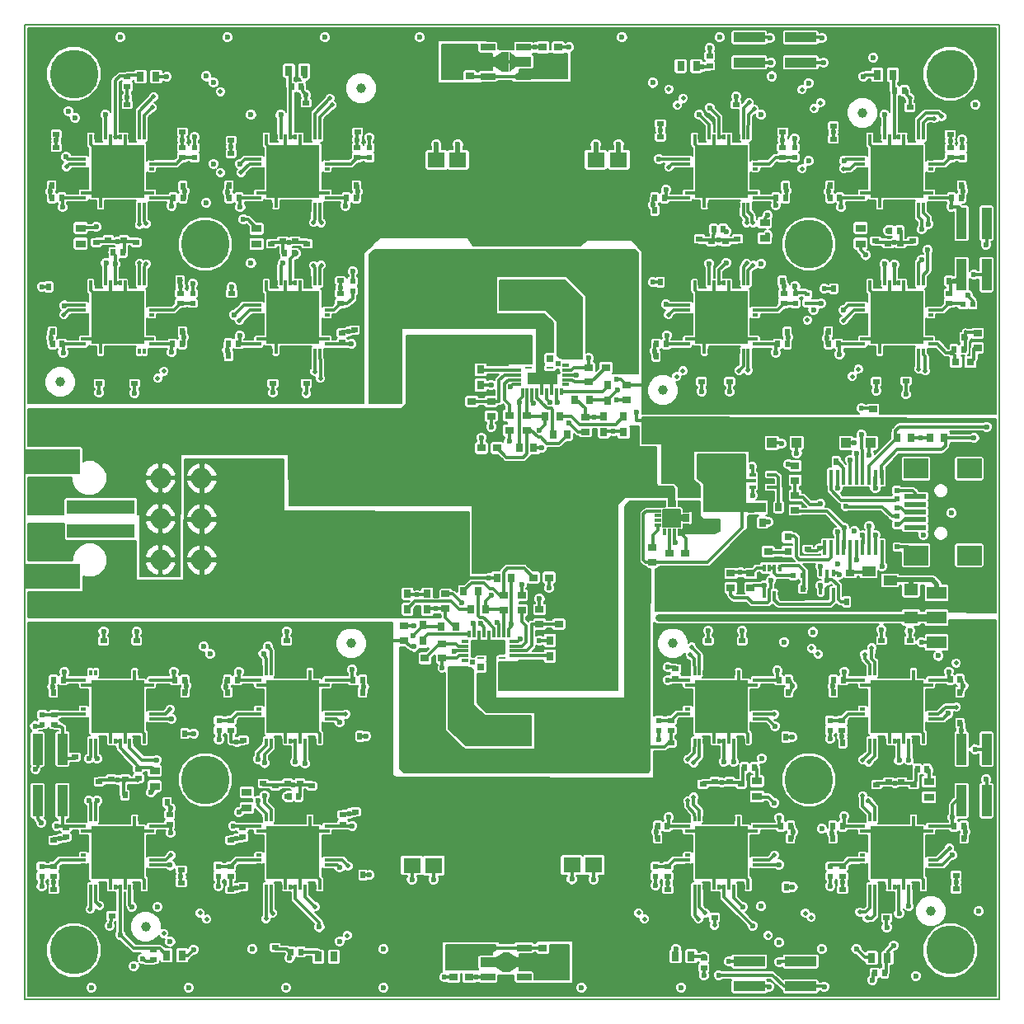
<source format=gtl>
G04 (created by PCBNEW (2013-05-16 BZR 4016)-stable) date 12. 1. 2014 21:27:48*
%MOIN*%
G04 Gerber Fmt 3.4, Leading zero omitted, Abs format*
%FSLAX34Y34*%
G01*
G70*
G90*
G04 APERTURE LIST*
%ADD10C,0.00590551*%
%ADD11C,0.011811*%
%ADD12C,0.0039*%
%ADD13R,0.0708X0.0629*%
%ADD14R,0.0354331X0.0314961*%
%ADD15R,0.0314961X0.0354331*%
%ADD16R,0.0118X0.0275*%
%ADD17R,0.0275X0.0118*%
%ADD18R,0.0122047X0.0417323*%
%ADD19R,0.122441X0.0515748*%
%ADD20R,0.0456693X0.104724*%
%ADD21R,0.0208661X0.0161417*%
%ADD22R,0.011811X0.0275*%
%ADD23R,0.0220472X0.0279528*%
%ADD24R,0.0259843X0.0169291*%
%ADD25R,0.0283465X0.0102362*%
%ADD26R,0.011811X0.0267717*%
%ADD27R,0.065748X0.0515748*%
%ADD28R,0.0167323X0.0326772*%
%ADD29R,0.0279528X0.0279528*%
%ADD30R,0.0220472X0.0220472*%
%ADD31R,0.0354331X0.0275591*%
%ADD32R,0.0275591X0.0354331*%
%ADD33C,0.19685*%
%ADD34R,0.0255906X0.0334646*%
%ADD35R,0.0885X0.0196*%
%ADD36R,0.0984X0.0787*%
%ADD37R,0.0259843X0.011811*%
%ADD38R,0.0157X0.059*%
%ADD39R,0.0393701X0.0393701*%
%ADD40R,0.0787402X0.05*%
%ADD41R,0.0236X0.0157*%
%ADD42C,0.0393701*%
%ADD43R,0.125984X0.0393701*%
%ADD44R,0.0393701X0.125984*%
%ADD45R,0.0196X0.0118*%
%ADD46R,0.0118X0.0196*%
%ADD47R,0.212598X0.212598*%
%ADD48R,0.0118X0.0295*%
%ADD49R,0.0295X0.0118*%
%ADD50R,0.0708661X0.0708661*%
%ADD51R,0.0393701X0.0314961*%
%ADD52R,0.011811X0.0259843*%
%ADD53O,0.0826X0.0826*%
%ADD54R,0.019685X0.019685*%
%ADD55R,0.015748X0.0295276*%
%ADD56R,0.011811X0.0295276*%
%ADD57R,0.0551181X0.0393701*%
%ADD58R,0.0314961X0.0314961*%
%ADD59R,0.0551181X0.0511811*%
%ADD60R,0.0629921X0.0314961*%
%ADD61R,0.0314961X0.0393701*%
%ADD62R,0.0984252X0.15748*%
%ADD63R,0.0275591X0.019685*%
%ADD64R,0.019685X0.0275591*%
%ADD65R,0.023622X0.019685*%
%ADD66R,0.019685X0.023622*%
%ADD67R,0.220472X0.104331*%
%ADD68R,0.275591X0.0551181*%
%ADD69R,0.212598X0.114173*%
%ADD70R,0.0591X0.0276*%
%ADD71R,0.0591X0.0394*%
%ADD72R,0.0315X0.0787*%
%ADD73C,0.011811*%
%ADD74C,0.023622*%
%ADD75C,0.019685*%
%ADD76C,0.0314961*%
%ADD77C,0.019685*%
%ADD78C,0.0118*%
%ADD79C,0.00787402*%
%ADD80C,0.01*%
G04 APERTURE END LIST*
G54D10*
X38779Y-61023D02*
X78149Y-61023D01*
X78149Y-61023D02*
X78149Y-21653D01*
X78149Y-21653D02*
X38779Y-21653D01*
X38779Y-21653D02*
X38779Y-61023D01*
X65273Y-41231D02*
X64565Y-41231D01*
X64565Y-41231D02*
X64565Y-41939D01*
X64565Y-41939D02*
X65273Y-41939D01*
X65273Y-41939D02*
X65273Y-41231D01*
G54D11*
X57519Y-43996D02*
X57323Y-43996D01*
G54D12*
X57295Y-43957D02*
X57491Y-43957D01*
G54D11*
X57271Y-43996D02*
X57212Y-43996D01*
X57428Y-43996D02*
X57468Y-43996D01*
X57402Y-43996D02*
X57264Y-43996D01*
G54D12*
X57472Y-43957D02*
X57531Y-43957D01*
G54D11*
X57309Y-43996D02*
X57289Y-43996D01*
X63492Y-37317D02*
X63492Y-37513D01*
G54D12*
X63453Y-37541D02*
X63453Y-37345D01*
G54D11*
X63492Y-37565D02*
X63492Y-37624D01*
X63492Y-37408D02*
X63492Y-37368D01*
X63492Y-37434D02*
X63492Y-37572D01*
G54D12*
X63453Y-37364D02*
X63453Y-37305D01*
G54D11*
X63492Y-37527D02*
X63492Y-37547D01*
G54D13*
X61851Y-28202D03*
X61851Y-27100D03*
X62776Y-28202D03*
X62776Y-27100D03*
X56279Y-28208D03*
X56279Y-27106D03*
X55413Y-28208D03*
X55413Y-27106D03*
X54546Y-29965D03*
X54546Y-31067D03*
X53680Y-29965D03*
X53680Y-31067D03*
X63525Y-52610D03*
X63525Y-51508D03*
X62642Y-52607D03*
X62642Y-51505D03*
X55293Y-54522D03*
X55293Y-55624D03*
X54416Y-54521D03*
X54416Y-55623D03*
X60882Y-54515D03*
X60882Y-55617D03*
X61764Y-54517D03*
X61764Y-55619D03*
G54D14*
X59962Y-43996D03*
X59333Y-43996D03*
G54D15*
X54225Y-45260D03*
X54225Y-44631D03*
X59998Y-46531D03*
X59998Y-47160D03*
X55018Y-44641D03*
X55018Y-45270D03*
G54D14*
X54932Y-47236D03*
X54303Y-47236D03*
G54D15*
X54878Y-45921D03*
X54878Y-46550D03*
G54D16*
X58315Y-46274D03*
X58118Y-46274D03*
X57921Y-46274D03*
X57724Y-46274D03*
X57528Y-46274D03*
X57331Y-46274D03*
X57134Y-46274D03*
G54D17*
X56563Y-46560D03*
X56563Y-46756D03*
X56563Y-46953D03*
X58492Y-46560D03*
X58492Y-46756D03*
X58492Y-46953D03*
G54D18*
X56822Y-48000D03*
G54D19*
X57515Y-46804D03*
G54D20*
X58197Y-47954D03*
G54D21*
X58528Y-48399D03*
G54D22*
X56937Y-46274D03*
X56740Y-46274D03*
G54D23*
X57613Y-47602D03*
G54D17*
X58492Y-47150D03*
X56563Y-47151D03*
G54D24*
X57634Y-47146D03*
G54D25*
X58073Y-47231D03*
G54D17*
X56563Y-47341D03*
X56563Y-47636D03*
X56563Y-47831D03*
X56563Y-48026D03*
X56563Y-48221D03*
X56563Y-48421D03*
G54D26*
X56823Y-48591D03*
G54D27*
X57393Y-48141D03*
G54D28*
X57148Y-48561D03*
X57638Y-48561D03*
G54D29*
X57202Y-47603D03*
G54D25*
X57205Y-47238D03*
G54D30*
X56877Y-47414D03*
G54D21*
X58527Y-47954D03*
X58527Y-47510D03*
G54D31*
X60358Y-45871D03*
X60358Y-45280D03*
X55768Y-44650D03*
X55768Y-45241D03*
X59578Y-45280D03*
X59578Y-45871D03*
G54D32*
X55602Y-45956D03*
X56193Y-45956D03*
X56812Y-45276D03*
X57403Y-45276D03*
G54D31*
X55638Y-46660D03*
X55638Y-47251D03*
G54D32*
X57852Y-43996D03*
X58443Y-43996D03*
G54D31*
X54100Y-45938D03*
X54100Y-46529D03*
X58848Y-45301D03*
X58848Y-44710D03*
X58118Y-44710D03*
X58118Y-45301D03*
G54D13*
X55413Y-29960D03*
X55413Y-31062D03*
G54D14*
X59705Y-22550D03*
X60334Y-22550D03*
G54D33*
X46062Y-30511D03*
G54D34*
X69242Y-41151D03*
X68592Y-41151D03*
X69242Y-41761D03*
X68592Y-41761D03*
G54D13*
X56279Y-29960D03*
X56279Y-31062D03*
X61850Y-29980D03*
X61850Y-31082D03*
X62775Y-29980D03*
X62775Y-31082D03*
X60885Y-52607D03*
X60885Y-51505D03*
X61768Y-52610D03*
X61768Y-51508D03*
X55307Y-52659D03*
X55307Y-51557D03*
X54429Y-52657D03*
X54429Y-51555D03*
G54D35*
X74763Y-41338D03*
X74763Y-41652D03*
X74763Y-41967D03*
X74763Y-41024D03*
X74763Y-40709D03*
G54D36*
X74803Y-43089D03*
X74803Y-39587D03*
X76948Y-43089D03*
X76948Y-39587D03*
G54D37*
X68905Y-40334D03*
X68181Y-40078D03*
X68905Y-39822D03*
X68905Y-40078D03*
X68181Y-39822D03*
X68181Y-40334D03*
G54D38*
X71112Y-42785D03*
X71368Y-42785D03*
X71624Y-42785D03*
X71880Y-42785D03*
X72136Y-42785D03*
X72390Y-42785D03*
X72646Y-42785D03*
X72902Y-42785D03*
X73158Y-42785D03*
X73414Y-42785D03*
X73414Y-39931D03*
X73158Y-39931D03*
X72902Y-39931D03*
X72646Y-39931D03*
X72390Y-39931D03*
X72136Y-39931D03*
X71880Y-39931D03*
X71624Y-39931D03*
X71368Y-39931D03*
X71112Y-39931D03*
G54D39*
X71976Y-38543D03*
X70976Y-38543D03*
X69976Y-38543D03*
X72976Y-38543D03*
X68976Y-38543D03*
G54D40*
X75629Y-45610D03*
X75629Y-46614D03*
X75629Y-44606D03*
G54D41*
X70403Y-32539D03*
X70403Y-32893D03*
G54D42*
X72637Y-25196D03*
X75393Y-57480D03*
X43651Y-58100D03*
X52362Y-24212D03*
X40206Y-36082D03*
X64566Y-36417D03*
X51968Y-46653D03*
X64960Y-46653D03*
G54D43*
X68051Y-23159D03*
X68051Y-22155D03*
X70137Y-22155D03*
X70137Y-23159D03*
G54D44*
X76643Y-29665D03*
X77647Y-29665D03*
X77647Y-31751D03*
X76643Y-31751D03*
X76643Y-50925D03*
X77647Y-50925D03*
X77647Y-53011D03*
X76643Y-53011D03*
G54D43*
X70137Y-59517D03*
X70137Y-60521D03*
X68051Y-60521D03*
X68051Y-59517D03*
G54D45*
X43896Y-26477D03*
X43896Y-26674D03*
X43896Y-26871D03*
X43896Y-27067D03*
X43896Y-27264D03*
X43896Y-27461D03*
X43896Y-27657D03*
X43896Y-27854D03*
X43896Y-28051D03*
X43896Y-28247D03*
X43896Y-28444D03*
X43896Y-28641D03*
G54D46*
X43601Y-28936D03*
X43404Y-28936D03*
X43207Y-28936D03*
X43011Y-28936D03*
X42814Y-28936D03*
X42617Y-28936D03*
X42421Y-28936D03*
X42224Y-28936D03*
X42027Y-28936D03*
X41831Y-28936D03*
X41634Y-28936D03*
X41437Y-28936D03*
G54D45*
X41142Y-28641D03*
X41142Y-28444D03*
X41142Y-28247D03*
X41142Y-28051D03*
X41142Y-27854D03*
X41142Y-27657D03*
X41142Y-27461D03*
X41142Y-27264D03*
X41142Y-27067D03*
X41142Y-26871D03*
X41142Y-26674D03*
X41142Y-26477D03*
G54D46*
X41437Y-26182D03*
X41634Y-26182D03*
X41831Y-26182D03*
X42027Y-26182D03*
X42224Y-26182D03*
X42421Y-26182D03*
X42617Y-26182D03*
X42814Y-26182D03*
X43011Y-26182D03*
X43207Y-26182D03*
X43404Y-26182D03*
X43601Y-26182D03*
G54D47*
X42519Y-27559D03*
G54D45*
X43896Y-32382D03*
X43896Y-32579D03*
X43896Y-32776D03*
X43896Y-32972D03*
X43896Y-33169D03*
X43896Y-33366D03*
X43896Y-33562D03*
X43896Y-33759D03*
X43896Y-33956D03*
X43896Y-34152D03*
X43896Y-34349D03*
X43896Y-34546D03*
G54D46*
X43601Y-34841D03*
X43404Y-34841D03*
X43207Y-34841D03*
X43011Y-34841D03*
X42814Y-34841D03*
X42617Y-34841D03*
X42421Y-34841D03*
X42224Y-34841D03*
X42027Y-34841D03*
X41831Y-34841D03*
X41634Y-34841D03*
X41437Y-34841D03*
G54D45*
X41142Y-34546D03*
X41142Y-34349D03*
X41142Y-34152D03*
X41142Y-33956D03*
X41142Y-33759D03*
X41142Y-33562D03*
X41142Y-33366D03*
X41142Y-33169D03*
X41142Y-32972D03*
X41142Y-32776D03*
X41142Y-32579D03*
X41142Y-32382D03*
G54D46*
X41437Y-32087D03*
X41634Y-32087D03*
X41831Y-32087D03*
X42027Y-32087D03*
X42224Y-32087D03*
X42421Y-32087D03*
X42617Y-32087D03*
X42814Y-32087D03*
X43011Y-32087D03*
X43207Y-32087D03*
X43404Y-32087D03*
X43601Y-32087D03*
G54D47*
X42519Y-33464D03*
G54D45*
X50983Y-32382D03*
X50983Y-32579D03*
X50983Y-32776D03*
X50983Y-32972D03*
X50983Y-33169D03*
X50983Y-33366D03*
X50983Y-33562D03*
X50983Y-33759D03*
X50983Y-33956D03*
X50983Y-34152D03*
X50983Y-34349D03*
X50983Y-34546D03*
G54D46*
X50688Y-34841D03*
X50491Y-34841D03*
X50294Y-34841D03*
X50098Y-34841D03*
X49901Y-34841D03*
X49704Y-34841D03*
X49508Y-34841D03*
X49311Y-34841D03*
X49114Y-34841D03*
X48918Y-34841D03*
X48721Y-34841D03*
X48524Y-34841D03*
G54D45*
X48229Y-34546D03*
X48229Y-34349D03*
X48229Y-34152D03*
X48229Y-33956D03*
X48229Y-33759D03*
X48229Y-33562D03*
X48229Y-33366D03*
X48229Y-33169D03*
X48229Y-32972D03*
X48229Y-32776D03*
X48229Y-32579D03*
X48229Y-32382D03*
G54D46*
X48524Y-32087D03*
X48721Y-32087D03*
X48918Y-32087D03*
X49114Y-32087D03*
X49311Y-32087D03*
X49508Y-32087D03*
X49704Y-32087D03*
X49901Y-32087D03*
X50098Y-32087D03*
X50294Y-32087D03*
X50491Y-32087D03*
X50688Y-32087D03*
G54D47*
X49606Y-33464D03*
G54D45*
X50983Y-26477D03*
X50983Y-26674D03*
X50983Y-26871D03*
X50983Y-27067D03*
X50983Y-27264D03*
X50983Y-27461D03*
X50983Y-27657D03*
X50983Y-27854D03*
X50983Y-28051D03*
X50983Y-28247D03*
X50983Y-28444D03*
X50983Y-28641D03*
G54D46*
X50688Y-28936D03*
X50491Y-28936D03*
X50294Y-28936D03*
X50098Y-28936D03*
X49901Y-28936D03*
X49704Y-28936D03*
X49508Y-28936D03*
X49311Y-28936D03*
X49114Y-28936D03*
X48918Y-28936D03*
X48721Y-28936D03*
X48524Y-28936D03*
G54D45*
X48229Y-28641D03*
X48229Y-28444D03*
X48229Y-28247D03*
X48229Y-28051D03*
X48229Y-27854D03*
X48229Y-27657D03*
X48229Y-27461D03*
X48229Y-27264D03*
X48229Y-27067D03*
X48229Y-26871D03*
X48229Y-26674D03*
X48229Y-26477D03*
G54D46*
X48524Y-26182D03*
X48721Y-26182D03*
X48918Y-26182D03*
X49114Y-26182D03*
X49311Y-26182D03*
X49508Y-26182D03*
X49704Y-26182D03*
X49901Y-26182D03*
X50098Y-26182D03*
X50294Y-26182D03*
X50491Y-26182D03*
X50688Y-26182D03*
G54D47*
X49606Y-27559D03*
G54D45*
X41142Y-50294D03*
X41142Y-50097D03*
X41142Y-49900D03*
X41142Y-49704D03*
X41142Y-49507D03*
X41142Y-49310D03*
X41142Y-49114D03*
X41142Y-48917D03*
X41142Y-48720D03*
X41142Y-48524D03*
X41142Y-48327D03*
X41142Y-48130D03*
G54D46*
X41437Y-47835D03*
X41634Y-47835D03*
X41831Y-47835D03*
X42027Y-47835D03*
X42224Y-47835D03*
X42421Y-47835D03*
X42617Y-47835D03*
X42814Y-47835D03*
X43011Y-47835D03*
X43207Y-47835D03*
X43404Y-47835D03*
X43601Y-47835D03*
G54D45*
X43896Y-48130D03*
X43896Y-48327D03*
X43896Y-48524D03*
X43896Y-48720D03*
X43896Y-48917D03*
X43896Y-49114D03*
X43896Y-49310D03*
X43896Y-49507D03*
X43896Y-49704D03*
X43896Y-49900D03*
X43896Y-50097D03*
X43896Y-50294D03*
G54D46*
X43601Y-50589D03*
X43404Y-50589D03*
X43207Y-50589D03*
X43011Y-50589D03*
X42814Y-50589D03*
X42617Y-50589D03*
X42421Y-50589D03*
X42224Y-50589D03*
X42027Y-50589D03*
X41831Y-50589D03*
X41634Y-50589D03*
X41437Y-50589D03*
G54D47*
X42519Y-49212D03*
G54D45*
X41142Y-56200D03*
X41142Y-56003D03*
X41142Y-55806D03*
X41142Y-55610D03*
X41142Y-55413D03*
X41142Y-55216D03*
X41142Y-55020D03*
X41142Y-54823D03*
X41142Y-54626D03*
X41142Y-54430D03*
X41142Y-54233D03*
X41142Y-54036D03*
G54D46*
X41437Y-53741D03*
X41634Y-53741D03*
X41831Y-53741D03*
X42027Y-53741D03*
X42224Y-53741D03*
X42421Y-53741D03*
X42617Y-53741D03*
X42814Y-53741D03*
X43011Y-53741D03*
X43207Y-53741D03*
X43404Y-53741D03*
X43601Y-53741D03*
G54D45*
X43896Y-54036D03*
X43896Y-54233D03*
X43896Y-54430D03*
X43896Y-54626D03*
X43896Y-54823D03*
X43896Y-55020D03*
X43896Y-55216D03*
X43896Y-55413D03*
X43896Y-55610D03*
X43896Y-55806D03*
X43896Y-56003D03*
X43896Y-56200D03*
G54D46*
X43601Y-56495D03*
X43404Y-56495D03*
X43207Y-56495D03*
X43011Y-56495D03*
X42814Y-56495D03*
X42617Y-56495D03*
X42421Y-56495D03*
X42224Y-56495D03*
X42027Y-56495D03*
X41831Y-56495D03*
X41634Y-56495D03*
X41437Y-56495D03*
G54D47*
X42519Y-55118D03*
G54D45*
X48229Y-56200D03*
X48229Y-56003D03*
X48229Y-55806D03*
X48229Y-55610D03*
X48229Y-55413D03*
X48229Y-55216D03*
X48229Y-55020D03*
X48229Y-54823D03*
X48229Y-54626D03*
X48229Y-54430D03*
X48229Y-54233D03*
X48229Y-54036D03*
G54D46*
X48524Y-53741D03*
X48721Y-53741D03*
X48918Y-53741D03*
X49114Y-53741D03*
X49311Y-53741D03*
X49508Y-53741D03*
X49704Y-53741D03*
X49901Y-53741D03*
X50098Y-53741D03*
X50294Y-53741D03*
X50491Y-53741D03*
X50688Y-53741D03*
G54D45*
X50983Y-54036D03*
X50983Y-54233D03*
X50983Y-54430D03*
X50983Y-54626D03*
X50983Y-54823D03*
X50983Y-55020D03*
X50983Y-55216D03*
X50983Y-55413D03*
X50983Y-55610D03*
X50983Y-55806D03*
X50983Y-56003D03*
X50983Y-56200D03*
G54D46*
X50688Y-56495D03*
X50491Y-56495D03*
X50294Y-56495D03*
X50098Y-56495D03*
X49901Y-56495D03*
X49704Y-56495D03*
X49508Y-56495D03*
X49311Y-56495D03*
X49114Y-56495D03*
X48918Y-56495D03*
X48721Y-56495D03*
X48524Y-56495D03*
G54D47*
X49606Y-55118D03*
G54D45*
X48229Y-50294D03*
X48229Y-50097D03*
X48229Y-49900D03*
X48229Y-49704D03*
X48229Y-49507D03*
X48229Y-49310D03*
X48229Y-49114D03*
X48229Y-48917D03*
X48229Y-48720D03*
X48229Y-48524D03*
X48229Y-48327D03*
X48229Y-48130D03*
G54D46*
X48524Y-47835D03*
X48721Y-47835D03*
X48918Y-47835D03*
X49114Y-47835D03*
X49311Y-47835D03*
X49508Y-47835D03*
X49704Y-47835D03*
X49901Y-47835D03*
X50098Y-47835D03*
X50294Y-47835D03*
X50491Y-47835D03*
X50688Y-47835D03*
G54D45*
X50983Y-48130D03*
X50983Y-48327D03*
X50983Y-48524D03*
X50983Y-48720D03*
X50983Y-48917D03*
X50983Y-49114D03*
X50983Y-49310D03*
X50983Y-49507D03*
X50983Y-49704D03*
X50983Y-49900D03*
X50983Y-50097D03*
X50983Y-50294D03*
G54D46*
X50688Y-50589D03*
X50491Y-50589D03*
X50294Y-50589D03*
X50098Y-50589D03*
X49901Y-50589D03*
X49704Y-50589D03*
X49508Y-50589D03*
X49311Y-50589D03*
X49114Y-50589D03*
X48918Y-50589D03*
X48721Y-50589D03*
X48524Y-50589D03*
G54D47*
X49606Y-49212D03*
G54D45*
X65552Y-50294D03*
X65552Y-50097D03*
X65552Y-49900D03*
X65552Y-49704D03*
X65552Y-49507D03*
X65552Y-49310D03*
X65552Y-49114D03*
X65552Y-48917D03*
X65552Y-48720D03*
X65552Y-48524D03*
X65552Y-48327D03*
X65552Y-48130D03*
G54D46*
X65847Y-47835D03*
X66044Y-47835D03*
X66241Y-47835D03*
X66437Y-47835D03*
X66634Y-47835D03*
X66831Y-47835D03*
X67027Y-47835D03*
X67224Y-47835D03*
X67421Y-47835D03*
X67617Y-47835D03*
X67814Y-47835D03*
X68011Y-47835D03*
G54D45*
X68306Y-48130D03*
X68306Y-48327D03*
X68306Y-48524D03*
X68306Y-48720D03*
X68306Y-48917D03*
X68306Y-49114D03*
X68306Y-49310D03*
X68306Y-49507D03*
X68306Y-49704D03*
X68306Y-49900D03*
X68306Y-50097D03*
X68306Y-50294D03*
G54D46*
X68011Y-50589D03*
X67814Y-50589D03*
X67617Y-50589D03*
X67421Y-50589D03*
X67224Y-50589D03*
X67027Y-50589D03*
X66831Y-50589D03*
X66634Y-50589D03*
X66437Y-50589D03*
X66241Y-50589D03*
X66044Y-50589D03*
X65847Y-50589D03*
G54D47*
X66929Y-49212D03*
G54D45*
X65552Y-56200D03*
X65552Y-56003D03*
X65552Y-55806D03*
X65552Y-55610D03*
X65552Y-55413D03*
X65552Y-55216D03*
X65552Y-55020D03*
X65552Y-54823D03*
X65552Y-54626D03*
X65552Y-54430D03*
X65552Y-54233D03*
X65552Y-54036D03*
G54D46*
X65847Y-53741D03*
X66044Y-53741D03*
X66241Y-53741D03*
X66437Y-53741D03*
X66634Y-53741D03*
X66831Y-53741D03*
X67027Y-53741D03*
X67224Y-53741D03*
X67421Y-53741D03*
X67617Y-53741D03*
X67814Y-53741D03*
X68011Y-53741D03*
G54D45*
X68306Y-54036D03*
X68306Y-54233D03*
X68306Y-54430D03*
X68306Y-54626D03*
X68306Y-54823D03*
X68306Y-55020D03*
X68306Y-55216D03*
X68306Y-55413D03*
X68306Y-55610D03*
X68306Y-55806D03*
X68306Y-56003D03*
X68306Y-56200D03*
G54D46*
X68011Y-56495D03*
X67814Y-56495D03*
X67617Y-56495D03*
X67421Y-56495D03*
X67224Y-56495D03*
X67027Y-56495D03*
X66831Y-56495D03*
X66634Y-56495D03*
X66437Y-56495D03*
X66241Y-56495D03*
X66044Y-56495D03*
X65847Y-56495D03*
G54D47*
X66929Y-55118D03*
G54D45*
X72638Y-56200D03*
X72638Y-56003D03*
X72638Y-55806D03*
X72638Y-55610D03*
X72638Y-55413D03*
X72638Y-55216D03*
X72638Y-55020D03*
X72638Y-54823D03*
X72638Y-54626D03*
X72638Y-54430D03*
X72638Y-54233D03*
X72638Y-54036D03*
G54D46*
X72933Y-53741D03*
X73130Y-53741D03*
X73327Y-53741D03*
X73523Y-53741D03*
X73720Y-53741D03*
X73917Y-53741D03*
X74113Y-53741D03*
X74310Y-53741D03*
X74507Y-53741D03*
X74703Y-53741D03*
X74900Y-53741D03*
X75097Y-53741D03*
G54D45*
X75392Y-54036D03*
X75392Y-54233D03*
X75392Y-54430D03*
X75392Y-54626D03*
X75392Y-54823D03*
X75392Y-55020D03*
X75392Y-55216D03*
X75392Y-55413D03*
X75392Y-55610D03*
X75392Y-55806D03*
X75392Y-56003D03*
X75392Y-56200D03*
G54D46*
X75097Y-56495D03*
X74900Y-56495D03*
X74703Y-56495D03*
X74507Y-56495D03*
X74310Y-56495D03*
X74113Y-56495D03*
X73917Y-56495D03*
X73720Y-56495D03*
X73523Y-56495D03*
X73327Y-56495D03*
X73130Y-56495D03*
X72933Y-56495D03*
G54D47*
X74015Y-55118D03*
G54D45*
X72638Y-50294D03*
X72638Y-50097D03*
X72638Y-49900D03*
X72638Y-49704D03*
X72638Y-49507D03*
X72638Y-49310D03*
X72638Y-49114D03*
X72638Y-48917D03*
X72638Y-48720D03*
X72638Y-48524D03*
X72638Y-48327D03*
X72638Y-48130D03*
G54D46*
X72933Y-47835D03*
X73130Y-47835D03*
X73327Y-47835D03*
X73523Y-47835D03*
X73720Y-47835D03*
X73917Y-47835D03*
X74113Y-47835D03*
X74310Y-47835D03*
X74507Y-47835D03*
X74703Y-47835D03*
X74900Y-47835D03*
X75097Y-47835D03*
G54D45*
X75392Y-48130D03*
X75392Y-48327D03*
X75392Y-48524D03*
X75392Y-48720D03*
X75392Y-48917D03*
X75392Y-49114D03*
X75392Y-49310D03*
X75392Y-49507D03*
X75392Y-49704D03*
X75392Y-49900D03*
X75392Y-50097D03*
X75392Y-50294D03*
G54D46*
X75097Y-50589D03*
X74900Y-50589D03*
X74703Y-50589D03*
X74507Y-50589D03*
X74310Y-50589D03*
X74113Y-50589D03*
X73917Y-50589D03*
X73720Y-50589D03*
X73523Y-50589D03*
X73327Y-50589D03*
X73130Y-50589D03*
X72933Y-50589D03*
G54D47*
X74015Y-49212D03*
G54D45*
X75392Y-32382D03*
X75392Y-32579D03*
X75392Y-32776D03*
X75392Y-32972D03*
X75392Y-33169D03*
X75392Y-33366D03*
X75392Y-33562D03*
X75392Y-33759D03*
X75392Y-33956D03*
X75392Y-34152D03*
X75392Y-34349D03*
X75392Y-34546D03*
G54D46*
X75097Y-34841D03*
X74900Y-34841D03*
X74703Y-34841D03*
X74507Y-34841D03*
X74310Y-34841D03*
X74113Y-34841D03*
X73917Y-34841D03*
X73720Y-34841D03*
X73523Y-34841D03*
X73327Y-34841D03*
X73130Y-34841D03*
X72933Y-34841D03*
G54D45*
X72638Y-34546D03*
X72638Y-34349D03*
X72638Y-34152D03*
X72638Y-33956D03*
X72638Y-33759D03*
X72638Y-33562D03*
X72638Y-33366D03*
X72638Y-33169D03*
X72638Y-32972D03*
X72638Y-32776D03*
X72638Y-32579D03*
X72638Y-32382D03*
G54D46*
X72933Y-32087D03*
X73130Y-32087D03*
X73327Y-32087D03*
X73523Y-32087D03*
X73720Y-32087D03*
X73917Y-32087D03*
X74113Y-32087D03*
X74310Y-32087D03*
X74507Y-32087D03*
X74703Y-32087D03*
X74900Y-32087D03*
X75097Y-32087D03*
G54D47*
X74015Y-33464D03*
G54D45*
X75392Y-26477D03*
X75392Y-26674D03*
X75392Y-26871D03*
X75392Y-27067D03*
X75392Y-27264D03*
X75392Y-27461D03*
X75392Y-27657D03*
X75392Y-27854D03*
X75392Y-28051D03*
X75392Y-28247D03*
X75392Y-28444D03*
X75392Y-28641D03*
G54D46*
X75097Y-28936D03*
X74900Y-28936D03*
X74703Y-28936D03*
X74507Y-28936D03*
X74310Y-28936D03*
X74113Y-28936D03*
X73917Y-28936D03*
X73720Y-28936D03*
X73523Y-28936D03*
X73327Y-28936D03*
X73130Y-28936D03*
X72933Y-28936D03*
G54D45*
X72638Y-28641D03*
X72638Y-28444D03*
X72638Y-28247D03*
X72638Y-28051D03*
X72638Y-27854D03*
X72638Y-27657D03*
X72638Y-27461D03*
X72638Y-27264D03*
X72638Y-27067D03*
X72638Y-26871D03*
X72638Y-26674D03*
X72638Y-26477D03*
G54D46*
X72933Y-26182D03*
X73130Y-26182D03*
X73327Y-26182D03*
X73523Y-26182D03*
X73720Y-26182D03*
X73917Y-26182D03*
X74113Y-26182D03*
X74310Y-26182D03*
X74507Y-26182D03*
X74703Y-26182D03*
X74900Y-26182D03*
X75097Y-26182D03*
G54D47*
X74015Y-27559D03*
G54D45*
X68306Y-26477D03*
X68306Y-26674D03*
X68306Y-26871D03*
X68306Y-27067D03*
X68306Y-27264D03*
X68306Y-27461D03*
X68306Y-27657D03*
X68306Y-27854D03*
X68306Y-28051D03*
X68306Y-28247D03*
X68306Y-28444D03*
X68306Y-28641D03*
G54D46*
X68011Y-28936D03*
X67814Y-28936D03*
X67617Y-28936D03*
X67421Y-28936D03*
X67224Y-28936D03*
X67027Y-28936D03*
X66831Y-28936D03*
X66634Y-28936D03*
X66437Y-28936D03*
X66241Y-28936D03*
X66044Y-28936D03*
X65847Y-28936D03*
G54D45*
X65552Y-28641D03*
X65552Y-28444D03*
X65552Y-28247D03*
X65552Y-28051D03*
X65552Y-27854D03*
X65552Y-27657D03*
X65552Y-27461D03*
X65552Y-27264D03*
X65552Y-27067D03*
X65552Y-26871D03*
X65552Y-26674D03*
X65552Y-26477D03*
G54D46*
X65847Y-26182D03*
X66044Y-26182D03*
X66241Y-26182D03*
X66437Y-26182D03*
X66634Y-26182D03*
X66831Y-26182D03*
X67027Y-26182D03*
X67224Y-26182D03*
X67421Y-26182D03*
X67617Y-26182D03*
X67814Y-26182D03*
X68011Y-26182D03*
G54D47*
X66929Y-27559D03*
G54D45*
X68306Y-32382D03*
X68306Y-32579D03*
X68306Y-32776D03*
X68306Y-32972D03*
X68306Y-33169D03*
X68306Y-33366D03*
X68306Y-33562D03*
X68306Y-33759D03*
X68306Y-33956D03*
X68306Y-34152D03*
X68306Y-34349D03*
X68306Y-34546D03*
G54D46*
X68011Y-34841D03*
X67814Y-34841D03*
X67617Y-34841D03*
X67421Y-34841D03*
X67224Y-34841D03*
X67027Y-34841D03*
X66831Y-34841D03*
X66634Y-34841D03*
X66437Y-34841D03*
X66241Y-34841D03*
X66044Y-34841D03*
X65847Y-34841D03*
G54D45*
X65552Y-34546D03*
X65552Y-34349D03*
X65552Y-34152D03*
X65552Y-33956D03*
X65552Y-33759D03*
X65552Y-33562D03*
X65552Y-33366D03*
X65552Y-33169D03*
X65552Y-32972D03*
X65552Y-32776D03*
X65552Y-32579D03*
X65552Y-32382D03*
G54D46*
X65847Y-32087D03*
X66044Y-32087D03*
X66241Y-32087D03*
X66437Y-32087D03*
X66634Y-32087D03*
X66831Y-32087D03*
X67027Y-32087D03*
X67224Y-32087D03*
X67421Y-32087D03*
X67617Y-32087D03*
X67814Y-32087D03*
X68011Y-32087D03*
G54D47*
X66929Y-33464D03*
G54D48*
X65214Y-41015D03*
X65017Y-41015D03*
X64821Y-41015D03*
X64624Y-41015D03*
G54D49*
X64349Y-41290D03*
X64349Y-41487D03*
X64349Y-41683D03*
X64349Y-41880D03*
G54D48*
X64624Y-42155D03*
X64821Y-42155D03*
X65017Y-42155D03*
X65214Y-42155D03*
G54D49*
X65489Y-41880D03*
X65489Y-41683D03*
X65489Y-41487D03*
X65489Y-41290D03*
G54D50*
X64919Y-41585D03*
G54D51*
X65441Y-41585D03*
G54D44*
X40285Y-53011D03*
X39281Y-53011D03*
X39281Y-50925D03*
X40285Y-50925D03*
G54D33*
X40748Y-23622D03*
X40748Y-59055D03*
X46062Y-52165D03*
X70472Y-52165D03*
X76181Y-59055D03*
X76181Y-23622D03*
X70472Y-30511D03*
G54D52*
X70944Y-44545D03*
X71200Y-43820D03*
X71456Y-44545D03*
X71200Y-44545D03*
X71456Y-43820D03*
X70944Y-43820D03*
G54D53*
X44252Y-43267D03*
X44252Y-41614D03*
X44252Y-39961D03*
X45904Y-39961D03*
X45904Y-41614D03*
X45904Y-43267D03*
G54D54*
X74025Y-41496D03*
X74025Y-41850D03*
X74025Y-40807D03*
X74025Y-41161D03*
X74035Y-42401D03*
X74035Y-42755D03*
X74025Y-40118D03*
X74025Y-40472D03*
G54D55*
X69291Y-44685D03*
X68661Y-44685D03*
G54D56*
X68877Y-44685D03*
X69074Y-44685D03*
X69074Y-43602D03*
X68877Y-43602D03*
G54D55*
X68661Y-43602D03*
X69291Y-43602D03*
G54D57*
X72883Y-43740D03*
X72883Y-44488D03*
X73750Y-44104D03*
G54D58*
X69616Y-42352D03*
X69616Y-42942D03*
X76407Y-35275D03*
X76998Y-35275D03*
G54D59*
X74596Y-45600D03*
X74596Y-44458D03*
G54D60*
X66525Y-41840D03*
X66525Y-41131D03*
G54D61*
X44074Y-23740D03*
X43444Y-23740D03*
X50068Y-23494D03*
X49438Y-23494D03*
G54D51*
X48139Y-29881D03*
X48139Y-30511D03*
X41023Y-29862D03*
X41023Y-30492D03*
X44015Y-52431D03*
X44015Y-51801D03*
X47746Y-53307D03*
X47746Y-52677D03*
G54D61*
X45127Y-59261D03*
X44498Y-59261D03*
X51259Y-59320D03*
X50629Y-59320D03*
X65078Y-59301D03*
X65708Y-59301D03*
X73011Y-59360D03*
X73641Y-59360D03*
G54D51*
X68366Y-52844D03*
X68366Y-52214D03*
X75324Y-52874D03*
X75324Y-52244D03*
X68681Y-29645D03*
X68681Y-30275D03*
X72559Y-29862D03*
X72559Y-30492D03*
G54D61*
X65285Y-23307D03*
X65915Y-23307D03*
X73238Y-23661D03*
X73868Y-23661D03*
G54D62*
X50515Y-43141D03*
X50515Y-39992D03*
X54736Y-43141D03*
X54736Y-39992D03*
G54D15*
X58932Y-49016D03*
X58932Y-48387D03*
X57559Y-34370D03*
X57559Y-33740D03*
X58270Y-33750D03*
X58270Y-34379D03*
G54D14*
X56764Y-23720D03*
X56135Y-23720D03*
X56724Y-60145D03*
X56095Y-60145D03*
X59705Y-58960D03*
X60334Y-58960D03*
X66122Y-39173D03*
X65492Y-39173D03*
X66122Y-39783D03*
X65492Y-39783D03*
X64842Y-43011D03*
X65472Y-43011D03*
G54D15*
X59640Y-48391D03*
X59640Y-49020D03*
G54D14*
X52275Y-31190D03*
X52904Y-31190D03*
G54D39*
X63996Y-39881D03*
X64822Y-39881D03*
X63996Y-39074D03*
X64822Y-39074D03*
X60347Y-48285D03*
X60347Y-49112D03*
X61054Y-48285D03*
X61054Y-49112D03*
X61754Y-48285D03*
X61754Y-49112D03*
X62466Y-48290D03*
X63293Y-48290D03*
X62467Y-47544D03*
X63294Y-47544D03*
X56830Y-34473D03*
X56830Y-33646D03*
X56060Y-34473D03*
X56060Y-33646D03*
X55290Y-34473D03*
X55290Y-33646D03*
X54468Y-34488D03*
X53641Y-34488D03*
X54463Y-35230D03*
X53636Y-35230D03*
G54D31*
X68110Y-43818D03*
X68110Y-44409D03*
X67312Y-43818D03*
X67312Y-44409D03*
X72145Y-43799D03*
X72145Y-44389D03*
X68818Y-42942D03*
X68818Y-42352D03*
X77283Y-34704D03*
X77283Y-34114D03*
X73051Y-37185D03*
X73051Y-37775D03*
G54D32*
X75354Y-38346D03*
X75944Y-38346D03*
X74606Y-38346D03*
X74015Y-38346D03*
G54D31*
X69911Y-39468D03*
X69911Y-40059D03*
X69911Y-40669D03*
X69911Y-41259D03*
X64133Y-42775D03*
X64133Y-43366D03*
G54D63*
X70423Y-42450D03*
X70423Y-42844D03*
G54D64*
X71988Y-44970D03*
X72381Y-44970D03*
X69832Y-44429D03*
X70226Y-44429D03*
G54D63*
X43366Y-51722D03*
X43366Y-52116D03*
G54D64*
X49448Y-52834D03*
X49842Y-52834D03*
G54D63*
X43966Y-59045D03*
X43966Y-59438D03*
G54D64*
X49931Y-59124D03*
X49537Y-59124D03*
X68248Y-51673D03*
X67854Y-51673D03*
X75246Y-51732D03*
X74852Y-51732D03*
G54D63*
X66220Y-59370D03*
X66220Y-59763D03*
G54D64*
X73523Y-59980D03*
X73129Y-59980D03*
X73740Y-29960D03*
X74133Y-29960D03*
X67007Y-29901D03*
X66614Y-29901D03*
X73946Y-24301D03*
X74340Y-24301D03*
G54D63*
X66456Y-23297D03*
X66456Y-22903D03*
G54D64*
X49665Y-30885D03*
X49271Y-30885D03*
X42342Y-30846D03*
X42736Y-30846D03*
X49547Y-24153D03*
X49940Y-24153D03*
G54D63*
X42913Y-23740D03*
X42913Y-24133D03*
X68129Y-41259D03*
X68129Y-41653D03*
G54D64*
X71171Y-39301D03*
X71564Y-39301D03*
G54D63*
X41948Y-46948D03*
X41948Y-46555D03*
X40797Y-50846D03*
X40797Y-51240D03*
G54D64*
X40314Y-48622D03*
X39921Y-48622D03*
X43208Y-52785D03*
X42814Y-52785D03*
X44842Y-48622D03*
X45236Y-48622D03*
X44842Y-50295D03*
X45236Y-50295D03*
G54D63*
X42834Y-51732D03*
X42834Y-52125D03*
X42263Y-51732D03*
X42263Y-52125D03*
X39970Y-49537D03*
X39970Y-49931D03*
G54D64*
X40314Y-48129D03*
X39921Y-48129D03*
X44842Y-48129D03*
X45236Y-48129D03*
X51919Y-50403D03*
X52312Y-50403D03*
X47362Y-48622D03*
X46968Y-48622D03*
G54D63*
X48405Y-51919D03*
X48405Y-52312D03*
X49350Y-46948D03*
X49350Y-46555D03*
G54D64*
X52027Y-48622D03*
X52421Y-48622D03*
G54D63*
X47598Y-50177D03*
X47598Y-50570D03*
X49881Y-51909D03*
X49881Y-52303D03*
X49389Y-51909D03*
X49389Y-52303D03*
X47106Y-49763D03*
X47106Y-50157D03*
G54D64*
X47362Y-48129D03*
X46968Y-48129D03*
X52027Y-48129D03*
X52421Y-48129D03*
G54D63*
X42283Y-57273D03*
X42283Y-57667D03*
X39940Y-56988D03*
X39940Y-56594D03*
X39940Y-55000D03*
X39940Y-54606D03*
X41771Y-52637D03*
X41771Y-52244D03*
G54D64*
X44124Y-53080D03*
X44517Y-53080D03*
G54D63*
X43287Y-46948D03*
X43287Y-46555D03*
X45098Y-56732D03*
X45098Y-56338D03*
X45098Y-55413D03*
X45098Y-55807D03*
X39940Y-55669D03*
X39940Y-56062D03*
X40433Y-54094D03*
X40433Y-54488D03*
X44622Y-53976D03*
X44622Y-53582D03*
G54D64*
X52037Y-56013D03*
X52431Y-56013D03*
G54D63*
X47086Y-56988D03*
X47086Y-56594D03*
X47086Y-55000D03*
X47086Y-54606D03*
X50374Y-52814D03*
X50374Y-52421D03*
X52125Y-53070D03*
X52125Y-53464D03*
X47578Y-56082D03*
X47578Y-56476D03*
X48897Y-52814D03*
X48897Y-52421D03*
X48887Y-58553D03*
X48887Y-58946D03*
X47086Y-55669D03*
X47086Y-56062D03*
X47578Y-54094D03*
X47578Y-54488D03*
X51633Y-53976D03*
X51633Y-53582D03*
X67736Y-52736D03*
X67736Y-52342D03*
G54D64*
X64350Y-48720D03*
X63956Y-48720D03*
G54D63*
X67775Y-46948D03*
X67775Y-46555D03*
X66397Y-46948D03*
X66397Y-46555D03*
G54D64*
X69251Y-48622D03*
X69645Y-48622D03*
G54D63*
X64901Y-51082D03*
X64901Y-50688D03*
X67263Y-51830D03*
X67263Y-52224D03*
X66673Y-51830D03*
X66673Y-52224D03*
X64901Y-49763D03*
X64901Y-50157D03*
X65078Y-48070D03*
X65078Y-47677D03*
G54D64*
X69251Y-48129D03*
X69645Y-48129D03*
G54D63*
X74704Y-52755D03*
X74704Y-52362D03*
X74547Y-46929D03*
X74547Y-46535D03*
G54D64*
X71850Y-48622D03*
X71456Y-48622D03*
G54D63*
X73405Y-46929D03*
X73405Y-46535D03*
G54D64*
X76181Y-48622D03*
X76574Y-48622D03*
X72234Y-50669D03*
X71840Y-50669D03*
G54D63*
X74212Y-51850D03*
X74212Y-52244D03*
X73700Y-51850D03*
X73700Y-52244D03*
X71811Y-49763D03*
X71811Y-50157D03*
G54D64*
X71850Y-48129D03*
X71456Y-48129D03*
X76181Y-48110D03*
X76574Y-48110D03*
X69163Y-56505D03*
X69557Y-56505D03*
X64350Y-49212D03*
X63956Y-49212D03*
X64744Y-54527D03*
X64350Y-54527D03*
G54D63*
X66181Y-52736D03*
X66181Y-52342D03*
G54D64*
X69330Y-54527D03*
X69724Y-54527D03*
G54D63*
X64763Y-56988D03*
X64763Y-56594D03*
G54D64*
X69143Y-50442D03*
X69537Y-50442D03*
G54D63*
X66649Y-57334D03*
X66649Y-57728D03*
X64763Y-55669D03*
X64763Y-56062D03*
G54D64*
X64744Y-54035D03*
X64350Y-54035D03*
X69330Y-54035D03*
X69724Y-54035D03*
G54D63*
X73610Y-57350D03*
X73610Y-57744D03*
X76417Y-56968D03*
X76417Y-56574D03*
G54D64*
X71830Y-54527D03*
X71437Y-54527D03*
G54D63*
X73208Y-52755D03*
X73208Y-52362D03*
G54D64*
X76338Y-54527D03*
X76732Y-54527D03*
G54D63*
X71830Y-56988D03*
X71830Y-56594D03*
X76417Y-55629D03*
X76417Y-56023D03*
G54D64*
X76181Y-49881D03*
X76574Y-49881D03*
G54D63*
X71830Y-55669D03*
X71830Y-56062D03*
G54D64*
X71830Y-54035D03*
X71437Y-54035D03*
X76338Y-54035D03*
X76732Y-54035D03*
G54D63*
X73188Y-35669D03*
X73188Y-36062D03*
G54D64*
X76338Y-34281D03*
X76732Y-34281D03*
G54D63*
X67263Y-35673D03*
X67263Y-36066D03*
X74397Y-35653D03*
X74397Y-36047D03*
G54D64*
X71653Y-34055D03*
X71259Y-34055D03*
G54D63*
X73661Y-30885D03*
X73661Y-30492D03*
X74173Y-30885D03*
X74173Y-30492D03*
G54D64*
X75728Y-32007D03*
X76122Y-32007D03*
G54D63*
X76141Y-32893D03*
X76141Y-32500D03*
G54D64*
X76338Y-34763D03*
X76732Y-34763D03*
X71653Y-34547D03*
X71259Y-34547D03*
X69192Y-34074D03*
X69586Y-34074D03*
X64842Y-32047D03*
X64448Y-32047D03*
G54D63*
X66043Y-29901D03*
X66043Y-30295D03*
G54D64*
X68996Y-32007D03*
X69389Y-32007D03*
X64685Y-35039D03*
X64291Y-35039D03*
G54D63*
X66122Y-35669D03*
X66122Y-36062D03*
X67086Y-30807D03*
X67086Y-30413D03*
X66535Y-30807D03*
X66535Y-30413D03*
X69448Y-32913D03*
X69448Y-32519D03*
G54D64*
X69192Y-34547D03*
X69586Y-34547D03*
X64685Y-34547D03*
X64291Y-34547D03*
G54D63*
X71456Y-26653D03*
X71456Y-26259D03*
X76181Y-25688D03*
X76181Y-26082D03*
G54D64*
X76240Y-28149D03*
X76633Y-28149D03*
G54D63*
X74665Y-29980D03*
X74665Y-30374D03*
G54D64*
X71712Y-28149D03*
X71318Y-28149D03*
G54D63*
X71456Y-25334D03*
X71456Y-25728D03*
X73169Y-29980D03*
X73169Y-30374D03*
X74551Y-25370D03*
X74551Y-24976D03*
X76181Y-27007D03*
X76181Y-26614D03*
G54D64*
X76240Y-28641D03*
X76633Y-28641D03*
X71712Y-28641D03*
X71318Y-28641D03*
G54D63*
X64468Y-25255D03*
X64468Y-25649D03*
G54D64*
X69133Y-28169D03*
X69527Y-28169D03*
G54D63*
X69409Y-25590D03*
X69409Y-25984D03*
X67578Y-29901D03*
X67578Y-30295D03*
G54D64*
X71860Y-32312D03*
X71466Y-32312D03*
X64625Y-29133D03*
X64232Y-29133D03*
G54D63*
X64468Y-26574D03*
X64468Y-26181D03*
X67519Y-25255D03*
X67519Y-24862D03*
X69389Y-27007D03*
X69389Y-26614D03*
G54D64*
X69133Y-28641D03*
X69527Y-28641D03*
X64625Y-28641D03*
X64232Y-28641D03*
G54D63*
X47125Y-32893D03*
X47125Y-32500D03*
X50177Y-30885D03*
X50177Y-30492D03*
X48740Y-30885D03*
X48740Y-30492D03*
X52086Y-33582D03*
X52086Y-33976D03*
X49192Y-29980D03*
X49192Y-30374D03*
X48799Y-35748D03*
X48799Y-36141D03*
G54D64*
X47401Y-35019D03*
X47007Y-35019D03*
G54D63*
X51535Y-31594D03*
X51535Y-31988D03*
X51535Y-32913D03*
X51535Y-32519D03*
X51594Y-34488D03*
X51594Y-34094D03*
G54D64*
X47401Y-34527D03*
X47007Y-34527D03*
G54D63*
X43208Y-35748D03*
X43208Y-36141D03*
X43259Y-30842D03*
X43259Y-30448D03*
X41653Y-30846D03*
X41653Y-30452D03*
G54D64*
X44744Y-34055D03*
X45137Y-34055D03*
G54D63*
X41771Y-35748D03*
X41771Y-36141D03*
G54D64*
X40275Y-34055D03*
X39881Y-34055D03*
X44645Y-31988D03*
X45039Y-31988D03*
X40127Y-32234D03*
X39734Y-32234D03*
G54D63*
X45059Y-32893D03*
X45059Y-32500D03*
G54D64*
X40275Y-34547D03*
X39881Y-34547D03*
X44744Y-34547D03*
X45137Y-34547D03*
G54D63*
X50137Y-25188D03*
X50137Y-24795D03*
X47106Y-27244D03*
X47106Y-26850D03*
X52224Y-25590D03*
X52224Y-25984D03*
X50149Y-35748D03*
X50149Y-36141D03*
G54D64*
X51771Y-28149D03*
X52165Y-28149D03*
G54D63*
X49685Y-29980D03*
X49685Y-30374D03*
X47106Y-25925D03*
X47106Y-26318D03*
G54D64*
X47421Y-28149D03*
X47027Y-28149D03*
G54D63*
X52204Y-27007D03*
X52204Y-26614D03*
G54D64*
X47421Y-28641D03*
X47027Y-28641D03*
X51771Y-28641D03*
X52165Y-28641D03*
G54D63*
X40039Y-26988D03*
X40039Y-26594D03*
X42145Y-29940D03*
X42145Y-30334D03*
X42775Y-29940D03*
X42775Y-30334D03*
G54D64*
X44763Y-28169D03*
X45157Y-28169D03*
G54D63*
X45137Y-25590D03*
X45137Y-25984D03*
G54D64*
X40255Y-28149D03*
X39862Y-28149D03*
G54D63*
X45137Y-27007D03*
X45137Y-26614D03*
G54D64*
X44763Y-28641D03*
X45157Y-28641D03*
G54D63*
X40039Y-25669D03*
X40039Y-26062D03*
X42905Y-25251D03*
X42905Y-24858D03*
G54D64*
X40255Y-28641D03*
X39862Y-28641D03*
G54D65*
X45629Y-27007D03*
X45629Y-26614D03*
X45551Y-32893D03*
X45551Y-32500D03*
X52027Y-32401D03*
X52027Y-32007D03*
X52696Y-27007D03*
X52696Y-26614D03*
X46614Y-49763D03*
X46614Y-50157D03*
X46594Y-55669D03*
X46594Y-56062D03*
X39448Y-55669D03*
X39448Y-56062D03*
X39478Y-49537D03*
X39478Y-49931D03*
G54D66*
X70216Y-43897D03*
X69822Y-43897D03*
G54D65*
X76673Y-27007D03*
X76673Y-26614D03*
G54D66*
X76692Y-32952D03*
X77086Y-32952D03*
G54D65*
X69921Y-32913D03*
X69921Y-32519D03*
X69881Y-27007D03*
X69881Y-26614D03*
X64409Y-49763D03*
X64409Y-50157D03*
X64271Y-55669D03*
X64271Y-56062D03*
X71338Y-55669D03*
X71338Y-56062D03*
X71318Y-49763D03*
X71318Y-50157D03*
G54D67*
X39911Y-43937D03*
X39911Y-39311D03*
G54D68*
X41840Y-41131D03*
X41840Y-42116D03*
G54D69*
X59070Y-32571D03*
X59068Y-28466D03*
G54D31*
X59080Y-38035D03*
X59080Y-37444D03*
X58350Y-37444D03*
X58350Y-38035D03*
X63098Y-36807D03*
X63098Y-36216D03*
G54D32*
X59345Y-38750D03*
X58754Y-38750D03*
G54D31*
X61560Y-36085D03*
X61560Y-35494D03*
G54D32*
X60385Y-37470D03*
X59794Y-37470D03*
X61595Y-36790D03*
X61004Y-36790D03*
G54D31*
X57620Y-37465D03*
X57620Y-36874D03*
X61430Y-38095D03*
X61430Y-37504D03*
X56840Y-36874D03*
X56840Y-37465D03*
G54D16*
X58882Y-36471D03*
X59079Y-36471D03*
X59276Y-36471D03*
X59473Y-36471D03*
X59670Y-36471D03*
X59866Y-36471D03*
X60063Y-36471D03*
G54D17*
X60634Y-36185D03*
X60634Y-35989D03*
X60634Y-35792D03*
X58705Y-36185D03*
X58705Y-35989D03*
X58705Y-35792D03*
G54D18*
X60376Y-34746D03*
G54D19*
X59683Y-35942D03*
G54D20*
X59001Y-34792D03*
G54D21*
X58670Y-34347D03*
G54D22*
X60260Y-36471D03*
X60457Y-36471D03*
G54D23*
X59585Y-35144D03*
G54D17*
X58705Y-35595D03*
X60635Y-35595D03*
G54D24*
X59564Y-35600D03*
G54D25*
X59125Y-35515D03*
G54D17*
X60635Y-35405D03*
X60635Y-35110D03*
X60635Y-34915D03*
X60635Y-34720D03*
X60635Y-34525D03*
X60635Y-34325D03*
G54D26*
X60375Y-34155D03*
G54D27*
X59805Y-34605D03*
G54D28*
X60050Y-34185D03*
X59560Y-34185D03*
G54D29*
X59996Y-35143D03*
G54D25*
X59993Y-35508D03*
G54D30*
X60321Y-35332D03*
G54D21*
X58671Y-34792D03*
X58671Y-35236D03*
G54D39*
X54463Y-35970D03*
X53636Y-35970D03*
X54463Y-36710D03*
X53636Y-36710D03*
G54D15*
X62320Y-36824D03*
X62320Y-36195D03*
G54D14*
X62265Y-35510D03*
X62894Y-35510D03*
G54D15*
X62180Y-38104D03*
X62180Y-37475D03*
X57200Y-36214D03*
X57200Y-35585D03*
X62973Y-37485D03*
X62973Y-38114D03*
G54D14*
X57235Y-38750D03*
X57864Y-38750D03*
X53465Y-50770D03*
X54094Y-50770D03*
G54D69*
X58080Y-50159D03*
X58082Y-54264D03*
G54D32*
X57083Y-44536D03*
X56492Y-44536D03*
X60114Y-38210D03*
X60705Y-38210D03*
G54D39*
X62467Y-46809D03*
X63294Y-46809D03*
X62466Y-46065D03*
X63293Y-46065D03*
G54D10*
G36*
X58348Y-22746D02*
X58643Y-22943D01*
X58643Y-23337D01*
X58348Y-23534D01*
X58348Y-22746D01*
X58348Y-22746D01*
G37*
G54D70*
X58939Y-22549D03*
X58939Y-23731D03*
X57481Y-22549D03*
G54D71*
X57481Y-23140D03*
G54D70*
X57481Y-23731D03*
G54D71*
X58939Y-23140D03*
G54D10*
G36*
X58071Y-23534D02*
X57776Y-23337D01*
X57776Y-22943D01*
X58071Y-22746D01*
X58071Y-23534D01*
X58071Y-23534D01*
G37*
G54D72*
X58210Y-23140D03*
G54D10*
G36*
X58081Y-59944D02*
X57786Y-59747D01*
X57786Y-59353D01*
X58081Y-59156D01*
X58081Y-59944D01*
X58081Y-59944D01*
G37*
G54D70*
X57491Y-60141D03*
X57491Y-58959D03*
X58949Y-60141D03*
G54D71*
X58949Y-59550D03*
G54D70*
X58949Y-58959D03*
G54D71*
X57491Y-59550D03*
G54D10*
G36*
X58358Y-59156D02*
X58653Y-59353D01*
X58653Y-59747D01*
X58358Y-59944D01*
X58358Y-59156D01*
X58358Y-59156D01*
G37*
G54D72*
X58220Y-59550D03*
G54D73*
X57526Y-43996D03*
X57210Y-43996D03*
X63492Y-37310D03*
X63492Y-37626D03*
G54D74*
X58948Y-47516D03*
X56138Y-46956D03*
X61060Y-35790D03*
X58250Y-35230D03*
X62578Y-45610D03*
X64389Y-45610D03*
X62519Y-42559D03*
X65078Y-42559D03*
X59390Y-22550D03*
X65266Y-23307D03*
X72559Y-29862D03*
X72667Y-23730D03*
X50098Y-23720D03*
X47608Y-29517D03*
X41653Y-29812D03*
X44507Y-23740D03*
X68976Y-23724D03*
X46102Y-23720D03*
X46102Y-28838D03*
X68809Y-29350D03*
X57035Y-60140D03*
X53270Y-59015D03*
X65088Y-58996D03*
X45590Y-59025D03*
X47972Y-59015D03*
X70984Y-59011D03*
X70984Y-54143D03*
X72381Y-59005D03*
X47421Y-53484D03*
X69074Y-53100D03*
X75344Y-52844D03*
X43877Y-52677D03*
X51278Y-59320D03*
X73523Y-31318D03*
X49212Y-31279D03*
X49114Y-25275D03*
X68543Y-31299D03*
X66437Y-31299D03*
X42047Y-31259D03*
X42027Y-25275D03*
X47913Y-25275D03*
X47913Y-31279D03*
X68169Y-39507D03*
X68543Y-25275D03*
X73523Y-25275D03*
X66043Y-25275D03*
X68188Y-40669D03*
X44094Y-51358D03*
X67421Y-51437D03*
X74507Y-51377D03*
X50098Y-51515D03*
G54D75*
X50511Y-57303D03*
G54D74*
X43090Y-57303D03*
X68562Y-51299D03*
X68543Y-57283D03*
X74507Y-57283D03*
X67785Y-57303D03*
X44129Y-57307D03*
X68818Y-41751D03*
X71624Y-42155D03*
G54D75*
X73011Y-46830D03*
X70570Y-46850D03*
X70326Y-57559D03*
X66271Y-57549D03*
X72724Y-47090D03*
X70846Y-47086D03*
X70561Y-57724D03*
X66003Y-57793D03*
X72889Y-51448D03*
X72866Y-53019D03*
X72645Y-52807D03*
X72641Y-51358D03*
X65807Y-52870D03*
X65807Y-51484D03*
X65580Y-51338D03*
X65578Y-53015D03*
X48789Y-57559D03*
X63582Y-57549D03*
X65728Y-46801D03*
X48523Y-57785D03*
X63818Y-57795D03*
X65669Y-47106D03*
G54D74*
X48602Y-46781D03*
X46003Y-46781D03*
G54D75*
X45856Y-57549D03*
X41791Y-57253D03*
X41407Y-57401D03*
X46122Y-57805D03*
G54D74*
X46259Y-47076D03*
X48415Y-47066D03*
X48464Y-51486D03*
X48464Y-52795D03*
X48198Y-53001D03*
X48198Y-51328D03*
X41692Y-51318D03*
X41692Y-53021D03*
X41358Y-53021D03*
X41358Y-51318D03*
G54D75*
X50492Y-35657D03*
X44393Y-35645D03*
X43980Y-24555D03*
X50716Y-35937D03*
X44145Y-35937D03*
X43917Y-24984D03*
X65381Y-24610D03*
X65374Y-35633D03*
X67645Y-35625D03*
X51098Y-24618D03*
X65149Y-24889D03*
X65127Y-35860D03*
X68011Y-35606D03*
X51181Y-24881D03*
X43405Y-31287D03*
X43397Y-29716D03*
X43677Y-31311D03*
X43673Y-29688D03*
X50440Y-31374D03*
X50444Y-29633D03*
X50751Y-29641D03*
X50751Y-31366D03*
X68051Y-24779D03*
X70935Y-24789D03*
X72468Y-35570D03*
X74909Y-35561D03*
X75177Y-35637D03*
X72214Y-35856D03*
X70679Y-25033D03*
X68248Y-25043D03*
G54D74*
X72913Y-41919D03*
X76240Y-41377D03*
G54D75*
X75836Y-25354D03*
G54D74*
X73159Y-42273D03*
X75098Y-42263D03*
G54D75*
X75531Y-25437D03*
X67952Y-29641D03*
X67952Y-31283D03*
X68212Y-29645D03*
X68208Y-31370D03*
G54D74*
X75031Y-31133D03*
X75031Y-29909D03*
X75275Y-30748D03*
X75283Y-29696D03*
X72637Y-42283D03*
X71643Y-43445D03*
G54D75*
X72824Y-57755D03*
G54D74*
X72411Y-43277D03*
G54D75*
X72529Y-57507D03*
G54D74*
X72391Y-38986D03*
X69350Y-38582D03*
X69980Y-38956D03*
X72145Y-39232D03*
X63492Y-37310D03*
X62720Y-36410D03*
X59670Y-38750D03*
X58350Y-38470D03*
X57620Y-37900D03*
X60010Y-36900D03*
X57188Y-45846D03*
X59578Y-44846D03*
X58848Y-44276D03*
X57528Y-43996D03*
X54478Y-46336D03*
X71889Y-41988D03*
X72893Y-39025D03*
X73415Y-43523D03*
X71692Y-43868D03*
X73149Y-40383D03*
X72312Y-42116D03*
X70935Y-43523D03*
X69251Y-58750D03*
X51496Y-58700D03*
X44645Y-58710D03*
X44694Y-49704D03*
X44645Y-55620D03*
X51496Y-55718D03*
X51496Y-49852D03*
X69251Y-55590D03*
X69094Y-50000D03*
X76259Y-55216D03*
X76102Y-49488D03*
X40374Y-32992D03*
X40433Y-26988D03*
X47224Y-33366D03*
X47480Y-27263D03*
X46397Y-27263D03*
X64153Y-23986D03*
X64685Y-32952D03*
X64409Y-27066D03*
X71870Y-33169D03*
X70649Y-33169D03*
X71889Y-27145D03*
X70452Y-27145D03*
X70944Y-44320D03*
X68917Y-44104D03*
X75708Y-47155D03*
X70452Y-23996D03*
X46397Y-23976D03*
X40531Y-25127D03*
G54D75*
X44675Y-55216D03*
X44645Y-49311D03*
X44389Y-58375D03*
X51830Y-55649D03*
X51742Y-49507D03*
X68818Y-58464D03*
X51801Y-58464D03*
X69074Y-55206D03*
X69074Y-49507D03*
X76151Y-54931D03*
X76427Y-49222D03*
G54D74*
X69468Y-46594D03*
G54D75*
X76427Y-47440D03*
X40344Y-33366D03*
X40452Y-27381D03*
X47440Y-33602D03*
X47509Y-27618D03*
X46673Y-24340D03*
X46673Y-27618D03*
X64793Y-33366D03*
X64803Y-27391D03*
X64803Y-24242D03*
X71879Y-27460D03*
X70196Y-27460D03*
X71870Y-33592D03*
X70403Y-33572D03*
G54D74*
X68651Y-44320D03*
G54D75*
X70196Y-24271D03*
G54D74*
X40807Y-25403D03*
X39202Y-51722D03*
X77185Y-50925D03*
X68897Y-22185D03*
X68858Y-60531D03*
X77145Y-38346D03*
X77145Y-31751D03*
X43179Y-59704D03*
X39429Y-53897D03*
X66820Y-60059D03*
X77637Y-52145D03*
X70984Y-22185D03*
X71082Y-60531D03*
X77618Y-30531D03*
X77657Y-37893D03*
X70935Y-41003D03*
X70639Y-46190D03*
X75019Y-46614D03*
X72588Y-38208D03*
X70964Y-32903D03*
X72598Y-37145D03*
X62709Y-35967D03*
X60310Y-36900D03*
X56888Y-45846D03*
X54489Y-46779D03*
X52900Y-31800D03*
X54200Y-31800D03*
X55400Y-31800D03*
X56700Y-31800D03*
X57200Y-31800D03*
X57200Y-31100D03*
X57800Y-31100D03*
X58400Y-31100D03*
X59000Y-31100D03*
X59700Y-31100D03*
X60300Y-31100D03*
X60900Y-31100D03*
X60900Y-31800D03*
X62000Y-31800D03*
X63300Y-31800D03*
X63300Y-32900D03*
X63300Y-34000D03*
X63300Y-34578D03*
G54D75*
X55561Y-43129D03*
X55561Y-42736D03*
X55561Y-42342D03*
X55561Y-41948D03*
X55954Y-41948D03*
X55954Y-42342D03*
X55954Y-42736D03*
X55954Y-43129D03*
G54D74*
X59551Y-49625D03*
X61850Y-26470D03*
X62780Y-26460D03*
X55410Y-26470D03*
X56280Y-26470D03*
X59540Y-51590D03*
X58930Y-51600D03*
X58320Y-51600D03*
X57720Y-51600D03*
X57110Y-51600D03*
X56520Y-51600D03*
X55920Y-51600D03*
X55920Y-50890D03*
X63896Y-45199D03*
X63896Y-46403D03*
X63896Y-47600D03*
X63896Y-50001D03*
X63896Y-43988D03*
X60107Y-51588D03*
X60107Y-50828D03*
X61457Y-50828D03*
X62676Y-50828D03*
X63896Y-50828D03*
X54590Y-48170D03*
X54590Y-49520D03*
X54590Y-50890D03*
X61763Y-56192D03*
X60881Y-56187D03*
X55293Y-56190D03*
X54417Y-56190D03*
G54D75*
X57973Y-46921D03*
X57973Y-46671D03*
X57048Y-46921D03*
X57048Y-46671D03*
X57673Y-46921D03*
X57348Y-46921D03*
X57673Y-46671D03*
X57348Y-46671D03*
X57573Y-48021D03*
X57573Y-48271D03*
X57198Y-48021D03*
X57198Y-48271D03*
X60000Y-34475D03*
X60000Y-34725D03*
X59625Y-34475D03*
X59625Y-34725D03*
X59850Y-36075D03*
X59525Y-36075D03*
X59850Y-35825D03*
X59525Y-35825D03*
X60150Y-36075D03*
X60150Y-35825D03*
X59225Y-36075D03*
X59225Y-35825D03*
G54D74*
X52900Y-36700D03*
X52900Y-35500D03*
X52900Y-34300D03*
X52900Y-33100D03*
X60560Y-59550D03*
X59685Y-59550D03*
X59685Y-60070D03*
X60130Y-60070D03*
X60130Y-59550D03*
X65310Y-60565D03*
X66220Y-60078D03*
X61280Y-60570D03*
X60560Y-60070D03*
X41456Y-60570D03*
X45393Y-60570D03*
X49330Y-60570D03*
X53267Y-60570D03*
X42194Y-58070D03*
X55735Y-60145D03*
X55840Y-23140D03*
X56720Y-22640D03*
X56720Y-23150D03*
X56280Y-22640D03*
X56280Y-23150D03*
X46960Y-22150D03*
X54730Y-22150D03*
X55850Y-22650D03*
X50910Y-22150D03*
X42620Y-22150D03*
X60770Y-22550D03*
X73385Y-44576D03*
X73769Y-44566D03*
X73779Y-44891D03*
X72696Y-44468D03*
X73385Y-44891D03*
X70954Y-40610D03*
G54D75*
X53582Y-43129D03*
X53582Y-42736D03*
X53582Y-42342D03*
X53582Y-41948D03*
X53976Y-41948D03*
X53976Y-42342D03*
X53976Y-42736D03*
X51299Y-43129D03*
X51692Y-43139D03*
X51692Y-42746D03*
X51692Y-42352D03*
X51692Y-41958D03*
X51299Y-41958D03*
X51299Y-42352D03*
X51299Y-42746D03*
X49744Y-43120D03*
X49350Y-43129D03*
X49350Y-42736D03*
X49350Y-42342D03*
X49350Y-41948D03*
X49744Y-41948D03*
X49744Y-42342D03*
X49744Y-42736D03*
G54D74*
X73041Y-60265D03*
X67244Y-59517D03*
X66456Y-22588D03*
X49478Y-59370D03*
X71211Y-44790D03*
X69448Y-44429D03*
X67805Y-45068D03*
X64586Y-45088D03*
X43523Y-59389D03*
X40285Y-50925D03*
X47125Y-32244D03*
X74393Y-36578D03*
X67519Y-24537D03*
X50137Y-24488D03*
X42906Y-24562D03*
G54D75*
X74015Y-55551D03*
X74015Y-55984D03*
X74448Y-55984D03*
X74881Y-55984D03*
X74881Y-55551D03*
X74448Y-55551D03*
X74015Y-55118D03*
X74015Y-55137D03*
X74448Y-54704D03*
X74448Y-54271D03*
X74881Y-54271D03*
X74881Y-54704D03*
X74881Y-55137D03*
X74448Y-55137D03*
X74005Y-54694D03*
X74005Y-54261D03*
X73572Y-54261D03*
X73139Y-54261D03*
X73139Y-54694D03*
X73572Y-54694D03*
X74005Y-55127D03*
X74005Y-55127D03*
X73572Y-55561D03*
X73572Y-55994D03*
X73139Y-55994D03*
X73139Y-55561D03*
X73139Y-55127D03*
X73572Y-55127D03*
X66929Y-55551D03*
X66929Y-55984D03*
X67362Y-55984D03*
X67795Y-55984D03*
X67795Y-55551D03*
X67362Y-55551D03*
X66929Y-55118D03*
X66929Y-55137D03*
X67362Y-54704D03*
X67362Y-54271D03*
X67795Y-54271D03*
X67795Y-54704D03*
X67795Y-55137D03*
X67362Y-55137D03*
X66919Y-54694D03*
X66919Y-54261D03*
X66486Y-54261D03*
X66053Y-54261D03*
X66053Y-54694D03*
X66486Y-54694D03*
X66919Y-55127D03*
X66919Y-55127D03*
X66486Y-55561D03*
X66486Y-55994D03*
X66053Y-55994D03*
X66053Y-55561D03*
X66053Y-55127D03*
X66486Y-55127D03*
X74015Y-49645D03*
X74015Y-50078D03*
X74448Y-50078D03*
X74881Y-50078D03*
X74881Y-49645D03*
X74448Y-49645D03*
X74015Y-49212D03*
X74015Y-49232D03*
X74448Y-48799D03*
X74448Y-48366D03*
X74881Y-48366D03*
X74881Y-48799D03*
X74881Y-49232D03*
X74448Y-49232D03*
X74005Y-48789D03*
X74005Y-48356D03*
X73572Y-48356D03*
X73139Y-48356D03*
X73139Y-48789D03*
X73572Y-48789D03*
X74005Y-49222D03*
X74005Y-49222D03*
X73572Y-49655D03*
X73572Y-50088D03*
X73139Y-50088D03*
X73139Y-49655D03*
X73139Y-49222D03*
X73572Y-49222D03*
X66486Y-49222D03*
X66053Y-49222D03*
X66053Y-49655D03*
X66053Y-50088D03*
X66486Y-50088D03*
X66486Y-49655D03*
X66919Y-49222D03*
X66919Y-49222D03*
X66486Y-48789D03*
X66053Y-48789D03*
X66053Y-48356D03*
X66486Y-48356D03*
X66919Y-48356D03*
X66919Y-48789D03*
X67362Y-49232D03*
X67795Y-49232D03*
X67795Y-48799D03*
X67795Y-48366D03*
X67362Y-48366D03*
X67362Y-48799D03*
X66929Y-49232D03*
X66929Y-49212D03*
X67362Y-49645D03*
X67795Y-49645D03*
X67795Y-50078D03*
X67362Y-50078D03*
X66929Y-50078D03*
X66929Y-49645D03*
X49163Y-55127D03*
X48730Y-55127D03*
X48730Y-55561D03*
X48730Y-55994D03*
X49163Y-55994D03*
X49163Y-55561D03*
X49596Y-55127D03*
X49596Y-55127D03*
X49163Y-54694D03*
X48730Y-54694D03*
X48730Y-54261D03*
X49163Y-54261D03*
X49596Y-54261D03*
X49596Y-54694D03*
X50039Y-55137D03*
X50472Y-55137D03*
X50472Y-54704D03*
X50472Y-54271D03*
X50039Y-54271D03*
X50039Y-54704D03*
X49606Y-55137D03*
X49606Y-55118D03*
X50039Y-55551D03*
X50472Y-55551D03*
X50472Y-55984D03*
X50039Y-55984D03*
X49606Y-55984D03*
X49606Y-55551D03*
X49163Y-49222D03*
X48730Y-49222D03*
X48730Y-49655D03*
X48730Y-50088D03*
X49163Y-50088D03*
X49163Y-49655D03*
X49596Y-49222D03*
X49596Y-49222D03*
X49163Y-48789D03*
X48730Y-48789D03*
X48730Y-48356D03*
X49163Y-48356D03*
X49596Y-48356D03*
X49596Y-48789D03*
X50039Y-49232D03*
X50472Y-49232D03*
X50472Y-48799D03*
X50472Y-48366D03*
X50039Y-48366D03*
X50039Y-48799D03*
X49606Y-49232D03*
X49606Y-49212D03*
X50039Y-49645D03*
X50472Y-49645D03*
X50472Y-50078D03*
X50039Y-50078D03*
X49606Y-50078D03*
X49606Y-49645D03*
X42076Y-55127D03*
X41643Y-55127D03*
X41643Y-55561D03*
X41643Y-55994D03*
X42076Y-55994D03*
X42076Y-55561D03*
X42509Y-55127D03*
X42509Y-55127D03*
X42076Y-54694D03*
X41643Y-54694D03*
X41643Y-54261D03*
X42076Y-54261D03*
X42509Y-54261D03*
X42509Y-54694D03*
X42952Y-55137D03*
X43385Y-55137D03*
X43385Y-54704D03*
X43385Y-54271D03*
X42952Y-54271D03*
X42952Y-54704D03*
X42519Y-55137D03*
X42519Y-55118D03*
X42952Y-55551D03*
X43385Y-55551D03*
X43385Y-55984D03*
X42952Y-55984D03*
X42519Y-55984D03*
X42519Y-55551D03*
X42519Y-49645D03*
X42519Y-50078D03*
X42952Y-50078D03*
X43385Y-50078D03*
X43385Y-49645D03*
X42952Y-49645D03*
X42519Y-49212D03*
X42519Y-49232D03*
X42952Y-48799D03*
X42952Y-48366D03*
X43385Y-48366D03*
X43385Y-48799D03*
X43385Y-49232D03*
X42952Y-49232D03*
X42509Y-48789D03*
X42509Y-48356D03*
X42076Y-48356D03*
X41643Y-48356D03*
X41643Y-48789D03*
X42076Y-48789D03*
X42509Y-49222D03*
X42509Y-49222D03*
X42076Y-49655D03*
X42076Y-50088D03*
X41643Y-50088D03*
X41643Y-49655D03*
X41643Y-49222D03*
X42076Y-49222D03*
X74458Y-33454D03*
X74891Y-33454D03*
X74891Y-33021D03*
X74891Y-32588D03*
X74458Y-32588D03*
X74458Y-33021D03*
X74025Y-33454D03*
X74025Y-33454D03*
X74458Y-33887D03*
X74891Y-33887D03*
X74891Y-34320D03*
X74458Y-34320D03*
X74025Y-34320D03*
X74025Y-33887D03*
X73582Y-33444D03*
X73149Y-33444D03*
X73149Y-33877D03*
X73149Y-34311D03*
X73582Y-34311D03*
X73582Y-33877D03*
X74015Y-33444D03*
X74015Y-33464D03*
X73582Y-33031D03*
X73149Y-33031D03*
X73149Y-32598D03*
X73582Y-32598D03*
X74015Y-32598D03*
X74015Y-33031D03*
X67372Y-33454D03*
X67805Y-33454D03*
X67805Y-33021D03*
X67805Y-32588D03*
X67372Y-32588D03*
X67372Y-33021D03*
X66938Y-33454D03*
X66938Y-33454D03*
X67372Y-33887D03*
X67805Y-33887D03*
X67805Y-34320D03*
X67372Y-34320D03*
X66938Y-34320D03*
X66938Y-33887D03*
X66496Y-33444D03*
X66062Y-33444D03*
X66062Y-33877D03*
X66062Y-34311D03*
X66496Y-34311D03*
X66496Y-33877D03*
X66929Y-33444D03*
X66929Y-33464D03*
X66496Y-33031D03*
X66062Y-33031D03*
X66062Y-32598D03*
X66496Y-32598D03*
X66929Y-32598D03*
X66929Y-33031D03*
X74458Y-27549D03*
X74891Y-27549D03*
X74891Y-27116D03*
X74891Y-26683D03*
X74458Y-26683D03*
X74458Y-27116D03*
X74025Y-27549D03*
X74025Y-27549D03*
X74458Y-27982D03*
X74891Y-27982D03*
X74891Y-28415D03*
X74458Y-28415D03*
X74025Y-28415D03*
X74025Y-27982D03*
X73582Y-27539D03*
X73149Y-27539D03*
X73149Y-27972D03*
X73149Y-28405D03*
X73582Y-28405D03*
X73582Y-27972D03*
X74015Y-27539D03*
X74015Y-27559D03*
X73582Y-27125D03*
X73149Y-27125D03*
X73149Y-26692D03*
X73582Y-26692D03*
X74015Y-26692D03*
X74015Y-27125D03*
X66929Y-27125D03*
X66929Y-26692D03*
X66496Y-26692D03*
X66062Y-26692D03*
X66062Y-27125D03*
X66496Y-27125D03*
X66929Y-27559D03*
X66929Y-27539D03*
X66496Y-27972D03*
X66496Y-28405D03*
X66062Y-28405D03*
X66062Y-27972D03*
X66062Y-27539D03*
X66496Y-27539D03*
X66938Y-27982D03*
X66938Y-28415D03*
X67372Y-28415D03*
X67805Y-28415D03*
X67805Y-27982D03*
X67372Y-27982D03*
X66938Y-27549D03*
X66938Y-27549D03*
X67372Y-27116D03*
X67372Y-26683D03*
X67805Y-26683D03*
X67805Y-27116D03*
X67805Y-27549D03*
X67372Y-27549D03*
X49606Y-33031D03*
X49606Y-32598D03*
X49173Y-32598D03*
X48740Y-32598D03*
X48740Y-33031D03*
X49173Y-33031D03*
X49606Y-33464D03*
X49606Y-33444D03*
X49173Y-33877D03*
X49173Y-34311D03*
X48740Y-34311D03*
X48740Y-33877D03*
X48740Y-33444D03*
X49173Y-33444D03*
X49616Y-33887D03*
X49616Y-34320D03*
X50049Y-34320D03*
X50482Y-34320D03*
X50482Y-33887D03*
X50049Y-33887D03*
X49616Y-33454D03*
X49616Y-33454D03*
X50049Y-33021D03*
X50049Y-32588D03*
X50482Y-32588D03*
X50482Y-33021D03*
X50482Y-33454D03*
X50049Y-33454D03*
X42519Y-33031D03*
X42519Y-32598D03*
X42086Y-32598D03*
X41653Y-32598D03*
X41653Y-33031D03*
X42086Y-33031D03*
X42519Y-33464D03*
X42519Y-33444D03*
X42086Y-33877D03*
X42086Y-34311D03*
X41653Y-34311D03*
X41653Y-33877D03*
X41653Y-33444D03*
X42086Y-33444D03*
X42529Y-33887D03*
X42529Y-34320D03*
X42962Y-34320D03*
X43395Y-34320D03*
X43395Y-33887D03*
X42962Y-33887D03*
X42529Y-33454D03*
X42529Y-33454D03*
X42962Y-33021D03*
X42962Y-32588D03*
X43395Y-32588D03*
X43395Y-33021D03*
X43395Y-33454D03*
X42962Y-33454D03*
X49606Y-27125D03*
X49606Y-26692D03*
X49173Y-26692D03*
X48740Y-26692D03*
X48740Y-27125D03*
X49173Y-27125D03*
X49606Y-27559D03*
X49606Y-27539D03*
X49173Y-27972D03*
X49173Y-28405D03*
X48740Y-28405D03*
X48740Y-27972D03*
X48740Y-27539D03*
X49173Y-27539D03*
X49616Y-27982D03*
X49616Y-28415D03*
X50049Y-28415D03*
X50482Y-28415D03*
X50482Y-27982D03*
X50049Y-27982D03*
X49616Y-27549D03*
X49616Y-27549D03*
X50049Y-27116D03*
X50049Y-26683D03*
X50482Y-26683D03*
X50482Y-27116D03*
X50482Y-27549D03*
X50049Y-27549D03*
X42962Y-27549D03*
X43395Y-27549D03*
X43395Y-27116D03*
X43395Y-26683D03*
X42962Y-26683D03*
X42962Y-27116D03*
X42529Y-27549D03*
X42529Y-27549D03*
X42962Y-27982D03*
X43395Y-27982D03*
X43395Y-28415D03*
X42962Y-28415D03*
X42529Y-28415D03*
X42529Y-27982D03*
X42086Y-27539D03*
X41653Y-27539D03*
X41653Y-27972D03*
X41653Y-28405D03*
X42086Y-28405D03*
X42086Y-27972D03*
X42519Y-27539D03*
X42519Y-27559D03*
X42086Y-27125D03*
X41653Y-27125D03*
X41653Y-26692D03*
X42086Y-26692D03*
X42519Y-26692D03*
X42519Y-27125D03*
G54D74*
X62913Y-22145D03*
X66850Y-22145D03*
X77204Y-24862D03*
X76417Y-56318D03*
X77342Y-57480D03*
X74783Y-60098D03*
X73614Y-58122D03*
X68031Y-42322D03*
X67362Y-42992D03*
X66535Y-43759D03*
X65433Y-43799D03*
X64566Y-43996D03*
X68110Y-37775D03*
X66535Y-37775D03*
X64566Y-37775D03*
X59945Y-49625D03*
X60339Y-49625D03*
X60732Y-49625D03*
X61126Y-49625D03*
X61520Y-49625D03*
X61914Y-49625D03*
G54D75*
X74551Y-24598D03*
G54D74*
X73070Y-22972D03*
X57559Y-33110D03*
X57165Y-33110D03*
X56771Y-33110D03*
X56377Y-33110D03*
X55984Y-33110D03*
X55590Y-33110D03*
X55196Y-33110D03*
G54D75*
X48188Y-45098D03*
X48582Y-45098D03*
X48976Y-45098D03*
X49370Y-45098D03*
X49763Y-45098D03*
X52125Y-45098D03*
X51732Y-45098D03*
X51338Y-45098D03*
X50944Y-45098D03*
X50551Y-45098D03*
X50157Y-45098D03*
X53976Y-43129D03*
G54D74*
X66948Y-52282D03*
X71830Y-56318D03*
X76377Y-32007D03*
G54D75*
X50141Y-36555D03*
X66653Y-58055D03*
G54D74*
X39823Y-34291D03*
X76181Y-26338D03*
X39940Y-56318D03*
X43287Y-46181D03*
X45610Y-50295D03*
X45294Y-48366D03*
X46969Y-28405D03*
X39804Y-28385D03*
X76692Y-28366D03*
X67775Y-46141D03*
X64763Y-47618D03*
X69783Y-48385D03*
X66397Y-46141D03*
X64763Y-56338D03*
X64292Y-54271D03*
X69842Y-54271D03*
X76790Y-34291D03*
X76790Y-54271D03*
X73956Y-52302D03*
X74547Y-46141D03*
X73405Y-46102D03*
X71811Y-50413D03*
X71201Y-34311D03*
X76712Y-48366D03*
X76643Y-50177D03*
X71260Y-28385D03*
X71092Y-32312D03*
X71456Y-25984D03*
X73917Y-30433D03*
X66830Y-30355D03*
X67263Y-36480D03*
X69448Y-32204D03*
X66141Y-36456D03*
X73188Y-36437D03*
X52204Y-26299D03*
X43208Y-36535D03*
X48799Y-36515D03*
X45059Y-32204D03*
X41771Y-36515D03*
X64232Y-34822D03*
X69409Y-26299D03*
X64173Y-28917D03*
X52706Y-56013D03*
X45078Y-56082D03*
X52480Y-48405D03*
X49350Y-46161D03*
X49625Y-52361D03*
X51889Y-53524D03*
X44655Y-53316D03*
X42539Y-52184D03*
X51535Y-32263D03*
X46948Y-34803D03*
X49448Y-30432D03*
X42519Y-30392D03*
X68937Y-23169D03*
X63425Y-41968D03*
X63425Y-41574D03*
X63425Y-41181D03*
X66496Y-38543D03*
X66102Y-38543D03*
X65708Y-38543D03*
X65314Y-38543D03*
G54D75*
X65098Y-41751D03*
X64744Y-41751D03*
X65098Y-41417D03*
X64744Y-41417D03*
G54D74*
X68543Y-40078D03*
X47342Y-56534D03*
X41948Y-46161D03*
X47342Y-50629D03*
X52568Y-50403D03*
X69793Y-50442D03*
X69812Y-56505D03*
X69566Y-28346D03*
X64468Y-25905D03*
X69625Y-34271D03*
X64153Y-32047D03*
X51850Y-34034D03*
X52224Y-28385D03*
X45196Y-34271D03*
X45137Y-26299D03*
X45216Y-28366D03*
X47106Y-26574D03*
X39458Y-32234D03*
X40039Y-26318D03*
X46909Y-48405D03*
X71397Y-54330D03*
X47322Y-54546D03*
X40196Y-54546D03*
X39881Y-48405D03*
X71417Y-48385D03*
X66220Y-59311D03*
X68188Y-58061D03*
X75305Y-51791D03*
X74114Y-51377D03*
X66456Y-25000D03*
X66171Y-23346D03*
X57620Y-36210D03*
X60482Y-33800D03*
X42421Y-31318D03*
X41092Y-30511D03*
X49723Y-30885D03*
X48238Y-30551D03*
X55398Y-45241D03*
X57618Y-44716D03*
X56425Y-45009D03*
X59966Y-44414D03*
X57854Y-45792D03*
X54628Y-44685D03*
X59580Y-38030D03*
X61800Y-37505D03*
X62570Y-38061D03*
X59344Y-36954D03*
X57232Y-38332D03*
X60773Y-37737D03*
X54495Y-45939D03*
X58438Y-45856D03*
X56716Y-48946D03*
X59578Y-46536D03*
X55638Y-47626D03*
X58788Y-46476D03*
X71958Y-41112D03*
X71633Y-40374D03*
X47746Y-52658D03*
X49350Y-52854D03*
X49704Y-51437D03*
X50679Y-58120D03*
X50620Y-59370D03*
X42618Y-58425D03*
X58410Y-36270D03*
X61560Y-35120D03*
X58760Y-36890D03*
X62703Y-36807D03*
X72765Y-30954D03*
X73917Y-31338D03*
X73661Y-29960D03*
X74114Y-57559D03*
X73897Y-58858D03*
X67125Y-31259D03*
X67125Y-30000D03*
X68809Y-30147D03*
X68306Y-51673D03*
X67027Y-51427D03*
X60150Y-23050D03*
X60570Y-23050D03*
X59730Y-23050D03*
X56360Y-59620D03*
X55940Y-59620D03*
X56780Y-59620D03*
X70905Y-42795D03*
X69635Y-39419D03*
X69133Y-34901D03*
X71200Y-44094D03*
X67706Y-43780D03*
X76279Y-34901D03*
X39183Y-49990D03*
X76663Y-26279D03*
X47480Y-29015D03*
X40314Y-34901D03*
X64409Y-50551D03*
X64763Y-48129D03*
X69192Y-47755D03*
X64271Y-56437D03*
X64803Y-53681D03*
X69271Y-53700D03*
X71338Y-56456D03*
X76279Y-53681D03*
X71889Y-53641D03*
X71318Y-50511D03*
X71712Y-34960D03*
X76122Y-47795D03*
X71909Y-47795D03*
X71771Y-29015D03*
X76889Y-32578D03*
X76220Y-28996D03*
X69911Y-32214D03*
X64724Y-34192D03*
X69881Y-26240D03*
X69133Y-28937D03*
X64685Y-28307D03*
X52007Y-47716D03*
X46614Y-50531D03*
X47421Y-47795D03*
X46594Y-56456D03*
X52007Y-54035D03*
X47185Y-54035D03*
X44665Y-54311D03*
X39448Y-56476D03*
X40059Y-54035D03*
X40374Y-47814D03*
X44783Y-47795D03*
X52027Y-31614D03*
X51968Y-34547D03*
X47460Y-34212D03*
X45551Y-32106D03*
X52696Y-26200D03*
X45629Y-26181D03*
X40295Y-29015D03*
X72303Y-38543D03*
X67086Y-40019D03*
X66692Y-40019D03*
X66692Y-39625D03*
X67086Y-39625D03*
X67086Y-39232D03*
X66692Y-39232D03*
X75000Y-38346D03*
X51732Y-28956D03*
X44704Y-34881D03*
X44704Y-28956D03*
X69271Y-59527D03*
X71062Y-23169D03*
G54D11*
X56140Y-46953D02*
X56138Y-46956D01*
X56563Y-46953D02*
X56140Y-46953D01*
X60634Y-35792D02*
X61057Y-35792D01*
X61057Y-35792D02*
X61060Y-35790D01*
X74596Y-45600D02*
X75620Y-45600D01*
X75620Y-45600D02*
X75629Y-45610D01*
G54D76*
X75629Y-45610D02*
X64389Y-45610D01*
G54D11*
X65017Y-42155D02*
X65017Y-42497D01*
X65017Y-42497D02*
X65078Y-42559D01*
X59390Y-22550D02*
X59705Y-22550D01*
X58939Y-22549D02*
X59389Y-22549D01*
X59389Y-22549D02*
X59390Y-22550D01*
X72559Y-29843D02*
X72559Y-29862D01*
X73219Y-23661D02*
X72736Y-23661D01*
X72736Y-23661D02*
X72667Y-23730D01*
X68681Y-29626D02*
X68681Y-29478D01*
X68681Y-29478D02*
X68809Y-29350D01*
X50087Y-23494D02*
X50087Y-23709D01*
X50087Y-23709D02*
X50098Y-23720D01*
X47608Y-29517D02*
X47794Y-29517D01*
X47794Y-29517D02*
X48139Y-29862D01*
X41023Y-29843D02*
X41623Y-29843D01*
X41623Y-29843D02*
X41653Y-29812D01*
X44093Y-23740D02*
X44507Y-23740D01*
X57035Y-60140D02*
X57490Y-60140D01*
X57490Y-60140D02*
X57491Y-60141D01*
X57035Y-60140D02*
X56704Y-60140D01*
X56704Y-60140D02*
X56699Y-60145D01*
X53270Y-59015D02*
X53270Y-59015D01*
X45354Y-59261D02*
X45590Y-59025D01*
X72381Y-59005D02*
X72726Y-59350D01*
X65059Y-59024D02*
X65088Y-58996D01*
X68837Y-52863D02*
X68366Y-52863D01*
X69074Y-53100D02*
X68837Y-52863D01*
X72726Y-59350D02*
X72942Y-59350D01*
X65059Y-59301D02*
X65059Y-59024D01*
X75334Y-52834D02*
X75334Y-52814D01*
X75344Y-52844D02*
X75334Y-52834D01*
X44015Y-52450D02*
X43887Y-52686D01*
X43887Y-52686D02*
X43877Y-52677D01*
X47746Y-53326D02*
X47579Y-53326D01*
X47579Y-53326D02*
X47421Y-53484D01*
X45146Y-59261D02*
X45354Y-59261D01*
X73523Y-31555D02*
X73523Y-32087D01*
X73524Y-31319D02*
X73523Y-31555D01*
X73523Y-31318D02*
X73524Y-31319D01*
X73523Y-32087D02*
X73523Y-32087D01*
X66446Y-25679D02*
X66437Y-25728D01*
X66437Y-25728D02*
X66437Y-26181D01*
X66437Y-26181D02*
X66437Y-26182D01*
X49114Y-32087D02*
X49114Y-31377D01*
X49114Y-31377D02*
X49212Y-31279D01*
X49114Y-26182D02*
X49114Y-25275D01*
X49114Y-25275D02*
X49114Y-25275D01*
X42027Y-32087D02*
X42027Y-31279D01*
X42027Y-31279D02*
X42047Y-31259D01*
X66437Y-31496D02*
X66437Y-31300D01*
X66437Y-31299D02*
X66437Y-31300D01*
X73524Y-25276D02*
X73523Y-26181D01*
X73523Y-25275D02*
X73524Y-25276D01*
X66044Y-25276D02*
X66446Y-25679D01*
X66446Y-25679D02*
X66446Y-25679D01*
X66043Y-25275D02*
X66044Y-25276D01*
X42048Y-31260D02*
X42047Y-31259D01*
X42047Y-31259D02*
X42047Y-31259D01*
X42047Y-31259D02*
X42047Y-31259D01*
X42047Y-31259D02*
X42048Y-31260D01*
X66437Y-32086D02*
X66437Y-31496D01*
X42027Y-25708D02*
X42027Y-25885D01*
X42027Y-25551D02*
X42027Y-25708D01*
X42027Y-25275D02*
X42027Y-25551D01*
X42027Y-26181D02*
X42027Y-26182D01*
X42027Y-25885D02*
X42027Y-26181D01*
X68181Y-39519D02*
X68169Y-39507D01*
X68181Y-39822D02*
X68181Y-39519D01*
X68181Y-40661D02*
X68181Y-40334D01*
X68181Y-40661D02*
X68188Y-40669D01*
X74507Y-57283D02*
X74507Y-56495D01*
X74507Y-56495D02*
X74507Y-56495D01*
X43011Y-50589D02*
X43011Y-50862D01*
X43507Y-51358D02*
X44094Y-51358D01*
X43011Y-50862D02*
X43507Y-51358D01*
X67421Y-50589D02*
X67421Y-51436D01*
X67421Y-51436D02*
X67421Y-51437D01*
X67421Y-56495D02*
X67421Y-56938D01*
X67421Y-56938D02*
X67785Y-57303D01*
X67785Y-57303D02*
X67785Y-57303D01*
X74507Y-51377D02*
X74507Y-50589D01*
X74507Y-51377D02*
X74507Y-51377D01*
X50082Y-50589D02*
X50098Y-50589D01*
X50082Y-51499D02*
X50082Y-50589D01*
X50098Y-51515D02*
X50082Y-51499D01*
X50098Y-56495D02*
X50098Y-56889D01*
X50098Y-56889D02*
X50511Y-57303D01*
X50511Y-57303D02*
X50511Y-57303D01*
X43011Y-56495D02*
X43011Y-57224D01*
X43011Y-57224D02*
X43090Y-57303D01*
X74507Y-57283D02*
X74506Y-57282D01*
X67785Y-57303D02*
X67784Y-57302D01*
X71624Y-42785D02*
X71624Y-42156D01*
X71624Y-42156D02*
X71624Y-42155D01*
X68809Y-41761D02*
X68592Y-41761D01*
X68818Y-41751D02*
X68809Y-41761D01*
X71630Y-42161D02*
X71624Y-42155D01*
X74763Y-41338D02*
X74360Y-41338D01*
X74183Y-41161D02*
X74025Y-41161D01*
X74360Y-41338D02*
X74183Y-41161D01*
X74763Y-41652D02*
X74321Y-41652D01*
X74124Y-41850D02*
X74025Y-41850D01*
X74321Y-41652D02*
X74124Y-41850D01*
X73011Y-46830D02*
X73000Y-47271D01*
X73130Y-47402D02*
X73130Y-47835D01*
X73000Y-47271D02*
X73130Y-47402D01*
X66044Y-56495D02*
X66044Y-57321D01*
X66044Y-57321D02*
X66271Y-57549D01*
X66271Y-57549D02*
X66261Y-57559D01*
X72933Y-47835D02*
X72933Y-47507D01*
X72723Y-47287D02*
X72724Y-47090D01*
X72933Y-47507D02*
X72723Y-47287D01*
X65847Y-56495D02*
X65847Y-57636D01*
X65847Y-57636D02*
X66003Y-57793D01*
X73130Y-53741D02*
X73130Y-53284D01*
X73130Y-53284D02*
X72866Y-53019D01*
X73130Y-50589D02*
X73130Y-51207D01*
X72846Y-53019D02*
X72866Y-53019D01*
X72846Y-53019D02*
X72827Y-53038D01*
X73130Y-51207D02*
X72889Y-51448D01*
X72933Y-50589D02*
X72933Y-51062D01*
X72933Y-53524D02*
X72933Y-53741D01*
X72645Y-52807D02*
X72641Y-53240D01*
X72641Y-53240D02*
X72933Y-53524D01*
X72933Y-51062D02*
X72641Y-51358D01*
X66044Y-50589D02*
X66044Y-51247D01*
X66044Y-51247D02*
X65807Y-51484D01*
X66044Y-53741D02*
X66044Y-53406D01*
X65807Y-51484D02*
X65807Y-51444D01*
X65807Y-53169D02*
X65807Y-52870D01*
X66044Y-53406D02*
X65807Y-53169D01*
X65570Y-53247D02*
X65570Y-53023D01*
X65846Y-51072D02*
X65640Y-51278D01*
X65846Y-51072D02*
X65847Y-50589D01*
X65640Y-51278D02*
X65580Y-51338D01*
X65570Y-53023D02*
X65578Y-53015D01*
X65578Y-53255D02*
X65570Y-53247D01*
X65570Y-53247D02*
X65846Y-53535D01*
X65846Y-53535D02*
X65847Y-53741D01*
X48721Y-56495D02*
X48721Y-57490D01*
X48721Y-57490D02*
X48789Y-57559D01*
X66044Y-47835D02*
X66043Y-47116D01*
X66043Y-47116D02*
X65728Y-46801D01*
X48524Y-57784D02*
X48524Y-56495D01*
X48523Y-57785D02*
X48524Y-57784D01*
X65847Y-47835D02*
X65846Y-47283D01*
X65846Y-47283D02*
X65669Y-47106D01*
X41791Y-57253D02*
X41781Y-57253D01*
X48721Y-47835D02*
X48720Y-46948D01*
X48602Y-46781D02*
X48720Y-46948D01*
X41634Y-57107D02*
X41634Y-56495D01*
X41781Y-57253D02*
X41634Y-57107D01*
X48524Y-47835D02*
X48523Y-47303D01*
X41437Y-57371D02*
X41437Y-56495D01*
X41407Y-57401D02*
X41437Y-57371D01*
X48523Y-47303D02*
X48415Y-47066D01*
X48464Y-51486D02*
X48464Y-51141D01*
X48720Y-53375D02*
X48464Y-53120D01*
X48464Y-53120D02*
X48464Y-52795D01*
X48720Y-53395D02*
X48720Y-53375D01*
X48721Y-50885D02*
X48721Y-50589D01*
X48464Y-51141D02*
X48721Y-50885D01*
X48721Y-53741D02*
X48720Y-53395D01*
X48720Y-53395D02*
X48720Y-53395D01*
X48198Y-51092D02*
X48198Y-51328D01*
X48524Y-53741D02*
X48523Y-53543D01*
X48198Y-53218D02*
X48523Y-53543D01*
X48207Y-53010D02*
X48198Y-53001D01*
X48523Y-50767D02*
X48524Y-50589D01*
X48198Y-51092D02*
X48523Y-50767D01*
X48198Y-53218D02*
X48207Y-53010D01*
X41634Y-53741D02*
X41634Y-53079D01*
X41634Y-51260D02*
X41634Y-50589D01*
X41692Y-51318D02*
X41634Y-51260D01*
X41634Y-53079D02*
X41692Y-53021D01*
X41437Y-50589D02*
X41437Y-51239D01*
X41437Y-53101D02*
X41437Y-53741D01*
X41358Y-53021D02*
X41437Y-53101D01*
X41437Y-51239D02*
X41358Y-51318D01*
X50491Y-34841D02*
X50491Y-35656D01*
X50491Y-35656D02*
X50492Y-35657D01*
X50491Y-35656D02*
X50492Y-35657D01*
X43404Y-25130D02*
X43404Y-26182D01*
X43980Y-24555D02*
X43404Y-25130D01*
X50716Y-35177D02*
X50688Y-35148D01*
X50688Y-34841D02*
X50688Y-35148D01*
X50716Y-35937D02*
X50716Y-35177D01*
X43601Y-25299D02*
X43601Y-26182D01*
X43917Y-24984D02*
X43601Y-25299D01*
X67645Y-35625D02*
X67818Y-35452D01*
X67818Y-34846D02*
X67814Y-34841D01*
X67818Y-35452D02*
X67818Y-34846D01*
X67644Y-35625D02*
X67645Y-35625D01*
X50492Y-25224D02*
X50491Y-26182D01*
X51098Y-24618D02*
X50492Y-25224D01*
X68011Y-35606D02*
X68011Y-34842D01*
X68011Y-34842D02*
X68011Y-34841D01*
X68011Y-35606D02*
X68031Y-35586D01*
X50688Y-25374D02*
X50688Y-26182D01*
X51181Y-24881D02*
X50688Y-25374D01*
X43404Y-32087D02*
X43404Y-31288D01*
X43404Y-31288D02*
X43405Y-31287D01*
X43404Y-29709D02*
X43404Y-28936D01*
X43397Y-29716D02*
X43404Y-29709D01*
X43594Y-31433D02*
X43601Y-32087D01*
X43677Y-31311D02*
X43594Y-31433D01*
X43601Y-28936D02*
X43594Y-29570D01*
X43594Y-29570D02*
X43673Y-29688D01*
X50491Y-28936D02*
X50488Y-29507D01*
X50484Y-31488D02*
X50491Y-32087D01*
X50440Y-31374D02*
X50484Y-31488D01*
X50488Y-29507D02*
X50444Y-29633D01*
X50688Y-32087D02*
X50692Y-31425D01*
X50692Y-29582D02*
X50688Y-28936D01*
X50751Y-29641D02*
X50692Y-29582D01*
X50692Y-31425D02*
X50751Y-31366D01*
X74900Y-34841D02*
X74908Y-35560D01*
X67822Y-25007D02*
X67814Y-26182D01*
X68051Y-24779D02*
X67822Y-25007D01*
X74908Y-35560D02*
X74909Y-35561D01*
X68011Y-26182D02*
X68015Y-25279D01*
X75098Y-34960D02*
X75097Y-34841D01*
X75177Y-35049D02*
X75098Y-34960D01*
X75177Y-35637D02*
X75177Y-35049D01*
X68015Y-25279D02*
X68248Y-25043D01*
X72903Y-42795D02*
X72913Y-41919D01*
X75836Y-25354D02*
X75836Y-25348D01*
X75836Y-25348D02*
X75688Y-25206D01*
X75688Y-25206D02*
X75204Y-25204D01*
X75204Y-25204D02*
X74900Y-25508D01*
X74900Y-25508D02*
X74900Y-26182D01*
X73158Y-42785D02*
X73158Y-42274D01*
X73159Y-42273D02*
X73164Y-42268D01*
X73158Y-42274D02*
X73159Y-42273D01*
X75531Y-25437D02*
X75251Y-25437D01*
X75251Y-25437D02*
X75097Y-25591D01*
X75097Y-25591D02*
X75097Y-26182D01*
X67952Y-29641D02*
X67952Y-29460D01*
X67814Y-29322D02*
X67814Y-28936D01*
X67952Y-29460D02*
X67814Y-29322D01*
X67814Y-32087D02*
X67814Y-31426D01*
X67952Y-29622D02*
X67952Y-29641D01*
X67814Y-31426D02*
X67952Y-31283D01*
X68011Y-32087D02*
X68011Y-31566D01*
X68011Y-31566D02*
X68168Y-31410D01*
X68172Y-29605D02*
X68173Y-29350D01*
X68173Y-29350D02*
X68011Y-29192D01*
X68011Y-29192D02*
X68011Y-28936D01*
X68212Y-29645D02*
X68172Y-29605D01*
X68168Y-31410D02*
X68208Y-31370D01*
X75031Y-29909D02*
X75031Y-29551D01*
X74900Y-31264D02*
X75031Y-31133D01*
X74900Y-32087D02*
X74900Y-31264D01*
X74900Y-29420D02*
X74900Y-28936D01*
X75031Y-29551D02*
X74900Y-29420D01*
X75097Y-28936D02*
X75097Y-29255D01*
X75287Y-29444D02*
X75283Y-29696D01*
X75097Y-29255D02*
X75287Y-29444D01*
X75275Y-30748D02*
X75279Y-31586D01*
X75097Y-31768D02*
X75097Y-32087D01*
X75279Y-31586D02*
X75097Y-31768D01*
X75255Y-30748D02*
X75275Y-30748D01*
X72647Y-42509D02*
X72647Y-42293D01*
X72647Y-42293D02*
X72637Y-42283D01*
X72646Y-42785D02*
X72647Y-42509D01*
X72647Y-42509D02*
X72647Y-42509D01*
X73130Y-57646D02*
X73130Y-56495D01*
X73011Y-57765D02*
X73130Y-57646D01*
X72834Y-57765D02*
X73011Y-57765D01*
X72824Y-57755D02*
X72834Y-57765D01*
X72411Y-43277D02*
X72411Y-42805D01*
X72411Y-42805D02*
X72390Y-42785D01*
X72933Y-56495D02*
X72933Y-56633D01*
X72411Y-43277D02*
X72396Y-43262D01*
X72771Y-57507D02*
X72529Y-57507D01*
X72933Y-56633D02*
X72937Y-57346D01*
X72937Y-57346D02*
X72771Y-57507D01*
G54D77*
X74596Y-44458D02*
X74596Y-44084D01*
X73700Y-44084D02*
X74596Y-44084D01*
X74596Y-44084D02*
X75462Y-44084D01*
X75462Y-44084D02*
X75636Y-44258D01*
X75636Y-44258D02*
X75629Y-44606D01*
G54D11*
X69350Y-38582D02*
X69311Y-38543D01*
X69311Y-38543D02*
X68976Y-38543D01*
X72391Y-39940D02*
X72391Y-38986D01*
X69976Y-38952D02*
X69976Y-38543D01*
X69980Y-38956D02*
X69976Y-38952D01*
X72145Y-39921D02*
X72145Y-39232D01*
X71368Y-42785D02*
X71368Y-43158D01*
X69862Y-42313D02*
X69616Y-42313D01*
X69960Y-42411D02*
X69862Y-42313D01*
X69960Y-43139D02*
X69960Y-42411D01*
X70078Y-43257D02*
X69960Y-43139D01*
X71269Y-43257D02*
X70078Y-43257D01*
X71368Y-43158D02*
X71269Y-43257D01*
X62320Y-36824D02*
X62320Y-36810D01*
X62320Y-36810D02*
X62720Y-36410D01*
X59345Y-38750D02*
X59670Y-38750D01*
X58350Y-38035D02*
X58350Y-38470D01*
X57620Y-37465D02*
X57620Y-37900D01*
X61665Y-36790D02*
X62365Y-36790D01*
X62365Y-36790D02*
X62400Y-36824D01*
X59866Y-36471D02*
X59866Y-36756D01*
X59866Y-36756D02*
X60010Y-36900D01*
X57331Y-45989D02*
X57188Y-45846D01*
X57331Y-46274D02*
X57331Y-45989D01*
X54832Y-45956D02*
X54798Y-45921D01*
X55532Y-45956D02*
X54832Y-45956D01*
X59578Y-45280D02*
X59578Y-44846D01*
X58848Y-44710D02*
X58848Y-44276D01*
X57852Y-43996D02*
X57528Y-43996D01*
X54878Y-45936D02*
X54478Y-46336D01*
X54878Y-45921D02*
X54878Y-45936D01*
X72913Y-38553D02*
X72907Y-39011D01*
X71883Y-41994D02*
X71883Y-41994D01*
X71889Y-41988D02*
X71883Y-41994D01*
X72907Y-39011D02*
X72893Y-39025D01*
X71200Y-41309D02*
X71190Y-41309D01*
X71190Y-41309D02*
X69911Y-41309D01*
X71889Y-42795D02*
X71883Y-41994D01*
X71883Y-41994D02*
X71200Y-41309D01*
X73415Y-43523D02*
X73415Y-42785D01*
X73415Y-42785D02*
X73414Y-42785D01*
X71456Y-43820D02*
X71645Y-43820D01*
X73415Y-43523D02*
X73405Y-43513D01*
X71645Y-43820D02*
X71692Y-43868D01*
X73139Y-40374D02*
X73139Y-39950D01*
X73139Y-39950D02*
X73158Y-39931D01*
X70944Y-43820D02*
X70944Y-43533D01*
X73149Y-40383D02*
X73139Y-40374D01*
X73139Y-40374D02*
X73154Y-40388D01*
X70944Y-43533D02*
X70935Y-43523D01*
X44694Y-49704D02*
X43896Y-49704D01*
X44694Y-49704D02*
X44694Y-49704D01*
X44635Y-55610D02*
X44645Y-55620D01*
X43896Y-55610D02*
X44635Y-55610D01*
X51387Y-55610D02*
X51496Y-55718D01*
X50983Y-55610D02*
X51387Y-55610D01*
X51348Y-49704D02*
X51496Y-49852D01*
X51348Y-49704D02*
X50983Y-49704D01*
X68306Y-55610D02*
X69232Y-55610D01*
X69232Y-55610D02*
X69251Y-55590D01*
X68306Y-49704D02*
X68799Y-49704D01*
X68799Y-49704D02*
X69094Y-50000D01*
X75392Y-55610D02*
X75866Y-55610D01*
X75866Y-55610D02*
X76259Y-55216D01*
X75885Y-49704D02*
X76102Y-49488D01*
X75885Y-49704D02*
X75392Y-49704D01*
X40393Y-32972D02*
X40374Y-32992D01*
X41142Y-32972D02*
X40393Y-32972D01*
X41142Y-27067D02*
X40511Y-27067D01*
X40511Y-27067D02*
X40433Y-26988D01*
X48229Y-32972D02*
X47617Y-32972D01*
X47617Y-32972D02*
X47224Y-33366D01*
X47677Y-27067D02*
X47480Y-27263D01*
X47677Y-27067D02*
X48229Y-27067D01*
X65552Y-32972D02*
X64704Y-32972D01*
X64409Y-27067D02*
X65552Y-27067D01*
X64409Y-27067D02*
X64409Y-27066D01*
X64704Y-32972D02*
X64685Y-32952D01*
X72066Y-32972D02*
X71870Y-33169D01*
X72066Y-32972D02*
X72638Y-32972D01*
X71968Y-27067D02*
X71889Y-27145D01*
X71968Y-27067D02*
X72638Y-27067D01*
X70954Y-44311D02*
X70944Y-44545D01*
X70944Y-44320D02*
X70954Y-44311D01*
X68877Y-44685D02*
X68877Y-44931D01*
X68877Y-44931D02*
X68809Y-45000D01*
X68809Y-45000D02*
X68179Y-45000D01*
X68179Y-45000D02*
X67992Y-44812D01*
X67992Y-44812D02*
X67421Y-44812D01*
X67421Y-44812D02*
X67312Y-44704D01*
X67312Y-44704D02*
X67312Y-44448D01*
X68917Y-44104D02*
X68917Y-44409D01*
X68877Y-44507D02*
X68877Y-44685D01*
X68877Y-44470D02*
X68877Y-44507D01*
X68917Y-44409D02*
X68877Y-44470D01*
X43896Y-55413D02*
X44478Y-55413D01*
X44478Y-55413D02*
X44675Y-55216D01*
X43896Y-49507D02*
X44449Y-49507D01*
X44449Y-49507D02*
X44645Y-49311D01*
X50983Y-55413D02*
X51594Y-55413D01*
X51594Y-55413D02*
X51830Y-55649D01*
X50983Y-49507D02*
X51741Y-49507D01*
X51741Y-49507D02*
X51742Y-49507D01*
X68868Y-55413D02*
X69074Y-55206D01*
X68868Y-55413D02*
X68306Y-55413D01*
X68306Y-49507D02*
X69074Y-49507D01*
X69074Y-49507D02*
X69074Y-49507D01*
X75392Y-55413D02*
X75669Y-55413D01*
X75669Y-55413D02*
X76151Y-54931D01*
X75392Y-49507D02*
X75708Y-49507D01*
X75994Y-49222D02*
X76427Y-49222D01*
X75708Y-49507D02*
X75994Y-49222D01*
X40541Y-33169D02*
X40344Y-33366D01*
X41142Y-33169D02*
X40541Y-33169D01*
X40570Y-27264D02*
X40452Y-27381D01*
X41142Y-27264D02*
X40570Y-27264D01*
X48229Y-33169D02*
X47873Y-33169D01*
X47873Y-33169D02*
X47440Y-33602D01*
X48229Y-27264D02*
X47863Y-27264D01*
X47863Y-27264D02*
X47509Y-27618D01*
X65552Y-33169D02*
X64989Y-33169D01*
X64989Y-33169D02*
X64793Y-33366D01*
X64930Y-27264D02*
X65552Y-27264D01*
X64930Y-27264D02*
X64803Y-27391D01*
X72342Y-27264D02*
X72145Y-27460D01*
X72145Y-27460D02*
X71879Y-27460D01*
X72342Y-27264D02*
X72638Y-27264D01*
X72293Y-33169D02*
X71870Y-33592D01*
X72638Y-33169D02*
X72293Y-33169D01*
X68651Y-44320D02*
X68237Y-44320D01*
X68237Y-44320D02*
X68110Y-44448D01*
X68651Y-44320D02*
X68651Y-44657D01*
X68651Y-44657D02*
X68679Y-44685D01*
X68632Y-44339D02*
X68651Y-44320D01*
X68651Y-44320D02*
X68651Y-44320D01*
X68651Y-44320D02*
X68637Y-44334D01*
X68877Y-43602D02*
X69074Y-43602D01*
X69074Y-43602D02*
X69074Y-43809D01*
X69074Y-43809D02*
X69163Y-43897D01*
X69163Y-43897D02*
X69764Y-43897D01*
X39281Y-51643D02*
X39281Y-50925D01*
X39202Y-51722D02*
X39281Y-51643D01*
X77647Y-50925D02*
X77185Y-50925D01*
X68868Y-22155D02*
X68051Y-22155D01*
X68897Y-22185D02*
X68868Y-22155D01*
X68848Y-60521D02*
X68090Y-60521D01*
X68858Y-60531D02*
X68848Y-60521D01*
X75983Y-38346D02*
X76614Y-38346D01*
X73405Y-39950D02*
X73405Y-39458D01*
X75983Y-38681D02*
X75983Y-38346D01*
X75846Y-38818D02*
X75983Y-38681D01*
X74035Y-38818D02*
X75846Y-38818D01*
X73405Y-39458D02*
X74035Y-38818D01*
X77027Y-38346D02*
X77145Y-38346D01*
X76614Y-38346D02*
X77027Y-38346D01*
X77647Y-31751D02*
X77145Y-31751D01*
X72904Y-39467D02*
X72903Y-39940D01*
X72904Y-39467D02*
X73977Y-38395D01*
X73977Y-38346D02*
X73977Y-38395D01*
X39429Y-53897D02*
X39281Y-53750D01*
X39281Y-53011D02*
X39281Y-53750D01*
X70137Y-60521D02*
X69448Y-60521D01*
X69448Y-60521D02*
X68986Y-60059D01*
X68986Y-60059D02*
X66820Y-60059D01*
X77647Y-53011D02*
X77647Y-52155D01*
X77647Y-52155D02*
X77637Y-52145D01*
X70984Y-22185D02*
X70954Y-22155D01*
X70954Y-22155D02*
X70137Y-22155D01*
X71082Y-60531D02*
X71072Y-60521D01*
X73977Y-38346D02*
X73977Y-38050D01*
X73977Y-38050D02*
X74133Y-37893D01*
X71072Y-60521D02*
X70177Y-60521D01*
X77647Y-29665D02*
X77647Y-30501D01*
X77647Y-30501D02*
X77618Y-30531D01*
X77086Y-37893D02*
X77657Y-37893D01*
X77657Y-37893D02*
X77677Y-37893D01*
X76555Y-37893D02*
X77086Y-37893D01*
X74133Y-37893D02*
X76555Y-37893D01*
X65214Y-42155D02*
X65492Y-42401D01*
X65492Y-42401D02*
X65492Y-43011D01*
X69911Y-40630D02*
X69911Y-40097D01*
X70944Y-41013D02*
X70944Y-41023D01*
X70935Y-41003D02*
X70944Y-41013D01*
X70935Y-41013D02*
X70944Y-41023D01*
X70944Y-41023D02*
X70501Y-41023D01*
X70501Y-41023D02*
X70226Y-40748D01*
X70226Y-40748D02*
X70059Y-40748D01*
X70059Y-40748D02*
X69901Y-40620D01*
X75629Y-46614D02*
X75019Y-46614D01*
X72588Y-38208D02*
X72588Y-38779D01*
X72646Y-38837D02*
X72646Y-39931D01*
X72588Y-38779D02*
X72646Y-38837D01*
X70954Y-32893D02*
X70403Y-32893D01*
X70964Y-32903D02*
X70954Y-32893D01*
X72599Y-37146D02*
X73051Y-37146D01*
X72598Y-37145D02*
X72599Y-37146D01*
X63098Y-36216D02*
X63806Y-36216D01*
X63806Y-36216D02*
X63807Y-36216D01*
X62709Y-35967D02*
X62848Y-35967D01*
X62848Y-35967D02*
X63098Y-36216D01*
X60260Y-36770D02*
X60260Y-36850D01*
X60260Y-36471D02*
X60260Y-36770D01*
X60260Y-36850D02*
X60310Y-36900D01*
X48917Y-32086D02*
X48918Y-32087D01*
X56937Y-45895D02*
X56888Y-45846D01*
X56937Y-46274D02*
X56937Y-45975D01*
X56937Y-45975D02*
X56937Y-45895D01*
X54349Y-46779D02*
X54100Y-46529D01*
X54489Y-46779D02*
X54349Y-46779D01*
X53391Y-46529D02*
X53391Y-46530D01*
X54100Y-46529D02*
X53391Y-46529D01*
X63300Y-34578D02*
X63300Y-34000D01*
G54D77*
X52900Y-31800D02*
X52900Y-33100D01*
X54200Y-31800D02*
X55400Y-31800D01*
X56700Y-31800D02*
X57200Y-31800D01*
X57200Y-31100D02*
X57800Y-31100D01*
X58400Y-31100D02*
X59000Y-31100D01*
X59700Y-31100D02*
X60300Y-31100D01*
X60900Y-31100D02*
X60900Y-31800D01*
X62000Y-31800D02*
X63300Y-31800D01*
X63300Y-32900D02*
X63300Y-34000D01*
G54D11*
X57210Y-43996D02*
X56142Y-43996D01*
X55553Y-43121D02*
X55561Y-43129D01*
X55561Y-42736D02*
X55561Y-42342D01*
X55561Y-41948D02*
X55954Y-41948D01*
X55553Y-43121D02*
X54734Y-43120D01*
X55954Y-42342D02*
X55954Y-42736D01*
X55954Y-43808D02*
X55954Y-43129D01*
X56142Y-43996D02*
X55954Y-43808D01*
X63492Y-37626D02*
X64417Y-37626D01*
X64417Y-37626D02*
X64566Y-37775D01*
X64417Y-37626D02*
X64566Y-37775D01*
X59564Y-35600D02*
X59564Y-35823D01*
X59564Y-35823D02*
X59683Y-35942D01*
G54D77*
X61850Y-27100D02*
X61850Y-26470D01*
X62780Y-27100D02*
X62780Y-26460D01*
X55410Y-27100D02*
X55410Y-26470D01*
X56280Y-27100D02*
X56280Y-26470D01*
G54D11*
X57924Y-23140D02*
X58210Y-23140D01*
X55920Y-50890D02*
X54590Y-50890D01*
X59542Y-51588D02*
X59540Y-51590D01*
X58930Y-51600D02*
X58320Y-51600D01*
X57720Y-51600D02*
X57110Y-51600D01*
X56520Y-51600D02*
X55920Y-51600D01*
X63896Y-50001D02*
X63896Y-50828D01*
X63896Y-45199D02*
X63896Y-46403D01*
X63896Y-50001D02*
X63896Y-47600D01*
X60107Y-50828D02*
X60107Y-51588D01*
X62676Y-50828D02*
X61457Y-50828D01*
X60107Y-51588D02*
X59542Y-51588D01*
X54590Y-49520D02*
X54590Y-48170D01*
X61764Y-55619D02*
X61764Y-56190D01*
X61764Y-56190D02*
X61763Y-56192D01*
X60882Y-55617D02*
X60882Y-56186D01*
X60882Y-56186D02*
X60881Y-56187D01*
X55293Y-55624D02*
X55293Y-56189D01*
X55293Y-56189D02*
X55293Y-56190D01*
X54416Y-55623D02*
X54416Y-56189D01*
X54416Y-56189D02*
X54417Y-56190D01*
X62519Y-51555D02*
X63051Y-51555D01*
X63051Y-51555D02*
X63070Y-51574D01*
X57856Y-46804D02*
X57973Y-46921D01*
X57515Y-46804D02*
X57856Y-46804D01*
X57840Y-46804D02*
X57973Y-46671D01*
X57515Y-46804D02*
X57840Y-46804D01*
X57165Y-46804D02*
X57048Y-46921D01*
X57515Y-46804D02*
X57165Y-46804D01*
X57181Y-46804D02*
X57048Y-46671D01*
X57515Y-46804D02*
X57181Y-46804D01*
X57606Y-46804D02*
X57673Y-46921D01*
X57515Y-46804D02*
X57606Y-46804D01*
X57390Y-46879D02*
X57348Y-46921D01*
X57515Y-46804D02*
X57390Y-46879D01*
X57540Y-46804D02*
X57673Y-46671D01*
X57515Y-46804D02*
X57540Y-46804D01*
X57481Y-46804D02*
X57348Y-46671D01*
X57515Y-46804D02*
X57481Y-46804D01*
X57453Y-48141D02*
X57573Y-48021D01*
X57393Y-48141D02*
X57453Y-48141D01*
X57443Y-48141D02*
X57573Y-48271D01*
X57393Y-48141D02*
X57443Y-48141D01*
X57318Y-48141D02*
X57198Y-48021D01*
X57393Y-48141D02*
X57318Y-48141D01*
X57328Y-48141D02*
X57198Y-48271D01*
X57393Y-48141D02*
X57328Y-48141D01*
X57528Y-46791D02*
X57515Y-46804D01*
X57528Y-46274D02*
X57528Y-46791D01*
X57134Y-46274D02*
X57134Y-46734D01*
X57134Y-46734D02*
X57203Y-46804D01*
X57203Y-46804D02*
X57515Y-46804D01*
X59994Y-35942D02*
X59683Y-35942D01*
X60063Y-36011D02*
X59994Y-35942D01*
X60063Y-36471D02*
X60063Y-36011D01*
X59670Y-36471D02*
X59670Y-35955D01*
X59670Y-35955D02*
X59683Y-35942D01*
X59805Y-34605D02*
X59870Y-34605D01*
X59870Y-34605D02*
X60000Y-34475D01*
X59805Y-34605D02*
X59880Y-34605D01*
X59880Y-34605D02*
X60000Y-34725D01*
X59805Y-34605D02*
X59755Y-34605D01*
X59755Y-34605D02*
X59625Y-34475D01*
X59805Y-34605D02*
X59745Y-34605D01*
X59745Y-34605D02*
X59625Y-34725D01*
X59683Y-35942D02*
X59717Y-35942D01*
X59717Y-35942D02*
X59850Y-36075D01*
X59683Y-35942D02*
X59658Y-35942D01*
X59658Y-35942D02*
X59525Y-36075D01*
X59683Y-35942D02*
X59808Y-35867D01*
X59808Y-35867D02*
X59850Y-35825D01*
X59683Y-35942D02*
X59592Y-35942D01*
X59592Y-35942D02*
X59525Y-35825D01*
X59683Y-35942D02*
X60017Y-35942D01*
X60017Y-35942D02*
X60150Y-36075D01*
X59683Y-35942D02*
X60033Y-35942D01*
X60033Y-35942D02*
X60150Y-35825D01*
X59683Y-35942D02*
X59358Y-35942D01*
X59358Y-35942D02*
X59225Y-36075D01*
X59683Y-35942D02*
X59342Y-35942D01*
X59342Y-35942D02*
X59225Y-35825D01*
G54D77*
X52900Y-33100D02*
X52900Y-34300D01*
X52900Y-35500D02*
X52900Y-36700D01*
G54D11*
X60130Y-59550D02*
X59685Y-59550D01*
X59685Y-60070D02*
X60130Y-60070D01*
X59685Y-59550D02*
X59685Y-60070D01*
X60130Y-60070D02*
X60560Y-60070D01*
X60560Y-59550D02*
X60130Y-59550D01*
X60560Y-59185D02*
X60334Y-58960D01*
X60560Y-59550D02*
X60560Y-59185D01*
X66220Y-59821D02*
X66220Y-60078D01*
X42283Y-57716D02*
X42194Y-58070D01*
X55735Y-60145D02*
X56070Y-60145D01*
X57934Y-59550D02*
X58220Y-59550D01*
X58949Y-59550D02*
X58506Y-59550D01*
X58220Y-59550D02*
X58949Y-59550D01*
X57491Y-59550D02*
X58220Y-59550D01*
X56280Y-23150D02*
X56720Y-23150D01*
X55840Y-22640D02*
X55840Y-23140D01*
X56065Y-23365D02*
X55840Y-23140D01*
X56065Y-23365D02*
X56065Y-23730D01*
X56720Y-22640D02*
X56720Y-23150D01*
X56280Y-22640D02*
X56720Y-22640D01*
X55840Y-22640D02*
X56280Y-22640D01*
X57924Y-23140D02*
X57481Y-23140D01*
X58496Y-23140D02*
X58939Y-23140D01*
X58939Y-23140D02*
X57481Y-23140D01*
X60334Y-22550D02*
X60770Y-22550D01*
X43601Y-50589D02*
X43601Y-50294D01*
X43601Y-50294D02*
X42519Y-49212D01*
X43601Y-56495D02*
X43601Y-56200D01*
X43601Y-56200D02*
X42519Y-55118D01*
X43207Y-53741D02*
X43207Y-54430D01*
X43207Y-54430D02*
X42519Y-55118D01*
X43207Y-47835D02*
X43207Y-48524D01*
X43207Y-48524D02*
X42519Y-49212D01*
X50688Y-56495D02*
X50688Y-56200D01*
X50688Y-56200D02*
X49606Y-55118D01*
X50294Y-53741D02*
X50294Y-54430D01*
X50294Y-54430D02*
X49606Y-55118D01*
X50688Y-50589D02*
X50688Y-50294D01*
X50688Y-50294D02*
X49606Y-49212D01*
X50294Y-47835D02*
X50294Y-48524D01*
X50294Y-48524D02*
X49606Y-49212D01*
X68011Y-56495D02*
X68011Y-56200D01*
X68011Y-56200D02*
X66929Y-55118D01*
X67617Y-53741D02*
X67617Y-54430D01*
X67617Y-54430D02*
X66929Y-55118D01*
X68011Y-50589D02*
X68011Y-50294D01*
X68011Y-50294D02*
X66929Y-49212D01*
X67617Y-47835D02*
X67617Y-48524D01*
X67617Y-48524D02*
X66929Y-49212D01*
X75097Y-56495D02*
X75097Y-56200D01*
X75097Y-56200D02*
X74015Y-55118D01*
X74703Y-53741D02*
X74703Y-54430D01*
X74703Y-54430D02*
X74015Y-55118D01*
X75097Y-50589D02*
X75097Y-50294D01*
X75097Y-50294D02*
X74015Y-49212D01*
X74703Y-47835D02*
X74703Y-48524D01*
X74703Y-48524D02*
X74015Y-49212D01*
X41437Y-32087D02*
X41437Y-32382D01*
X41437Y-32382D02*
X42519Y-33464D01*
X41831Y-34841D02*
X41831Y-34152D01*
X41831Y-34152D02*
X42519Y-33464D01*
X41437Y-26182D02*
X41437Y-26477D01*
X41437Y-26477D02*
X42519Y-27559D01*
X41831Y-28936D02*
X41831Y-28247D01*
X41831Y-28247D02*
X42519Y-27559D01*
X48524Y-32087D02*
X48524Y-32382D01*
X48524Y-32382D02*
X49606Y-33464D01*
X48918Y-34841D02*
X48918Y-34152D01*
X48918Y-34152D02*
X49606Y-33464D01*
X48524Y-26182D02*
X48524Y-26477D01*
X48524Y-26477D02*
X49606Y-27559D01*
X48918Y-28936D02*
X48918Y-28247D01*
X48918Y-28247D02*
X49606Y-27559D01*
X65847Y-32087D02*
X65847Y-32382D01*
X65847Y-32382D02*
X66929Y-33464D01*
X66241Y-34841D02*
X66241Y-34152D01*
X66241Y-34152D02*
X66929Y-33464D01*
X65847Y-26182D02*
X65847Y-26477D01*
X65847Y-26477D02*
X66929Y-27559D01*
X66241Y-28936D02*
X66241Y-28247D01*
X66241Y-28247D02*
X66929Y-27559D01*
X72933Y-32087D02*
X72933Y-32382D01*
X72933Y-32382D02*
X74015Y-33464D01*
X73327Y-34841D02*
X73327Y-34152D01*
X73327Y-34152D02*
X74015Y-33464D01*
X72933Y-26182D02*
X72933Y-26477D01*
X72933Y-26477D02*
X74015Y-27559D01*
X73327Y-28936D02*
X73327Y-28247D01*
X73327Y-28247D02*
X74015Y-27559D01*
X73375Y-44566D02*
X73385Y-44576D01*
X73769Y-44566D02*
X73779Y-44576D01*
X73779Y-44576D02*
X73779Y-44891D01*
X73248Y-44458D02*
X73375Y-44566D01*
X73248Y-44458D02*
X72696Y-44468D01*
X71112Y-39931D02*
X71112Y-40452D01*
X71112Y-40452D02*
X70954Y-40610D01*
X53582Y-42342D02*
X53582Y-42736D01*
X53976Y-41948D02*
X53582Y-41948D01*
X53976Y-42736D02*
X53976Y-42342D01*
X51291Y-43121D02*
X51299Y-43129D01*
X50492Y-43120D02*
X51291Y-43121D01*
X51692Y-42352D02*
X51692Y-42746D01*
X51299Y-41958D02*
X51692Y-41958D01*
X51299Y-42746D02*
X51299Y-42352D01*
X49752Y-43112D02*
X49744Y-43120D01*
X50472Y-43110D02*
X49752Y-43112D01*
X49350Y-42342D02*
X49350Y-42736D01*
X49744Y-41948D02*
X49350Y-41948D01*
X49744Y-42736D02*
X49744Y-42342D01*
X73071Y-59980D02*
X73071Y-60235D01*
X73071Y-60235D02*
X73041Y-60265D01*
X67796Y-51673D02*
X67796Y-52224D01*
X67796Y-52224D02*
X67736Y-52284D01*
X68051Y-59517D02*
X67244Y-59517D01*
X74794Y-51732D02*
X74794Y-52214D01*
X74794Y-52214D02*
X74704Y-52304D01*
X66456Y-22845D02*
X66456Y-22588D01*
X42756Y-52785D02*
X42756Y-52261D01*
X42756Y-52261D02*
X42834Y-52184D01*
X49479Y-59124D02*
X49479Y-59369D01*
X49479Y-59369D02*
X49478Y-59370D01*
X48887Y-59005D02*
X49360Y-59005D01*
X49360Y-59005D02*
X49479Y-59124D01*
X71201Y-44780D02*
X71200Y-44545D01*
X71211Y-44790D02*
X71201Y-44780D01*
X69774Y-44429D02*
X69448Y-44429D01*
X69273Y-44604D02*
X69273Y-44685D01*
X69448Y-44429D02*
X69273Y-44604D01*
X64606Y-45068D02*
X67805Y-45068D01*
X64586Y-45088D02*
X64606Y-45068D01*
X48897Y-52363D02*
X48413Y-52363D01*
X48413Y-52363D02*
X48405Y-52371D01*
X68002Y-23111D02*
X68051Y-23159D01*
X43966Y-59497D02*
X43661Y-59498D01*
X43523Y-59407D02*
X43523Y-59389D01*
X43661Y-59498D02*
X43523Y-59407D01*
X77283Y-34075D02*
X76810Y-34075D01*
X76810Y-34075D02*
X76790Y-34055D01*
X40797Y-51298D02*
X40285Y-51299D01*
X40285Y-51299D02*
X40295Y-50078D01*
X39970Y-49989D02*
X40206Y-49990D01*
X40206Y-49990D02*
X40206Y-49990D01*
X40206Y-49990D02*
X40295Y-50078D01*
X65441Y-41585D02*
X64919Y-41585D01*
X47125Y-32441D02*
X47125Y-32244D01*
X74393Y-36578D02*
X74397Y-36098D01*
X43336Y-52194D02*
X43328Y-52184D01*
X43328Y-52184D02*
X43326Y-52185D01*
X49900Y-52834D02*
X49900Y-52380D01*
X49900Y-52380D02*
X49881Y-52361D01*
X74211Y-52303D02*
X74212Y-52302D01*
X73603Y-58132D02*
X73614Y-58122D01*
X74192Y-29960D02*
X74192Y-30415D01*
X74192Y-30415D02*
X74173Y-30433D01*
X66614Y-29901D02*
X66604Y-30334D01*
X66604Y-30334D02*
X66583Y-30355D01*
X74419Y-24311D02*
X74421Y-24468D01*
X74421Y-24468D02*
X74551Y-24598D01*
X67519Y-24537D02*
X67519Y-24804D01*
X42794Y-30846D02*
X42794Y-30411D01*
X42794Y-30411D02*
X42775Y-30392D01*
X49213Y-30885D02*
X49213Y-30452D01*
X49213Y-30452D02*
X49192Y-30432D01*
X49999Y-24153D02*
X49999Y-24303D01*
X50137Y-24488D02*
X50136Y-24736D01*
X49999Y-24303D02*
X50137Y-24488D01*
X42906Y-24562D02*
X42906Y-24179D01*
X42906Y-24818D02*
X42906Y-24562D01*
X42906Y-24179D02*
X42912Y-24173D01*
X74015Y-55551D02*
X74015Y-55984D01*
X74448Y-55984D02*
X74881Y-55984D01*
X74448Y-55551D02*
X74881Y-55551D01*
X74448Y-54704D02*
X74448Y-54271D01*
X74881Y-54704D02*
X74881Y-54271D01*
X74448Y-55137D02*
X74881Y-55137D01*
X74005Y-54694D02*
X74005Y-54261D01*
X73572Y-54261D02*
X73139Y-54261D01*
X73572Y-54694D02*
X73139Y-54694D01*
X73572Y-55561D02*
X73572Y-55994D01*
X73139Y-55561D02*
X73139Y-55994D01*
X73572Y-55127D02*
X73139Y-55127D01*
X74920Y-54233D02*
X74881Y-54271D01*
X75392Y-54233D02*
X74920Y-54233D01*
X73111Y-54233D02*
X73139Y-54261D01*
X72638Y-54233D02*
X73111Y-54233D01*
X73720Y-56142D02*
X73572Y-55994D01*
X73720Y-56495D02*
X73720Y-56142D01*
X74310Y-56122D02*
X74448Y-55984D01*
X74310Y-56495D02*
X74310Y-56122D01*
X66929Y-55551D02*
X66929Y-55984D01*
X67362Y-55984D02*
X67795Y-55984D01*
X67362Y-55551D02*
X67795Y-55551D01*
X67362Y-54704D02*
X67362Y-54271D01*
X67795Y-54704D02*
X67795Y-54271D01*
X67362Y-55137D02*
X67795Y-55137D01*
X66919Y-54694D02*
X66919Y-54261D01*
X66486Y-54261D02*
X66053Y-54261D01*
X66486Y-54694D02*
X66053Y-54694D01*
X66486Y-55561D02*
X66486Y-55994D01*
X66053Y-55561D02*
X66053Y-55994D01*
X66486Y-55127D02*
X66053Y-55127D01*
X67833Y-54233D02*
X67795Y-54271D01*
X68306Y-54233D02*
X67833Y-54233D01*
X66024Y-54233D02*
X66053Y-54261D01*
X65552Y-54233D02*
X66024Y-54233D01*
X66634Y-56142D02*
X66486Y-55994D01*
X66634Y-56495D02*
X66634Y-56142D01*
X67224Y-56122D02*
X67362Y-55984D01*
X67224Y-56495D02*
X67224Y-56122D01*
X74015Y-49645D02*
X74015Y-50078D01*
X74448Y-50078D02*
X74881Y-50078D01*
X74448Y-49645D02*
X74881Y-49645D01*
X74448Y-48799D02*
X74448Y-48366D01*
X74881Y-48799D02*
X74881Y-48366D01*
X74448Y-49232D02*
X74881Y-49232D01*
X74005Y-48789D02*
X74005Y-48356D01*
X73572Y-48356D02*
X73139Y-48356D01*
X73572Y-48789D02*
X73139Y-48789D01*
X73572Y-49655D02*
X73572Y-50088D01*
X73139Y-49655D02*
X73139Y-50088D01*
X73572Y-49222D02*
X73139Y-49222D01*
X74920Y-48327D02*
X74881Y-48366D01*
X75392Y-48327D02*
X74920Y-48327D01*
X73111Y-48327D02*
X73139Y-48356D01*
X72638Y-48327D02*
X73111Y-48327D01*
X73720Y-50236D02*
X73572Y-50088D01*
X73720Y-50589D02*
X73720Y-50236D01*
X74310Y-50216D02*
X74448Y-50078D01*
X74310Y-50589D02*
X74310Y-50216D01*
X67224Y-50589D02*
X67224Y-50216D01*
X67224Y-50216D02*
X67362Y-50078D01*
X66634Y-50589D02*
X66634Y-50236D01*
X66634Y-50236D02*
X66486Y-50088D01*
X65552Y-48327D02*
X66024Y-48327D01*
X66024Y-48327D02*
X66053Y-48356D01*
X68306Y-48327D02*
X67833Y-48327D01*
X67833Y-48327D02*
X67795Y-48366D01*
X66486Y-49222D02*
X66053Y-49222D01*
X66053Y-49655D02*
X66053Y-50088D01*
X66486Y-49655D02*
X66486Y-50088D01*
X66486Y-48789D02*
X66053Y-48789D01*
X66486Y-48356D02*
X66053Y-48356D01*
X66919Y-48789D02*
X66919Y-48356D01*
X67362Y-49232D02*
X67795Y-49232D01*
X67795Y-48799D02*
X67795Y-48366D01*
X67362Y-48799D02*
X67362Y-48366D01*
X67362Y-49645D02*
X67795Y-49645D01*
X67362Y-50078D02*
X67795Y-50078D01*
X66929Y-49645D02*
X66929Y-50078D01*
X49901Y-56495D02*
X49901Y-56122D01*
X49901Y-56122D02*
X50039Y-55984D01*
X49311Y-56495D02*
X49311Y-56142D01*
X49311Y-56142D02*
X49163Y-55994D01*
X48229Y-54233D02*
X48701Y-54233D01*
X48701Y-54233D02*
X48730Y-54261D01*
X50983Y-54233D02*
X50510Y-54233D01*
X50510Y-54233D02*
X50472Y-54271D01*
X49163Y-55127D02*
X48730Y-55127D01*
X48730Y-55561D02*
X48730Y-55994D01*
X49163Y-55561D02*
X49163Y-55994D01*
X49163Y-54694D02*
X48730Y-54694D01*
X49163Y-54261D02*
X48730Y-54261D01*
X49596Y-54694D02*
X49596Y-54261D01*
X50039Y-55137D02*
X50472Y-55137D01*
X50472Y-54704D02*
X50472Y-54271D01*
X50039Y-54704D02*
X50039Y-54271D01*
X50039Y-55551D02*
X50472Y-55551D01*
X50039Y-55984D02*
X50472Y-55984D01*
X49606Y-55551D02*
X49606Y-55984D01*
X49901Y-50589D02*
X49901Y-50216D01*
X49901Y-50216D02*
X50039Y-50078D01*
X49311Y-50589D02*
X49311Y-50236D01*
X49311Y-50236D02*
X49163Y-50088D01*
X48229Y-48327D02*
X48701Y-48327D01*
X48701Y-48327D02*
X48730Y-48356D01*
X50983Y-48327D02*
X50510Y-48327D01*
X50510Y-48327D02*
X50472Y-48366D01*
X49163Y-49222D02*
X48730Y-49222D01*
X48730Y-49655D02*
X48730Y-50088D01*
X49163Y-49655D02*
X49163Y-50088D01*
X49163Y-48789D02*
X48730Y-48789D01*
X49163Y-48356D02*
X48730Y-48356D01*
X49596Y-48789D02*
X49596Y-48356D01*
X50039Y-49232D02*
X50472Y-49232D01*
X50472Y-48799D02*
X50472Y-48366D01*
X50039Y-48799D02*
X50039Y-48366D01*
X50039Y-49645D02*
X50472Y-49645D01*
X50039Y-50078D02*
X50472Y-50078D01*
X49606Y-49645D02*
X49606Y-50078D01*
X42814Y-56495D02*
X42814Y-56122D01*
X42814Y-56122D02*
X42952Y-55984D01*
X42224Y-56495D02*
X42224Y-56142D01*
X42224Y-56142D02*
X42076Y-55994D01*
X41142Y-54233D02*
X41615Y-54233D01*
X41615Y-54233D02*
X41643Y-54261D01*
X43896Y-54233D02*
X43424Y-54233D01*
X43424Y-54233D02*
X43385Y-54271D01*
X42076Y-55127D02*
X41643Y-55127D01*
X41643Y-55561D02*
X41643Y-55994D01*
X42076Y-55561D02*
X42076Y-55994D01*
X42076Y-54694D02*
X41643Y-54694D01*
X42076Y-54261D02*
X41643Y-54261D01*
X42509Y-54694D02*
X42509Y-54261D01*
X42952Y-55137D02*
X43385Y-55137D01*
X43385Y-54704D02*
X43385Y-54271D01*
X42952Y-54704D02*
X42952Y-54271D01*
X42952Y-55551D02*
X43385Y-55551D01*
X42952Y-55984D02*
X43385Y-55984D01*
X42519Y-55551D02*
X42519Y-55984D01*
X42519Y-49645D02*
X42519Y-50078D01*
X42952Y-50078D02*
X43385Y-50078D01*
X42952Y-49645D02*
X43385Y-49645D01*
X42952Y-48799D02*
X42952Y-48366D01*
X43385Y-48799D02*
X43385Y-48366D01*
X42952Y-49232D02*
X43385Y-49232D01*
X42509Y-48789D02*
X42509Y-48356D01*
X42076Y-48356D02*
X41643Y-48356D01*
X42076Y-48789D02*
X41643Y-48789D01*
X42076Y-49655D02*
X42076Y-50088D01*
X41643Y-49655D02*
X41643Y-50088D01*
X42076Y-49222D02*
X41643Y-49222D01*
X43424Y-48327D02*
X43385Y-48366D01*
X43896Y-48327D02*
X43424Y-48327D01*
X41615Y-48327D02*
X41643Y-48356D01*
X41142Y-48327D02*
X41615Y-48327D01*
X42224Y-50236D02*
X42076Y-50088D01*
X42224Y-50589D02*
X42224Y-50236D01*
X42814Y-50216D02*
X42952Y-50078D01*
X42814Y-50589D02*
X42814Y-50216D01*
X73720Y-32087D02*
X73720Y-32460D01*
X73720Y-32460D02*
X73582Y-32598D01*
X74310Y-32087D02*
X74310Y-32440D01*
X74310Y-32440D02*
X74458Y-32588D01*
X75392Y-34349D02*
X74920Y-34349D01*
X74920Y-34349D02*
X74891Y-34320D01*
X72638Y-34349D02*
X73111Y-34349D01*
X73111Y-34349D02*
X73149Y-34311D01*
X74458Y-33454D02*
X74891Y-33454D01*
X74891Y-33021D02*
X74891Y-32588D01*
X74458Y-33021D02*
X74458Y-32588D01*
X74458Y-33887D02*
X74891Y-33887D01*
X74458Y-34320D02*
X74891Y-34320D01*
X74025Y-33887D02*
X74025Y-34320D01*
X73582Y-33444D02*
X73149Y-33444D01*
X73149Y-33877D02*
X73149Y-34311D01*
X73582Y-33877D02*
X73582Y-34311D01*
X73582Y-33031D02*
X73149Y-33031D01*
X73582Y-32598D02*
X73149Y-32598D01*
X74015Y-33031D02*
X74015Y-32598D01*
X66634Y-32087D02*
X66634Y-32460D01*
X66634Y-32460D02*
X66496Y-32598D01*
X67224Y-32087D02*
X67224Y-32440D01*
X67224Y-32440D02*
X67372Y-32588D01*
X68306Y-34349D02*
X67833Y-34349D01*
X67833Y-34349D02*
X67805Y-34320D01*
X65552Y-34349D02*
X66024Y-34349D01*
X66024Y-34349D02*
X66062Y-34311D01*
X67372Y-33454D02*
X67805Y-33454D01*
X67805Y-33021D02*
X67805Y-32588D01*
X67372Y-33021D02*
X67372Y-32588D01*
X67372Y-33887D02*
X67805Y-33887D01*
X67372Y-34320D02*
X67805Y-34320D01*
X66938Y-33887D02*
X66938Y-34320D01*
X66496Y-33444D02*
X66062Y-33444D01*
X66062Y-33877D02*
X66062Y-34311D01*
X66496Y-33877D02*
X66496Y-34311D01*
X66496Y-33031D02*
X66062Y-33031D01*
X66496Y-32598D02*
X66062Y-32598D01*
X66929Y-33031D02*
X66929Y-32598D01*
X73720Y-26182D02*
X73720Y-26554D01*
X73720Y-26554D02*
X73582Y-26692D01*
X74310Y-26182D02*
X74310Y-26535D01*
X74310Y-26535D02*
X74458Y-26683D01*
X75392Y-28444D02*
X74920Y-28444D01*
X74920Y-28444D02*
X74891Y-28415D01*
X72638Y-28444D02*
X73111Y-28444D01*
X73111Y-28444D02*
X73149Y-28405D01*
X74458Y-27549D02*
X74891Y-27549D01*
X74891Y-27116D02*
X74891Y-26683D01*
X74458Y-27116D02*
X74458Y-26683D01*
X74458Y-27982D02*
X74891Y-27982D01*
X74458Y-28415D02*
X74891Y-28415D01*
X74025Y-27982D02*
X74025Y-28415D01*
X73582Y-27539D02*
X73149Y-27539D01*
X73149Y-27972D02*
X73149Y-28405D01*
X73582Y-27972D02*
X73582Y-28405D01*
X73582Y-27125D02*
X73149Y-27125D01*
X73582Y-26692D02*
X73149Y-26692D01*
X74015Y-27125D02*
X74015Y-26692D01*
X66929Y-27125D02*
X66929Y-26692D01*
X66496Y-26692D02*
X66062Y-26692D01*
X66496Y-27125D02*
X66062Y-27125D01*
X66496Y-27972D02*
X66496Y-28405D01*
X66062Y-27972D02*
X66062Y-28405D01*
X66496Y-27539D02*
X66062Y-27539D01*
X66938Y-27982D02*
X66938Y-28415D01*
X67372Y-28415D02*
X67805Y-28415D01*
X67372Y-27982D02*
X67805Y-27982D01*
X67372Y-27116D02*
X67372Y-26683D01*
X67805Y-27116D02*
X67805Y-26683D01*
X67372Y-27549D02*
X67805Y-27549D01*
X66024Y-28444D02*
X66062Y-28405D01*
X65552Y-28444D02*
X66024Y-28444D01*
X67833Y-28444D02*
X67805Y-28415D01*
X68306Y-28444D02*
X67833Y-28444D01*
X67224Y-26535D02*
X67372Y-26683D01*
X67224Y-26182D02*
X67224Y-26535D01*
X66634Y-26554D02*
X66496Y-26692D01*
X66634Y-26182D02*
X66634Y-26554D01*
X49606Y-33031D02*
X49606Y-32598D01*
X49173Y-32598D02*
X48740Y-32598D01*
X49173Y-33031D02*
X48740Y-33031D01*
X49173Y-33877D02*
X49173Y-34311D01*
X48740Y-33877D02*
X48740Y-34311D01*
X49173Y-33444D02*
X48740Y-33444D01*
X49616Y-33887D02*
X49616Y-34320D01*
X50049Y-34320D02*
X50482Y-34320D01*
X50049Y-33887D02*
X50482Y-33887D01*
X50049Y-33021D02*
X50049Y-32588D01*
X50482Y-33021D02*
X50482Y-32588D01*
X50049Y-33454D02*
X50482Y-33454D01*
X48701Y-34349D02*
X48740Y-34311D01*
X48229Y-34349D02*
X48701Y-34349D01*
X50510Y-34349D02*
X50482Y-34320D01*
X50983Y-34349D02*
X50510Y-34349D01*
X49901Y-32440D02*
X50049Y-32588D01*
X49901Y-32087D02*
X49901Y-32440D01*
X49311Y-32460D02*
X49173Y-32598D01*
X49311Y-32087D02*
X49311Y-32460D01*
X42519Y-33031D02*
X42519Y-32598D01*
X42086Y-32598D02*
X41653Y-32598D01*
X42086Y-33031D02*
X41653Y-33031D01*
X42086Y-33877D02*
X42086Y-34311D01*
X41653Y-33877D02*
X41653Y-34311D01*
X42086Y-33444D02*
X41653Y-33444D01*
X42529Y-33887D02*
X42529Y-34320D01*
X42962Y-34320D02*
X43395Y-34320D01*
X42962Y-33887D02*
X43395Y-33887D01*
X42962Y-33021D02*
X42962Y-32588D01*
X43395Y-33021D02*
X43395Y-32588D01*
X42962Y-33454D02*
X43395Y-33454D01*
X41615Y-34349D02*
X41653Y-34311D01*
X41142Y-34349D02*
X41615Y-34349D01*
X43424Y-34349D02*
X43395Y-34320D01*
X43896Y-34349D02*
X43424Y-34349D01*
X42814Y-32440D02*
X42962Y-32588D01*
X42814Y-32087D02*
X42814Y-32440D01*
X42224Y-32460D02*
X42086Y-32598D01*
X42224Y-32087D02*
X42224Y-32460D01*
X49606Y-27125D02*
X49606Y-26692D01*
X49173Y-26692D02*
X48740Y-26692D01*
X49173Y-27125D02*
X48740Y-27125D01*
X49173Y-27972D02*
X49173Y-28405D01*
X48740Y-27972D02*
X48740Y-28405D01*
X49173Y-27539D02*
X48740Y-27539D01*
X49616Y-27982D02*
X49616Y-28415D01*
X50049Y-28415D02*
X50482Y-28415D01*
X50049Y-27982D02*
X50482Y-27982D01*
X50049Y-27116D02*
X50049Y-26683D01*
X50482Y-27116D02*
X50482Y-26683D01*
X50049Y-27549D02*
X50482Y-27549D01*
X48701Y-28444D02*
X48740Y-28405D01*
X48229Y-28444D02*
X48701Y-28444D01*
X50510Y-28444D02*
X50482Y-28415D01*
X50983Y-28444D02*
X50510Y-28444D01*
X49901Y-26535D02*
X50049Y-26683D01*
X49901Y-26182D02*
X49901Y-26535D01*
X49311Y-26554D02*
X49173Y-26692D01*
X49311Y-26182D02*
X49311Y-26554D01*
X42224Y-26182D02*
X42224Y-26554D01*
X42224Y-26554D02*
X42086Y-26692D01*
X42814Y-26182D02*
X42814Y-26535D01*
X42814Y-26535D02*
X42962Y-26683D01*
X43896Y-28444D02*
X43424Y-28444D01*
X43424Y-28444D02*
X43395Y-28415D01*
X41142Y-28444D02*
X41615Y-28444D01*
X41615Y-28444D02*
X41653Y-28405D01*
X42962Y-27549D02*
X43395Y-27549D01*
X43395Y-27116D02*
X43395Y-26683D01*
X42962Y-27116D02*
X42962Y-26683D01*
X42962Y-27982D02*
X43395Y-27982D01*
X42962Y-28415D02*
X43395Y-28415D01*
X42529Y-27982D02*
X42529Y-28415D01*
X42086Y-27539D02*
X41653Y-27539D01*
X41653Y-27972D02*
X41653Y-28405D01*
X42086Y-27972D02*
X42086Y-28405D01*
X42086Y-27125D02*
X41653Y-27125D01*
X42086Y-26692D02*
X41653Y-26692D01*
X42519Y-27125D02*
X42519Y-26692D01*
X73610Y-58118D02*
X73614Y-58122D01*
X73610Y-57802D02*
X73610Y-58118D01*
X68129Y-42224D02*
X68031Y-42322D01*
X67362Y-42992D02*
X66594Y-43759D01*
X66594Y-43759D02*
X66535Y-43759D01*
X65433Y-43799D02*
X65236Y-43996D01*
X65236Y-43996D02*
X64566Y-43996D01*
X68129Y-41711D02*
X68129Y-42224D01*
X61914Y-49074D02*
X61914Y-49625D01*
X59945Y-49625D02*
X59551Y-49625D01*
X60732Y-49625D02*
X60339Y-49625D01*
X61520Y-49625D02*
X61126Y-49625D01*
X74551Y-24918D02*
X74551Y-24598D01*
X55196Y-33681D02*
X55196Y-33110D01*
X57165Y-33110D02*
X57559Y-33110D01*
X56377Y-33110D02*
X56771Y-33110D01*
X55590Y-33110D02*
X55984Y-33110D01*
X50157Y-45098D02*
X49763Y-45098D01*
X48582Y-45098D02*
X48188Y-45098D01*
X49370Y-45098D02*
X48976Y-45098D01*
X50515Y-43121D02*
X50515Y-45094D01*
X51338Y-45098D02*
X51732Y-45098D01*
X50551Y-45098D02*
X50944Y-45098D01*
X50161Y-45094D02*
X50157Y-45098D01*
X54714Y-43120D02*
X53984Y-43121D01*
X53984Y-43121D02*
X53976Y-43129D01*
X64901Y-50630D02*
X64821Y-50630D01*
X64625Y-50826D02*
X63996Y-50826D01*
X64821Y-50630D02*
X64625Y-50826D01*
X67263Y-52282D02*
X67734Y-52282D01*
X67734Y-52282D02*
X67736Y-52284D01*
X66673Y-52282D02*
X66948Y-52282D01*
X66948Y-52282D02*
X67263Y-52282D01*
X66181Y-52284D02*
X66671Y-52284D01*
X66671Y-52284D02*
X66673Y-52282D01*
X71830Y-56121D02*
X71830Y-56318D01*
X71830Y-56318D02*
X71830Y-56536D01*
X42834Y-52184D02*
X42539Y-52184D01*
X42263Y-52184D02*
X42539Y-52184D01*
X76180Y-32007D02*
X76377Y-32007D01*
X76377Y-32007D02*
X76387Y-32007D01*
X76387Y-32007D02*
X76643Y-31751D01*
X76181Y-32461D02*
X76181Y-32008D01*
X76181Y-32008D02*
X76180Y-32007D01*
X49685Y-30432D02*
X50175Y-30432D01*
X50175Y-30432D02*
X50177Y-30433D01*
X49448Y-30432D02*
X49685Y-30432D01*
X50149Y-36199D02*
X50149Y-36547D01*
X50149Y-36547D02*
X50141Y-36555D01*
X66649Y-57786D02*
X66649Y-58051D01*
X66649Y-58051D02*
X66653Y-58055D01*
X64901Y-50215D02*
X64901Y-50630D01*
X39823Y-34291D02*
X39823Y-34547D01*
X39823Y-34055D02*
X39823Y-34291D01*
X76181Y-26556D02*
X76181Y-26338D01*
X76181Y-26338D02*
X76181Y-26140D01*
X43287Y-46496D02*
X43287Y-46181D01*
X45274Y-50295D02*
X45610Y-50295D01*
X45294Y-48129D02*
X45294Y-48366D01*
X45294Y-48366D02*
X45294Y-48622D01*
X46969Y-28149D02*
X46969Y-28405D01*
X46969Y-28405D02*
X46969Y-28641D01*
X39804Y-28149D02*
X39804Y-28385D01*
X39804Y-28385D02*
X39804Y-28641D01*
X76692Y-28641D02*
X76692Y-28366D01*
X76692Y-28366D02*
X76710Y-28130D01*
X76710Y-28130D02*
X76712Y-28129D01*
X67775Y-46496D02*
X67775Y-46141D01*
X65078Y-47619D02*
X64763Y-47618D01*
X69703Y-48129D02*
X69783Y-48385D01*
X69783Y-48385D02*
X69703Y-48622D01*
X66397Y-46496D02*
X66397Y-46141D01*
X64763Y-56121D02*
X64763Y-56338D01*
X64763Y-56338D02*
X64763Y-56536D01*
X64292Y-54035D02*
X64292Y-54271D01*
X64292Y-54271D02*
X64292Y-54527D01*
X69782Y-54035D02*
X69842Y-54271D01*
X69842Y-54271D02*
X69782Y-54527D01*
X76790Y-34055D02*
X76790Y-34291D01*
X76790Y-34291D02*
X76791Y-34803D01*
X76417Y-56516D02*
X76417Y-56318D01*
X76417Y-56318D02*
X76417Y-56081D01*
X76790Y-54035D02*
X76790Y-54271D01*
X76790Y-54271D02*
X76790Y-54527D01*
X74212Y-52302D02*
X74702Y-52302D01*
X74702Y-52302D02*
X74704Y-52304D01*
X73700Y-52302D02*
X73956Y-52302D01*
X73956Y-52302D02*
X74212Y-52302D01*
X73208Y-52304D02*
X73698Y-52304D01*
X73698Y-52304D02*
X73700Y-52302D01*
X74547Y-46477D02*
X74547Y-46141D01*
X73405Y-46477D02*
X73405Y-46102D01*
X71811Y-50215D02*
X71811Y-50413D01*
X71811Y-50413D02*
X71811Y-50630D01*
X71201Y-34547D02*
X71201Y-34311D01*
X71201Y-34311D02*
X71201Y-34055D01*
X76632Y-48110D02*
X76712Y-48366D01*
X76712Y-48366D02*
X76632Y-48622D01*
X76643Y-50925D02*
X76643Y-50177D01*
X76643Y-50177D02*
X76643Y-49892D01*
X76643Y-49892D02*
X76632Y-49881D01*
X71260Y-28641D02*
X71260Y-28385D01*
X71260Y-28385D02*
X71260Y-28149D01*
X69389Y-26556D02*
X69389Y-26318D01*
X69389Y-26318D02*
X69409Y-26299D01*
X71408Y-32312D02*
X71092Y-32312D01*
X71456Y-26201D02*
X71456Y-25984D01*
X71456Y-25984D02*
X71456Y-25786D01*
X74173Y-30433D02*
X74663Y-30433D01*
X74663Y-30433D02*
X74665Y-30432D01*
X73661Y-30433D02*
X73917Y-30433D01*
X73917Y-30433D02*
X74173Y-30433D01*
X73169Y-30432D02*
X73659Y-30432D01*
X73659Y-30432D02*
X73661Y-30433D01*
X67086Y-30355D02*
X67576Y-30355D01*
X67576Y-30355D02*
X67578Y-30353D01*
X66583Y-30355D02*
X66830Y-30355D01*
X66830Y-30355D02*
X67086Y-30355D01*
X66043Y-30353D02*
X66581Y-30353D01*
X66581Y-30353D02*
X66583Y-30355D01*
X67263Y-36125D02*
X67263Y-36480D01*
X69448Y-32461D02*
X69448Y-32204D01*
X69448Y-32204D02*
X69448Y-32008D01*
X69448Y-32008D02*
X69447Y-32007D01*
X66141Y-36121D02*
X66141Y-36456D01*
X73188Y-36121D02*
X73188Y-36437D01*
X52204Y-26556D02*
X52204Y-26299D01*
X52204Y-26299D02*
X52204Y-26062D01*
X52204Y-26062D02*
X52224Y-26042D01*
X43208Y-36199D02*
X43208Y-36535D01*
X48799Y-36199D02*
X48799Y-36515D01*
X45059Y-32441D02*
X45059Y-32204D01*
X45059Y-32204D02*
X45059Y-32026D01*
X45059Y-32026D02*
X45097Y-31988D01*
X41771Y-36199D02*
X41771Y-36515D01*
X64232Y-34547D02*
X64232Y-34822D01*
X64232Y-34822D02*
X64234Y-35058D01*
X64234Y-35058D02*
X64232Y-35059D01*
X69409Y-26042D02*
X69409Y-26299D01*
X64173Y-28641D02*
X64173Y-28917D01*
X64173Y-28917D02*
X64194Y-29152D01*
X64194Y-29152D02*
X64192Y-29154D01*
X42854Y-30392D02*
X43344Y-30392D01*
X43344Y-30392D02*
X43346Y-30394D01*
X42519Y-30392D02*
X42854Y-30392D01*
X39676Y-32234D02*
X39458Y-32234D01*
X40059Y-26121D02*
X40059Y-26299D01*
X40059Y-26299D02*
X40039Y-26318D01*
X45078Y-56279D02*
X45078Y-56082D01*
X52460Y-48149D02*
X52480Y-48405D01*
X52480Y-48405D02*
X52480Y-48641D01*
X49350Y-46496D02*
X49350Y-46161D01*
X49881Y-52361D02*
X50372Y-52361D01*
X50372Y-52361D02*
X50374Y-52363D01*
X49389Y-52361D02*
X49625Y-52361D01*
X49625Y-52361D02*
X49881Y-52361D01*
X48897Y-52363D02*
X49387Y-52363D01*
X49387Y-52363D02*
X49389Y-52361D01*
X47106Y-50215D02*
X47106Y-50630D01*
X47086Y-56536D02*
X47086Y-56121D01*
X51633Y-53524D02*
X51889Y-53524D01*
X51889Y-53524D02*
X52125Y-53524D01*
X45078Y-56082D02*
X45078Y-55865D01*
X44629Y-53531D02*
X44655Y-53316D01*
X44655Y-53316D02*
X44537Y-53090D01*
X39940Y-56536D02*
X39940Y-56318D01*
X39940Y-56318D02*
X39940Y-56121D01*
X41771Y-52185D02*
X42261Y-52185D01*
X42261Y-52185D02*
X42263Y-52184D01*
X42539Y-52184D02*
X43324Y-52184D01*
X43324Y-52184D02*
X43326Y-52185D01*
X51535Y-32461D02*
X51535Y-32263D01*
X51535Y-32263D02*
X51535Y-32046D01*
X46948Y-35039D02*
X46948Y-34803D01*
X48740Y-30433D02*
X49210Y-30433D01*
X49210Y-30433D02*
X49212Y-30432D01*
X49212Y-30432D02*
X49448Y-30432D01*
X49448Y-30432D02*
X49448Y-30432D01*
X41653Y-30394D02*
X42143Y-30394D01*
X42143Y-30394D02*
X42145Y-30392D01*
X42145Y-30392D02*
X42519Y-30392D01*
X68051Y-23159D02*
X68927Y-23159D01*
X68927Y-23159D02*
X68937Y-23169D01*
X64624Y-41015D02*
X63669Y-41015D01*
X63425Y-41574D02*
X63425Y-41968D01*
X63669Y-41015D02*
X63425Y-41181D01*
X64783Y-39074D02*
X64783Y-39074D01*
X65708Y-38543D02*
X66102Y-38543D01*
X64783Y-39074D02*
X65314Y-38543D01*
X64919Y-41585D02*
X64932Y-41585D01*
X64932Y-41585D02*
X65098Y-41751D01*
X64919Y-41585D02*
X64910Y-41585D01*
X64910Y-41585D02*
X64744Y-41751D01*
X64919Y-41585D02*
X64929Y-41585D01*
X64929Y-41585D02*
X65098Y-41417D01*
X64919Y-41585D02*
X64912Y-41585D01*
X64912Y-41585D02*
X64744Y-41417D01*
X68905Y-40078D02*
X68543Y-40078D01*
X52706Y-56013D02*
X52489Y-56013D01*
X47578Y-56534D02*
X47342Y-56534D01*
X47342Y-56534D02*
X47088Y-56534D01*
X47088Y-56534D02*
X47086Y-56536D01*
X47322Y-54546D02*
X47088Y-54546D01*
X47088Y-54546D02*
X47086Y-54548D01*
X40196Y-54546D02*
X39942Y-54546D01*
X39942Y-54546D02*
X39940Y-54548D01*
X41948Y-46496D02*
X41948Y-46161D01*
X39881Y-48405D02*
X39883Y-48640D01*
X39883Y-48640D02*
X39881Y-48642D01*
X46909Y-48405D02*
X46930Y-48640D01*
X46930Y-48640D02*
X46929Y-48642D01*
X47598Y-50629D02*
X47342Y-50629D01*
X47342Y-50629D02*
X47108Y-50629D01*
X47108Y-50629D02*
X47106Y-50630D01*
X52372Y-50403D02*
X52568Y-50403D01*
X69596Y-50442D02*
X69793Y-50442D01*
X69616Y-56505D02*
X69812Y-56505D01*
X71397Y-54330D02*
X71399Y-54546D01*
X71399Y-54546D02*
X71397Y-54548D01*
X71417Y-48385D02*
X71419Y-48640D01*
X71419Y-48640D02*
X71417Y-48642D01*
X69566Y-28641D02*
X69566Y-28346D01*
X69566Y-28346D02*
X69565Y-28130D01*
X69565Y-28130D02*
X69566Y-28129D01*
X64468Y-26122D02*
X64468Y-25905D01*
X64468Y-25905D02*
X64468Y-25708D01*
X69625Y-34566D02*
X69625Y-34271D01*
X69625Y-34271D02*
X69624Y-34036D01*
X69624Y-34036D02*
X69625Y-34034D01*
X64370Y-32047D02*
X64153Y-32047D01*
X52086Y-34034D02*
X51850Y-34034D01*
X51850Y-34034D02*
X51596Y-34034D01*
X51596Y-34034D02*
X51594Y-34036D01*
X52224Y-28641D02*
X52224Y-28385D01*
X52224Y-28385D02*
X52222Y-28130D01*
X52222Y-28130D02*
X52224Y-28129D01*
X45196Y-34566D02*
X45196Y-34271D01*
X45196Y-34271D02*
X45195Y-34036D01*
X45195Y-34036D02*
X45196Y-34034D01*
X45137Y-26555D02*
X45137Y-26299D01*
X45137Y-26299D02*
X45135Y-26044D01*
X45135Y-26044D02*
X45137Y-26042D01*
X45216Y-28661D02*
X45216Y-28366D01*
X45216Y-28366D02*
X45196Y-28129D01*
X45196Y-28129D02*
X45198Y-28128D01*
X47106Y-26358D02*
X47106Y-26574D01*
X47106Y-26574D02*
X47106Y-26792D01*
X40039Y-26536D02*
X40039Y-26318D01*
X46948Y-34803D02*
X46948Y-34507D01*
X39881Y-48129D02*
X39881Y-48405D01*
X40433Y-54546D02*
X40196Y-54546D01*
X47578Y-54546D02*
X47322Y-54546D01*
X46909Y-48129D02*
X46909Y-48405D01*
X71417Y-48149D02*
X71417Y-48385D01*
X71397Y-54055D02*
X71397Y-54330D01*
X72696Y-44468D02*
X72185Y-44468D01*
X72185Y-44468D02*
X72145Y-44428D01*
X72700Y-44464D02*
X72696Y-44468D01*
X73064Y-44464D02*
X72700Y-44464D01*
X49508Y-26182D02*
X49704Y-26182D01*
X49489Y-24153D02*
X49489Y-23563D01*
X49489Y-23563D02*
X49419Y-23494D01*
X49508Y-26182D02*
X49508Y-24172D01*
X49508Y-24172D02*
X49489Y-24153D01*
X65552Y-49507D02*
X65157Y-49507D01*
X65157Y-49507D02*
X64901Y-49763D01*
X64901Y-49763D02*
X64409Y-49763D01*
X65552Y-55413D02*
X65019Y-55413D01*
X65019Y-55413D02*
X64763Y-55669D01*
X64763Y-55669D02*
X64271Y-55669D01*
X66831Y-56495D02*
X67027Y-56495D01*
X67027Y-56495D02*
X67027Y-56899D01*
X67027Y-56899D02*
X68188Y-58061D01*
X66209Y-59301D02*
X66220Y-59311D01*
X66209Y-59301D02*
X65727Y-59301D01*
X74113Y-50589D02*
X73917Y-50589D01*
X75314Y-52097D02*
X75314Y-51801D01*
X75314Y-51801D02*
X75305Y-51791D01*
X74113Y-50589D02*
X74113Y-51377D01*
X74114Y-51377D02*
X74113Y-51377D01*
X72638Y-49507D02*
X72067Y-49507D01*
X72067Y-49507D02*
X71811Y-49763D01*
X71811Y-49763D02*
X71318Y-49763D01*
X42617Y-26182D02*
X42405Y-26182D01*
X42405Y-26182D02*
X42421Y-26182D01*
X42913Y-23682D02*
X43367Y-23682D01*
X43367Y-23682D02*
X43425Y-23740D01*
X42421Y-23956D02*
X42421Y-23907D01*
X42421Y-26182D02*
X42421Y-23956D01*
X42874Y-23720D02*
X42913Y-23682D01*
X42608Y-23720D02*
X42874Y-23720D01*
X42421Y-23907D02*
X42608Y-23720D01*
X42421Y-26182D02*
X42405Y-26182D01*
X43896Y-27264D02*
X44881Y-27264D01*
X44881Y-27264D02*
X45137Y-27007D01*
X45137Y-27007D02*
X45629Y-27007D01*
X66831Y-26182D02*
X67027Y-26182D01*
X66456Y-23355D02*
X66180Y-23355D01*
X66180Y-23355D02*
X66171Y-23346D01*
X66830Y-25383D02*
X66457Y-25000D01*
X66831Y-26182D02*
X66830Y-25383D01*
X66457Y-25000D02*
X66456Y-25000D01*
X66131Y-23307D02*
X65934Y-23307D01*
X66171Y-23346D02*
X66131Y-23307D01*
X69389Y-27007D02*
X69881Y-27007D01*
X69389Y-27007D02*
X69124Y-27007D01*
X68867Y-27264D02*
X68306Y-27264D01*
X69124Y-27007D02*
X68867Y-27264D01*
X57620Y-36874D02*
X57940Y-36874D01*
X58147Y-35792D02*
X57940Y-36000D01*
X57940Y-36000D02*
X57940Y-36874D01*
X58147Y-35792D02*
X58705Y-35792D01*
X57620Y-36874D02*
X56840Y-36874D01*
X73917Y-26182D02*
X74113Y-26182D01*
X73888Y-24301D02*
X73888Y-23662D01*
X73888Y-23662D02*
X73887Y-23661D01*
X73917Y-24311D02*
X73917Y-26182D01*
X57615Y-36214D02*
X57620Y-36210D01*
X57615Y-36214D02*
X57200Y-36214D01*
X75392Y-27264D02*
X75924Y-27264D01*
X75924Y-27264D02*
X76181Y-27007D01*
X76181Y-27007D02*
X76673Y-27007D01*
X43896Y-33169D02*
X44783Y-33169D01*
X44783Y-33169D02*
X45059Y-32893D01*
X45059Y-32893D02*
X45551Y-32893D01*
X42421Y-32087D02*
X42617Y-32087D01*
X42421Y-31259D02*
X42421Y-31318D01*
X41091Y-30511D02*
X41023Y-30511D01*
X41092Y-30511D02*
X41091Y-30511D01*
X42421Y-31259D02*
X42421Y-30983D01*
X42421Y-30983D02*
X42284Y-30846D01*
X42421Y-31328D02*
X42421Y-32087D01*
X49508Y-32087D02*
X49704Y-32087D01*
X49507Y-31101D02*
X49723Y-30885D01*
X48217Y-30530D02*
X48139Y-30530D01*
X48238Y-30551D02*
X48217Y-30530D01*
X49508Y-32087D02*
X49507Y-31102D01*
X52204Y-27007D02*
X52696Y-27007D01*
X50983Y-27264D02*
X51948Y-27264D01*
X51948Y-27264D02*
X52204Y-27007D01*
X50983Y-33169D02*
X51279Y-33169D01*
X51279Y-33169D02*
X51535Y-32913D01*
X51535Y-32913D02*
X51811Y-32913D01*
X51811Y-32913D02*
X52027Y-32696D01*
X52027Y-32696D02*
X52027Y-32401D01*
X58118Y-45301D02*
X58092Y-45276D01*
X58092Y-45276D02*
X57403Y-45276D01*
X58118Y-46274D02*
X58118Y-45301D01*
X55768Y-45600D02*
X56123Y-45956D01*
X55768Y-45241D02*
X55768Y-45600D01*
X55768Y-45241D02*
X55453Y-45241D01*
X55047Y-45241D02*
X55018Y-45270D01*
X55453Y-45241D02*
X55047Y-45241D01*
X55398Y-45241D02*
X55398Y-45241D01*
X55398Y-45241D02*
X55453Y-45241D01*
X57403Y-44930D02*
X57618Y-44716D01*
X57403Y-45276D02*
X57403Y-44930D01*
X56336Y-45276D02*
X56012Y-44952D01*
X56012Y-44952D02*
X54533Y-44952D01*
X54533Y-44952D02*
X54225Y-45260D01*
X56812Y-45276D02*
X56336Y-45276D01*
X57298Y-45596D02*
X57148Y-45596D01*
X57148Y-45596D02*
X57102Y-45550D01*
X57102Y-45550D02*
X57102Y-44536D01*
X57724Y-46274D02*
X57724Y-46022D01*
X57724Y-46022D02*
X57598Y-45896D01*
X57598Y-45896D02*
X57488Y-45786D01*
X57488Y-45786D02*
X57298Y-45596D01*
X56066Y-44650D02*
X55768Y-44650D01*
X56066Y-44650D02*
X56425Y-45009D01*
X59962Y-43996D02*
X59962Y-44410D01*
X59962Y-44410D02*
X59966Y-44414D01*
X58118Y-43768D02*
X58269Y-43617D01*
X58269Y-43617D02*
X58954Y-43617D01*
X58954Y-43617D02*
X59333Y-43996D01*
X58118Y-44710D02*
X58118Y-43768D01*
X57964Y-44710D02*
X57684Y-44430D01*
X57684Y-44430D02*
X57564Y-44430D01*
X57564Y-44430D02*
X57324Y-44190D01*
X57324Y-44190D02*
X56819Y-44190D01*
X56819Y-44190D02*
X56473Y-44536D01*
X58118Y-44710D02*
X57964Y-44710D01*
X59578Y-45871D02*
X60358Y-45871D01*
X59050Y-46953D02*
X58492Y-46953D01*
X59258Y-46746D02*
X59258Y-45871D01*
X59050Y-46953D02*
X59258Y-46746D01*
X59578Y-45871D02*
X59258Y-45871D01*
X59987Y-47150D02*
X59998Y-47160D01*
X58492Y-47150D02*
X59987Y-47150D01*
X54278Y-44685D02*
X54225Y-44631D01*
X54628Y-44685D02*
X54278Y-44685D01*
X54974Y-44685D02*
X55018Y-44641D01*
X54628Y-44685D02*
X54974Y-44685D01*
X57921Y-45859D02*
X57854Y-45792D01*
X57921Y-45989D02*
X57921Y-46274D01*
X57921Y-45989D02*
X57921Y-45979D01*
X57921Y-45979D02*
X57921Y-45859D01*
X59794Y-37470D02*
X59794Y-37815D01*
X59794Y-37815D02*
X59580Y-38030D01*
X61800Y-37504D02*
X61744Y-37504D01*
X61800Y-37505D02*
X61800Y-37504D01*
X61744Y-37504D02*
X62150Y-37504D01*
X62150Y-37504D02*
X62180Y-37475D01*
X61430Y-37504D02*
X61744Y-37504D01*
X61430Y-37504D02*
X61430Y-37145D01*
X61430Y-37145D02*
X61074Y-36790D01*
X59079Y-36471D02*
X59079Y-37444D01*
X59105Y-37470D02*
X59794Y-37470D01*
X59079Y-37444D02*
X59105Y-37470D01*
X59276Y-36766D02*
X59276Y-36886D01*
X59276Y-36756D02*
X59276Y-36766D01*
X59276Y-36756D02*
X59276Y-36471D01*
X59276Y-36886D02*
X59344Y-36954D01*
X62570Y-38061D02*
X62223Y-38061D01*
X62223Y-38061D02*
X62180Y-38104D01*
X62570Y-38061D02*
X62919Y-38061D01*
X62919Y-38061D02*
X62973Y-38114D01*
X60385Y-37470D02*
X60862Y-37470D01*
X62664Y-37794D02*
X62973Y-37485D01*
X61186Y-37794D02*
X62664Y-37794D01*
X60862Y-37470D02*
X61186Y-37794D01*
X59080Y-38035D02*
X59233Y-38035D01*
X60378Y-38556D02*
X60724Y-38210D01*
X59874Y-38556D02*
X60378Y-38556D01*
X59634Y-38316D02*
X59874Y-38556D01*
X59514Y-38316D02*
X59634Y-38316D01*
X59233Y-38035D02*
X59514Y-38316D01*
X59080Y-38035D02*
X59080Y-38978D01*
X58243Y-39129D02*
X57864Y-38750D01*
X58929Y-39129D02*
X58243Y-39129D01*
X59080Y-38978D02*
X58929Y-39129D01*
X57235Y-38335D02*
X57232Y-38332D01*
X57235Y-38750D02*
X57235Y-38335D01*
X61131Y-38095D02*
X60773Y-37737D01*
X61131Y-38095D02*
X61430Y-38095D01*
X59038Y-46596D02*
X59038Y-46606D01*
X58877Y-46756D02*
X59038Y-46596D01*
X58492Y-46756D02*
X58877Y-46756D01*
X58848Y-45756D02*
X59038Y-45946D01*
X59038Y-45946D02*
X59038Y-46596D01*
X58848Y-45301D02*
X58848Y-45756D01*
X69242Y-41151D02*
X69242Y-40344D01*
X69242Y-40344D02*
X69232Y-40334D01*
X68905Y-40334D02*
X69232Y-40334D01*
X68905Y-39822D02*
X69114Y-39822D01*
X69232Y-39940D02*
X69232Y-40334D01*
X69114Y-39822D02*
X69232Y-39940D01*
X58315Y-46078D02*
X58438Y-45956D01*
X58315Y-46078D02*
X58315Y-46274D01*
X58438Y-44301D02*
X58443Y-44296D01*
X58438Y-45856D02*
X58438Y-44680D01*
X58438Y-45956D02*
X58438Y-45856D01*
X58438Y-44680D02*
X58438Y-44301D01*
X58443Y-44296D02*
X58438Y-44301D01*
X58443Y-43996D02*
X58443Y-44296D01*
X54495Y-45939D02*
X54100Y-45939D01*
X54100Y-45938D02*
X54100Y-45939D01*
X59582Y-46531D02*
X59998Y-46531D01*
X59582Y-46531D02*
X59578Y-46536D01*
X55074Y-46274D02*
X54798Y-46550D01*
X56740Y-46274D02*
X55254Y-46274D01*
X55254Y-46274D02*
X55074Y-46274D01*
X56323Y-47151D02*
X56222Y-47251D01*
X56222Y-47251D02*
X55638Y-47251D01*
X56563Y-47151D02*
X56323Y-47151D01*
X55638Y-47626D02*
X55638Y-47251D01*
X58492Y-46560D02*
X58703Y-46560D01*
X58703Y-46560D02*
X58788Y-46476D01*
X74478Y-42755D02*
X74035Y-42755D01*
X74803Y-43089D02*
X74478Y-42755D01*
X74763Y-40709D02*
X74763Y-40570D01*
X74763Y-40570D02*
X74655Y-40472D01*
X74655Y-40472D02*
X74025Y-40472D01*
X56308Y-46756D02*
X56212Y-46660D01*
X56212Y-46660D02*
X55638Y-46660D01*
X56563Y-46756D02*
X56308Y-46756D01*
X55528Y-46660D02*
X54932Y-47256D01*
X55638Y-46660D02*
X55528Y-46660D01*
X72185Y-43760D02*
X72135Y-43769D01*
X72136Y-43563D02*
X72136Y-42785D01*
X72135Y-43769D02*
X72136Y-43563D01*
X72904Y-43741D02*
X72933Y-43769D01*
X72933Y-43769D02*
X72214Y-43769D01*
X77204Y-34753D02*
X77145Y-34753D01*
X77145Y-35157D02*
X77036Y-35275D01*
X77145Y-34753D02*
X77145Y-35157D01*
X69616Y-42981D02*
X68818Y-42981D01*
X70274Y-43897D02*
X70274Y-43719D01*
X69362Y-43513D02*
X69273Y-43602D01*
X70068Y-43513D02*
X69362Y-43513D01*
X70274Y-43719D02*
X70068Y-43513D01*
X70274Y-43897D02*
X70274Y-44419D01*
X70274Y-44419D02*
X70284Y-44429D01*
X73838Y-41515D02*
X74005Y-41515D01*
X74005Y-41515D02*
X74025Y-41496D01*
X71958Y-41122D02*
X73444Y-41122D01*
G54D78*
X71953Y-41117D02*
X71958Y-41122D01*
G54D11*
X73444Y-41122D02*
X73838Y-41515D01*
X73838Y-41515D02*
X73818Y-41496D01*
X71958Y-41112D02*
X71953Y-41117D01*
X71953Y-41117D02*
X71953Y-41117D01*
G54D78*
X71948Y-41112D02*
X71953Y-41117D01*
X71629Y-40410D02*
X71633Y-40374D01*
G54D11*
X71633Y-40374D02*
X71633Y-39940D01*
X71633Y-39940D02*
X71624Y-39931D01*
X73818Y-40856D02*
X73976Y-40856D01*
G54D78*
X71368Y-40452D02*
X71771Y-40856D01*
G54D11*
X71771Y-40856D02*
X73818Y-40856D01*
X73976Y-40856D02*
X74025Y-40807D01*
G54D78*
X71363Y-40447D02*
X71368Y-40452D01*
G54D11*
X71368Y-40452D02*
X71368Y-39931D01*
X71368Y-39931D02*
X71368Y-39931D01*
G54D78*
X64821Y-42156D02*
X64822Y-42992D01*
X64822Y-42992D02*
X64830Y-43039D01*
G54D11*
X71880Y-39931D02*
X71880Y-39558D01*
X71880Y-39558D02*
X71623Y-39301D01*
G54D78*
X64175Y-42258D02*
X64173Y-42755D01*
X64349Y-41881D02*
X64349Y-42085D01*
X64349Y-42085D02*
X64175Y-42258D01*
G54D11*
X49704Y-50589D02*
X49508Y-50589D01*
X49704Y-51437D02*
X49704Y-51436D01*
X49704Y-50589D02*
X49704Y-51436D01*
X48229Y-49507D02*
X47362Y-49507D01*
X47362Y-49507D02*
X47106Y-49763D01*
X47106Y-49763D02*
X46614Y-49763D01*
X42617Y-50589D02*
X42421Y-50589D01*
X43366Y-51664D02*
X43897Y-51664D01*
X43897Y-51664D02*
X44015Y-51782D01*
X42617Y-50865D02*
X42617Y-50589D01*
X43395Y-51663D02*
X42617Y-50865D01*
X41142Y-49507D02*
X40000Y-49507D01*
X40000Y-49507D02*
X39970Y-49537D01*
X39970Y-49537D02*
X39478Y-49537D01*
X49704Y-56495D02*
X49508Y-56495D01*
X50620Y-59143D02*
X50620Y-59369D01*
X49704Y-56968D02*
X50679Y-57942D01*
X50679Y-57942D02*
X50679Y-58120D01*
X49704Y-56850D02*
X49704Y-56495D01*
X49704Y-56850D02*
X49704Y-56968D01*
X50620Y-59369D02*
X50620Y-59370D01*
X49989Y-59124D02*
X50601Y-59124D01*
X50601Y-59124D02*
X50620Y-59143D01*
X48229Y-55413D02*
X47342Y-55413D01*
X47342Y-55413D02*
X47086Y-55669D01*
X47086Y-55669D02*
X46594Y-55669D01*
X42617Y-56495D02*
X42421Y-56495D01*
X43611Y-58987D02*
X43179Y-58986D01*
X43966Y-58987D02*
X43611Y-58987D01*
X42617Y-56495D02*
X42617Y-58424D01*
X42618Y-58425D02*
X42617Y-58424D01*
X42617Y-58426D02*
X42618Y-58425D01*
X43179Y-58986D02*
X42618Y-58425D01*
X44478Y-59261D02*
X44478Y-59223D01*
X44243Y-58987D02*
X43966Y-58987D01*
X44478Y-59223D02*
X44243Y-58987D01*
X41142Y-55413D02*
X40197Y-55413D01*
X40197Y-55413D02*
X39940Y-55669D01*
X39940Y-55669D02*
X39448Y-55669D01*
X58705Y-35595D02*
X57210Y-35595D01*
X57210Y-35595D02*
X57200Y-35585D01*
X58494Y-36185D02*
X58410Y-36270D01*
X58705Y-36185D02*
X58494Y-36185D01*
X61560Y-35120D02*
X61560Y-35494D01*
X60635Y-35595D02*
X60875Y-35595D01*
X60975Y-35494D02*
X61560Y-35494D01*
X60875Y-35595D02*
X60975Y-35494D01*
X58350Y-37444D02*
X58350Y-36990D01*
X58160Y-36800D02*
X58160Y-36150D01*
X58350Y-36990D02*
X58160Y-36800D01*
X58705Y-35989D02*
X58320Y-35989D01*
X58320Y-35989D02*
X58160Y-36150D01*
X58160Y-36150D02*
X58160Y-36140D01*
X61943Y-36471D02*
X62123Y-36471D01*
X60457Y-36471D02*
X61943Y-36471D01*
X62123Y-36471D02*
X62400Y-36195D01*
X69252Y-45069D02*
X71320Y-45063D01*
X69074Y-44685D02*
X69074Y-44891D01*
X69074Y-44891D02*
X69252Y-45069D01*
X71320Y-45063D02*
X71456Y-44922D01*
X71456Y-44922D02*
X71456Y-44545D01*
X61560Y-36085D02*
X61669Y-36085D01*
X61669Y-36085D02*
X62265Y-35490D01*
X60634Y-35989D02*
X60889Y-35989D01*
X60985Y-36085D02*
X61560Y-36085D01*
X60889Y-35989D02*
X60985Y-36085D01*
X59710Y-36960D02*
X59900Y-37150D01*
X59600Y-36850D02*
X59710Y-36960D01*
X59473Y-36723D02*
X59600Y-36850D01*
X59473Y-36471D02*
X59473Y-36723D01*
X60095Y-37195D02*
X60095Y-38210D01*
X60050Y-37150D02*
X60095Y-37195D01*
X59900Y-37150D02*
X60050Y-37150D01*
X63098Y-36807D02*
X63097Y-36807D01*
X62703Y-36807D02*
X63097Y-36807D01*
X58754Y-38750D02*
X58754Y-38450D01*
X58754Y-38450D02*
X58760Y-38444D01*
X58760Y-38065D02*
X58760Y-38444D01*
X58760Y-36790D02*
X58760Y-36890D01*
X58760Y-36890D02*
X58760Y-38065D01*
X58760Y-38444D02*
X58754Y-38450D01*
X58882Y-36667D02*
X58882Y-36471D01*
X58882Y-36667D02*
X58760Y-36790D01*
X73917Y-32087D02*
X74113Y-32087D01*
X72559Y-30511D02*
X72559Y-30748D01*
X72559Y-30748D02*
X72765Y-30954D01*
X73682Y-29960D02*
X73661Y-29960D01*
X73917Y-32087D02*
X73917Y-31338D01*
X73917Y-31338D02*
X73917Y-31319D01*
X76141Y-32893D02*
X76633Y-32893D01*
X76633Y-32893D02*
X76692Y-32952D01*
X76141Y-32893D02*
X76141Y-32903D01*
X75875Y-33169D02*
X75392Y-33169D01*
X76141Y-32903D02*
X75875Y-33169D01*
X74113Y-56495D02*
X73917Y-56495D01*
X73660Y-59360D02*
X73660Y-59095D01*
X74113Y-57558D02*
X74113Y-56495D01*
X74113Y-57558D02*
X74114Y-57559D01*
X73660Y-59095D02*
X73897Y-58858D01*
X73581Y-59980D02*
X73581Y-59439D01*
X73581Y-59439D02*
X73660Y-59360D01*
X72638Y-55413D02*
X72086Y-55413D01*
X72086Y-55413D02*
X71830Y-55669D01*
X71831Y-55610D02*
X71830Y-55611D01*
X71830Y-55611D02*
X71338Y-55611D01*
X71831Y-55610D02*
X71830Y-55611D01*
X66831Y-32087D02*
X67027Y-32087D01*
X67007Y-29901D02*
X67027Y-29901D01*
X67027Y-29901D02*
X67125Y-30000D01*
X66831Y-32087D02*
X66830Y-31555D01*
X67125Y-31259D02*
X66830Y-31555D01*
X68681Y-30275D02*
X68681Y-30294D01*
X68809Y-30147D02*
X68681Y-30275D01*
X69921Y-32913D02*
X69448Y-32913D01*
X68306Y-33169D02*
X69192Y-33169D01*
X69192Y-33169D02*
X69448Y-32913D01*
X67027Y-50589D02*
X66831Y-50589D01*
X68366Y-51733D02*
X68306Y-51673D01*
X68366Y-52195D02*
X68366Y-51733D01*
X67027Y-51319D02*
X67027Y-50589D01*
X59730Y-23050D02*
X60150Y-23050D01*
X60150Y-23050D02*
X60570Y-23050D01*
X59419Y-23731D02*
X59730Y-23420D01*
X59730Y-23420D02*
X59730Y-23050D01*
X58939Y-23731D02*
X59419Y-23731D01*
X56780Y-59620D02*
X56360Y-59620D01*
X55971Y-58959D02*
X57491Y-58959D01*
X55940Y-58990D02*
X55940Y-59620D01*
X55971Y-58959D02*
X55940Y-58990D01*
X56360Y-59620D02*
X55940Y-59620D01*
X58949Y-58959D02*
X59779Y-58959D01*
X59779Y-58959D02*
X59780Y-58960D01*
X57491Y-58959D02*
X58949Y-58959D01*
X57481Y-23731D02*
X58939Y-23731D01*
X57481Y-23731D02*
X56695Y-23731D01*
X56695Y-23731D02*
X56694Y-23730D01*
X70413Y-42903D02*
X70798Y-42902D01*
X70915Y-42785D02*
X70905Y-42795D01*
X70915Y-42785D02*
X71112Y-42785D01*
X70798Y-42902D02*
X70905Y-42795D01*
X71220Y-44074D02*
X71407Y-44074D01*
X71761Y-44970D02*
X71930Y-44970D01*
X71653Y-44862D02*
X71761Y-44970D01*
X71653Y-44311D02*
X71653Y-44862D01*
X71407Y-44074D02*
X71653Y-44311D01*
X69911Y-39429D02*
X69646Y-39429D01*
X69646Y-39429D02*
X69635Y-39419D01*
X69921Y-32461D02*
X70325Y-32461D01*
X70325Y-32461D02*
X70403Y-32539D01*
X69134Y-34901D02*
X69133Y-34901D01*
X71210Y-44084D02*
X71220Y-44074D01*
X71220Y-44074D02*
X71200Y-44094D01*
X71200Y-43820D02*
X71210Y-44084D01*
X68110Y-43780D02*
X68188Y-43780D01*
X68366Y-43602D02*
X68679Y-43602D01*
X68188Y-43780D02*
X68366Y-43602D01*
X67312Y-43780D02*
X67706Y-43780D01*
X67706Y-43780D02*
X68110Y-43780D01*
X76368Y-35275D02*
X76368Y-34990D01*
X76280Y-34900D02*
X76279Y-34901D01*
X76280Y-34900D02*
X76013Y-34901D01*
X76013Y-34901D02*
X75659Y-34547D01*
X76368Y-34990D02*
X76279Y-34901D01*
X40285Y-53011D02*
X40285Y-54035D01*
X40285Y-54035D02*
X40433Y-54036D01*
X39478Y-49989D02*
X39183Y-49989D01*
X39183Y-49989D02*
X39183Y-49990D01*
X41123Y-28641D02*
X40807Y-28641D01*
X43897Y-28641D02*
X44704Y-28641D01*
X75392Y-54036D02*
X76279Y-54036D01*
X76279Y-54036D02*
X76280Y-54035D01*
X76673Y-26556D02*
X76663Y-26279D01*
X67765Y-41978D02*
X67765Y-41289D01*
X63905Y-41290D02*
X63779Y-41417D01*
X63779Y-41417D02*
X63779Y-43287D01*
X63779Y-43287D02*
X63877Y-43366D01*
X63877Y-43366D02*
X64133Y-43366D01*
X64349Y-41290D02*
X63905Y-41290D01*
X64133Y-43366D02*
X66358Y-43366D01*
X66358Y-43366D02*
X67755Y-41988D01*
X67755Y-41988D02*
X67765Y-41978D01*
X67765Y-41289D02*
X67755Y-41279D01*
X47479Y-28641D02*
X47479Y-29014D01*
X47479Y-29014D02*
X47480Y-29015D01*
X48229Y-28641D02*
X47480Y-28641D01*
X47480Y-28641D02*
X47479Y-28641D01*
X40315Y-34902D02*
X40314Y-34901D01*
X64409Y-50215D02*
X64409Y-50551D01*
X65078Y-48129D02*
X64763Y-48129D01*
X65552Y-48130D02*
X65080Y-48131D01*
X65080Y-48131D02*
X65078Y-48129D01*
X69193Y-48129D02*
X69193Y-47756D01*
X69193Y-47756D02*
X69192Y-47755D01*
X68306Y-48130D02*
X69193Y-48130D01*
X69193Y-48130D02*
X69193Y-48129D01*
X64271Y-56121D02*
X64271Y-56437D01*
X64802Y-54035D02*
X64802Y-53682D01*
X64802Y-53682D02*
X64803Y-53681D01*
X65552Y-54036D02*
X64802Y-54036D01*
X64802Y-54036D02*
X64802Y-54035D01*
X69272Y-54035D02*
X69272Y-53701D01*
X69272Y-53701D02*
X69271Y-53700D01*
X68306Y-54036D02*
X69271Y-54036D01*
X69271Y-54036D02*
X69272Y-54035D01*
X75393Y-34547D02*
X75658Y-34546D01*
X75658Y-34546D02*
X75659Y-34547D01*
X71338Y-56121D02*
X71338Y-56456D01*
X76279Y-53267D02*
X76279Y-53169D01*
X76279Y-53267D02*
X76279Y-53681D01*
X76280Y-54035D02*
X76280Y-53682D01*
X76280Y-53682D02*
X76279Y-53681D01*
X76437Y-53011D02*
X76643Y-53011D01*
X76279Y-53169D02*
X76437Y-53011D01*
X76279Y-54036D02*
X76280Y-54035D01*
X71889Y-54036D02*
X71890Y-53642D01*
X71890Y-53642D02*
X71889Y-53641D01*
X72637Y-54035D02*
X71889Y-54036D01*
X71889Y-54036D02*
X71889Y-54036D01*
X71318Y-50215D02*
X71318Y-50511D01*
X71711Y-34547D02*
X71711Y-34959D01*
X71711Y-34959D02*
X71712Y-34960D01*
X76122Y-48129D02*
X76122Y-47913D01*
X76122Y-47913D02*
X76122Y-47795D01*
X75392Y-48130D02*
X76120Y-48130D01*
X76120Y-48130D02*
X76122Y-48129D01*
X71909Y-48130D02*
X71910Y-47796D01*
X71910Y-47796D02*
X71909Y-47795D01*
X72579Y-48130D02*
X71909Y-48130D01*
X71909Y-48130D02*
X71909Y-48130D01*
X71770Y-28641D02*
X71770Y-29014D01*
X71770Y-29014D02*
X71771Y-29015D01*
X72637Y-28641D02*
X71771Y-28641D01*
X71771Y-28641D02*
X71770Y-28641D01*
X77105Y-32952D02*
X77106Y-32795D01*
X77106Y-32795D02*
X76908Y-32597D01*
X76908Y-32597D02*
X76889Y-32578D01*
X72637Y-34547D02*
X71714Y-34546D01*
X71714Y-34546D02*
X71712Y-34548D01*
X76220Y-28641D02*
X76220Y-28641D01*
X76220Y-28641D02*
X76220Y-28996D01*
X76535Y-28996D02*
X76220Y-28996D01*
X69921Y-32461D02*
X69910Y-32215D01*
X69910Y-32215D02*
X69911Y-32214D01*
X69133Y-34901D02*
X69133Y-34900D01*
X69134Y-34547D02*
X69133Y-34901D01*
X69133Y-34546D02*
X69134Y-34547D01*
X64724Y-34548D02*
X64725Y-34193D01*
X64725Y-34193D02*
X64724Y-34192D01*
X65551Y-34547D02*
X64725Y-34546D01*
X64725Y-34546D02*
X64724Y-34548D01*
X69881Y-26556D02*
X69881Y-26240D01*
X69075Y-28641D02*
X69133Y-28937D01*
X69074Y-28641D02*
X69075Y-28641D01*
X64685Y-28642D02*
X64685Y-28307D01*
X64685Y-28307D02*
X64685Y-28307D01*
X65551Y-28641D02*
X64686Y-28641D01*
X64686Y-28641D02*
X64685Y-28642D01*
X40314Y-34548D02*
X40315Y-34902D01*
X51988Y-48129D02*
X52027Y-48170D01*
X52007Y-48129D02*
X52007Y-47716D01*
X52027Y-48170D02*
X52007Y-48129D01*
X50984Y-48129D02*
X51986Y-48131D01*
X51986Y-48131D02*
X51988Y-48129D01*
X46614Y-50215D02*
X46614Y-50531D01*
X47421Y-48130D02*
X47422Y-47796D01*
X47422Y-47796D02*
X47421Y-47795D01*
X48228Y-48129D02*
X47421Y-48130D01*
X47421Y-48130D02*
X47421Y-48130D01*
X46594Y-56121D02*
X46594Y-56456D01*
X51633Y-54034D02*
X51712Y-54035D01*
X51771Y-54035D02*
X52007Y-54035D01*
X51712Y-54035D02*
X51771Y-54035D01*
X50983Y-54036D02*
X51632Y-54036D01*
X51632Y-54036D02*
X51633Y-54034D01*
X47578Y-54036D02*
X47185Y-54036D01*
X47185Y-54035D02*
X47185Y-54036D01*
X47185Y-54036D02*
X47185Y-54035D01*
X48229Y-54036D02*
X47578Y-54036D01*
X47578Y-54036D02*
X47578Y-54036D01*
X44586Y-54034D02*
X44665Y-54035D01*
X44665Y-54035D02*
X44665Y-54311D01*
X44665Y-54035D02*
X44665Y-54035D01*
X43896Y-54036D02*
X44585Y-54036D01*
X44585Y-54036D02*
X44586Y-54034D01*
X39448Y-56121D02*
X39448Y-56476D01*
X40433Y-54036D02*
X40059Y-54036D01*
X40059Y-54035D02*
X40059Y-54036D01*
X40059Y-54036D02*
X40059Y-54035D01*
X41142Y-54036D02*
X40433Y-54036D01*
X40433Y-54036D02*
X40433Y-54036D01*
X41102Y-48129D02*
X40374Y-48130D01*
X40374Y-47814D02*
X40374Y-47815D01*
X40373Y-48129D02*
X40374Y-47814D01*
X40374Y-48130D02*
X40373Y-48129D01*
X44685Y-48129D02*
X44763Y-48110D01*
X44783Y-48129D02*
X44783Y-47795D01*
X44763Y-48110D02*
X44783Y-48129D01*
X43838Y-48129D02*
X44683Y-48130D01*
X44683Y-48130D02*
X44685Y-48129D01*
X52027Y-31949D02*
X52027Y-31614D01*
X51968Y-34547D02*
X51967Y-34546D01*
X51594Y-34547D02*
X51968Y-34547D01*
X51594Y-34546D02*
X51594Y-34547D01*
X48229Y-34546D02*
X47600Y-34546D01*
X47600Y-34546D02*
X47598Y-34548D01*
X47598Y-34548D02*
X47519Y-34547D01*
X47460Y-34547D02*
X47460Y-34212D01*
X47519Y-34547D02*
X47460Y-34547D01*
X45551Y-32441D02*
X45550Y-32107D01*
X45550Y-32107D02*
X45551Y-32106D01*
X41141Y-34547D02*
X40316Y-34546D01*
X40316Y-34546D02*
X40314Y-34548D01*
X52696Y-26556D02*
X52696Y-26200D01*
X45629Y-26556D02*
X45629Y-26181D01*
X40511Y-28642D02*
X40393Y-28641D01*
X40393Y-28641D02*
X40295Y-28641D01*
X40295Y-28641D02*
X40295Y-29015D01*
X40807Y-28641D02*
X40513Y-28641D01*
X40513Y-28641D02*
X40511Y-28642D01*
X76653Y-29724D02*
X76653Y-29192D01*
X76653Y-29192D02*
X76535Y-28996D01*
X71976Y-38543D02*
X72303Y-38543D01*
X76220Y-28641D02*
X75393Y-28641D01*
X68307Y-34547D02*
X69133Y-34546D01*
X68287Y-28641D02*
X69074Y-28641D01*
X50983Y-34546D02*
X51594Y-34546D01*
X66141Y-39173D02*
X66633Y-39173D01*
X66692Y-39625D02*
X66692Y-40019D01*
X67086Y-39232D02*
X67086Y-39625D01*
X66633Y-39173D02*
X66692Y-39232D01*
X51732Y-28640D02*
X51731Y-28955D01*
X51731Y-28955D02*
X51732Y-28956D01*
X50984Y-28641D02*
X51732Y-28641D01*
X51732Y-28641D02*
X51732Y-28640D01*
X44704Y-34546D02*
X44703Y-34880D01*
X44703Y-34880D02*
X44704Y-34881D01*
X43897Y-34547D02*
X44704Y-34546D01*
X44704Y-34546D02*
X44704Y-34546D01*
X44704Y-28640D02*
X44703Y-28955D01*
X44703Y-28955D02*
X44704Y-28956D01*
X44704Y-28641D02*
X44704Y-28640D01*
X74645Y-38346D02*
X75000Y-38346D01*
X75000Y-38346D02*
X75315Y-38346D01*
X70137Y-59517D02*
X69281Y-59517D01*
X69281Y-59517D02*
X69271Y-59527D01*
X70137Y-23159D02*
X71053Y-23159D01*
X71053Y-23159D02*
X71062Y-23169D01*
G54D10*
G36*
X65039Y-40840D02*
X65037Y-40844D01*
X65037Y-40891D01*
X65037Y-41113D01*
X64803Y-41113D01*
X64803Y-40728D01*
X63034Y-40728D01*
X62716Y-41046D01*
X62716Y-48543D01*
X59133Y-48543D01*
X57946Y-48542D01*
X57945Y-47406D01*
X58745Y-47406D01*
X58745Y-47327D01*
X59722Y-47327D01*
X59722Y-47361D01*
X59740Y-47404D01*
X59773Y-47438D01*
X59816Y-47456D01*
X59863Y-47456D01*
X60178Y-47456D01*
X60222Y-47438D01*
X60255Y-47405D01*
X60273Y-47361D01*
X60273Y-47314D01*
X60273Y-46960D01*
X60255Y-46916D01*
X60222Y-46883D01*
X60179Y-46865D01*
X60132Y-46865D01*
X59817Y-46865D01*
X59773Y-46883D01*
X59740Y-46916D01*
X59722Y-46960D01*
X59722Y-46973D01*
X59281Y-46973D01*
X59383Y-46871D01*
X59421Y-46813D01*
X59421Y-46813D01*
X59435Y-46746D01*
X59435Y-46727D01*
X59444Y-46736D01*
X59530Y-46772D01*
X59624Y-46772D01*
X59711Y-46736D01*
X59722Y-46725D01*
X59722Y-46731D01*
X59740Y-46775D01*
X59773Y-46808D01*
X59816Y-46826D01*
X59863Y-46826D01*
X60178Y-46826D01*
X60222Y-46808D01*
X60255Y-46775D01*
X60273Y-46731D01*
X60273Y-46684D01*
X60273Y-46330D01*
X60255Y-46287D01*
X60222Y-46253D01*
X60179Y-46235D01*
X60132Y-46235D01*
X59817Y-46235D01*
X59773Y-46253D01*
X59740Y-46286D01*
X59722Y-46330D01*
X59722Y-46346D01*
X59711Y-46335D01*
X59625Y-46299D01*
X59531Y-46299D01*
X59444Y-46335D01*
X59435Y-46344D01*
X59435Y-46127D01*
X59778Y-46127D01*
X59821Y-46109D01*
X59855Y-46076D01*
X59866Y-46048D01*
X60069Y-46048D01*
X60080Y-46075D01*
X60113Y-46109D01*
X60157Y-46127D01*
X60204Y-46127D01*
X60558Y-46127D01*
X60601Y-46109D01*
X60635Y-46076D01*
X60653Y-46032D01*
X60653Y-45985D01*
X60653Y-45710D01*
X60635Y-45666D01*
X60602Y-45633D01*
X60558Y-45615D01*
X60511Y-45615D01*
X60258Y-45615D01*
X60258Y-44130D01*
X60258Y-43815D01*
X60240Y-43771D01*
X60207Y-43738D01*
X60163Y-43720D01*
X60116Y-43720D01*
X59762Y-43720D01*
X59718Y-43738D01*
X59685Y-43771D01*
X59667Y-43814D01*
X59667Y-43861D01*
X59667Y-44176D01*
X59685Y-44220D01*
X59718Y-44253D01*
X59762Y-44271D01*
X59774Y-44271D01*
X59765Y-44280D01*
X59729Y-44366D01*
X59729Y-44460D01*
X59765Y-44547D01*
X59832Y-44614D01*
X59918Y-44650D01*
X60012Y-44650D01*
X60099Y-44614D01*
X60166Y-44547D01*
X60202Y-44461D01*
X60202Y-44367D01*
X60166Y-44280D01*
X60157Y-44271D01*
X60163Y-44271D01*
X60206Y-44253D01*
X60240Y-44220D01*
X60258Y-44177D01*
X60258Y-44130D01*
X60258Y-45615D01*
X60157Y-45615D01*
X60114Y-45633D01*
X60080Y-45666D01*
X60069Y-45694D01*
X59873Y-45694D01*
X59873Y-45395D01*
X59873Y-45119D01*
X59855Y-45076D01*
X59822Y-45042D01*
X59778Y-45024D01*
X59755Y-45024D01*
X59755Y-45002D01*
X59778Y-44979D01*
X59814Y-44893D01*
X59814Y-44799D01*
X59778Y-44712D01*
X59711Y-44645D01*
X59625Y-44609D01*
X59531Y-44609D01*
X59444Y-44645D01*
X59377Y-44712D01*
X59341Y-44798D01*
X59341Y-44892D01*
X59377Y-44979D01*
X59400Y-45002D01*
X59400Y-45024D01*
X59377Y-45024D01*
X59334Y-45042D01*
X59300Y-45075D01*
X59282Y-45119D01*
X59282Y-45166D01*
X59282Y-45441D01*
X59300Y-45485D01*
X59333Y-45518D01*
X59377Y-45536D01*
X59424Y-45536D01*
X59778Y-45536D01*
X59821Y-45518D01*
X59855Y-45485D01*
X59873Y-45442D01*
X59873Y-45395D01*
X59873Y-45694D01*
X59866Y-45694D01*
X59855Y-45666D01*
X59822Y-45633D01*
X59778Y-45615D01*
X59731Y-45615D01*
X59377Y-45615D01*
X59334Y-45633D01*
X59300Y-45666D01*
X59289Y-45694D01*
X59258Y-45694D01*
X59190Y-45707D01*
X59132Y-45746D01*
X59115Y-45772D01*
X59025Y-45682D01*
X59025Y-45557D01*
X59048Y-45557D01*
X59091Y-45539D01*
X59125Y-45506D01*
X59143Y-45462D01*
X59143Y-45415D01*
X59143Y-45140D01*
X59125Y-45096D01*
X59092Y-45063D01*
X59048Y-45045D01*
X59001Y-45045D01*
X58749Y-45045D01*
X58749Y-44966D01*
X59048Y-44966D01*
X59091Y-44948D01*
X59125Y-44915D01*
X59143Y-44872D01*
X59143Y-44825D01*
X59143Y-44549D01*
X59125Y-44506D01*
X59092Y-44472D01*
X59048Y-44454D01*
X59025Y-44454D01*
X59025Y-44432D01*
X59048Y-44409D01*
X59084Y-44323D01*
X59084Y-44248D01*
X59088Y-44253D01*
X59132Y-44271D01*
X59179Y-44271D01*
X59533Y-44271D01*
X59577Y-44253D01*
X59610Y-44220D01*
X59628Y-44177D01*
X59628Y-44130D01*
X59628Y-43815D01*
X59610Y-43771D01*
X59577Y-43738D01*
X59533Y-43720D01*
X59486Y-43720D01*
X59307Y-43720D01*
X59079Y-43491D01*
X59021Y-43453D01*
X58954Y-43439D01*
X58269Y-43439D01*
X58201Y-43453D01*
X58143Y-43491D01*
X57992Y-43642D01*
X57954Y-43700D01*
X57954Y-43700D01*
X57691Y-43700D01*
X57648Y-43718D01*
X57614Y-43751D01*
X57606Y-43772D01*
X57575Y-43759D01*
X57530Y-43759D01*
X57530Y-38884D01*
X57530Y-38569D01*
X57512Y-38525D01*
X57479Y-38492D01*
X57435Y-38474D01*
X57423Y-38474D01*
X57432Y-38465D01*
X57468Y-38379D01*
X57468Y-38285D01*
X57432Y-38198D01*
X57365Y-38131D01*
X57279Y-38095D01*
X57185Y-38095D01*
X57098Y-38131D01*
X57031Y-38198D01*
X56995Y-38284D01*
X56995Y-38378D01*
X57031Y-38465D01*
X57040Y-38474D01*
X57034Y-38474D01*
X56991Y-38492D01*
X56957Y-38525D01*
X56939Y-38568D01*
X56939Y-38615D01*
X56939Y-38930D01*
X56957Y-38974D01*
X56990Y-39007D01*
X57034Y-39025D01*
X57081Y-39025D01*
X57435Y-39025D01*
X57479Y-39007D01*
X57512Y-38974D01*
X57530Y-38931D01*
X57530Y-38884D01*
X57530Y-43759D01*
X57481Y-43759D01*
X57394Y-43795D01*
X57371Y-43818D01*
X57323Y-43818D01*
X57309Y-43818D01*
X57289Y-43818D01*
X57271Y-43818D01*
X57264Y-43818D01*
X57212Y-43818D01*
X57211Y-43818D01*
X57174Y-43818D01*
X57174Y-43818D01*
X56879Y-43818D01*
X56875Y-41070D01*
X49448Y-41066D01*
X49436Y-38999D01*
X45047Y-39007D01*
X45039Y-43937D01*
X44884Y-43937D01*
X44884Y-43428D01*
X44884Y-43105D01*
X44884Y-41775D01*
X44884Y-41452D01*
X44884Y-40122D01*
X44884Y-39799D01*
X44774Y-39570D01*
X44585Y-39400D01*
X44414Y-39329D01*
X44313Y-39371D01*
X44313Y-39900D01*
X44842Y-39900D01*
X44884Y-39799D01*
X44884Y-40122D01*
X44842Y-40021D01*
X44313Y-40021D01*
X44313Y-40550D01*
X44414Y-40593D01*
X44585Y-40522D01*
X44774Y-40352D01*
X44884Y-40122D01*
X44884Y-41452D01*
X44774Y-41223D01*
X44585Y-41053D01*
X44414Y-40982D01*
X44313Y-41024D01*
X44313Y-41553D01*
X44842Y-41553D01*
X44884Y-41452D01*
X44884Y-41775D01*
X44842Y-41674D01*
X44313Y-41674D01*
X44313Y-42203D01*
X44414Y-42246D01*
X44585Y-42175D01*
X44774Y-42005D01*
X44884Y-41775D01*
X44884Y-43105D01*
X44774Y-42876D01*
X44585Y-42706D01*
X44414Y-42635D01*
X44313Y-42677D01*
X44313Y-43206D01*
X44842Y-43206D01*
X44884Y-43105D01*
X44884Y-43428D01*
X44842Y-43327D01*
X44313Y-43327D01*
X44313Y-43856D01*
X44414Y-43899D01*
X44585Y-43828D01*
X44774Y-43658D01*
X44884Y-43428D01*
X44884Y-43937D01*
X44192Y-43937D01*
X44192Y-43856D01*
X44192Y-43327D01*
X44192Y-43206D01*
X44192Y-42677D01*
X44192Y-42203D01*
X44192Y-41674D01*
X44192Y-41553D01*
X44192Y-41024D01*
X44192Y-40550D01*
X44192Y-40021D01*
X44192Y-39900D01*
X44192Y-39371D01*
X44091Y-39329D01*
X43919Y-39400D01*
X43730Y-39570D01*
X43620Y-39799D01*
X43663Y-39900D01*
X44192Y-39900D01*
X44192Y-40021D01*
X43663Y-40021D01*
X43620Y-40122D01*
X43730Y-40352D01*
X43919Y-40522D01*
X44091Y-40593D01*
X44192Y-40550D01*
X44192Y-41024D01*
X44091Y-40982D01*
X43919Y-41053D01*
X43730Y-41223D01*
X43620Y-41452D01*
X43663Y-41553D01*
X44192Y-41553D01*
X44192Y-41674D01*
X43663Y-41674D01*
X43620Y-41775D01*
X43730Y-42005D01*
X43919Y-42175D01*
X44091Y-42246D01*
X44192Y-42203D01*
X44192Y-42677D01*
X44091Y-42635D01*
X43919Y-42706D01*
X43730Y-42876D01*
X43620Y-43105D01*
X43663Y-43206D01*
X44192Y-43206D01*
X44192Y-43327D01*
X43663Y-43327D01*
X43620Y-43428D01*
X43730Y-43658D01*
X43919Y-43828D01*
X44091Y-43899D01*
X44192Y-43856D01*
X44192Y-43937D01*
X43444Y-43937D01*
X43444Y-41427D01*
X43336Y-41427D01*
X43336Y-41384D01*
X43336Y-40832D01*
X43318Y-40789D01*
X43285Y-40756D01*
X43242Y-40738D01*
X43195Y-40738D01*
X40439Y-40738D01*
X40395Y-40756D01*
X40362Y-40789D01*
X40344Y-40832D01*
X40344Y-40879D01*
X40344Y-41427D01*
X38897Y-41427D01*
X38897Y-39950D01*
X40670Y-39950D01*
X40669Y-40101D01*
X40777Y-40362D01*
X40976Y-40561D01*
X41237Y-40669D01*
X41519Y-40669D01*
X41779Y-40562D01*
X41979Y-40363D01*
X42087Y-40102D01*
X42087Y-39820D01*
X41979Y-39560D01*
X41780Y-39360D01*
X41520Y-39252D01*
X41238Y-39252D01*
X41131Y-39296D01*
X41131Y-38765D01*
X41113Y-38722D01*
X41080Y-38689D01*
X41037Y-38671D01*
X40990Y-38671D01*
X38897Y-38671D01*
X38897Y-37165D01*
X54011Y-37165D01*
X54212Y-36986D01*
X54212Y-34212D01*
X57854Y-34212D01*
X58385Y-34211D01*
X59263Y-34211D01*
X59263Y-35345D01*
X59243Y-35345D01*
X58959Y-35345D01*
X58957Y-35346D01*
X58287Y-35346D01*
X58287Y-35418D01*
X57475Y-35418D01*
X57475Y-35384D01*
X57457Y-35341D01*
X57424Y-35307D01*
X57381Y-35289D01*
X57334Y-35289D01*
X57019Y-35289D01*
X56975Y-35307D01*
X56942Y-35340D01*
X56924Y-35384D01*
X56924Y-35431D01*
X56924Y-35785D01*
X56942Y-35829D01*
X56975Y-35862D01*
X57018Y-35880D01*
X57065Y-35880D01*
X57380Y-35880D01*
X57424Y-35862D01*
X57457Y-35829D01*
X57475Y-35785D01*
X57475Y-35772D01*
X57916Y-35772D01*
X57814Y-35874D01*
X57776Y-35932D01*
X57762Y-36000D01*
X57762Y-36018D01*
X57753Y-36009D01*
X57667Y-35973D01*
X57573Y-35973D01*
X57486Y-36009D01*
X57475Y-36020D01*
X57475Y-36014D01*
X57457Y-35970D01*
X57424Y-35937D01*
X57381Y-35919D01*
X57334Y-35919D01*
X57019Y-35919D01*
X56975Y-35937D01*
X56942Y-35970D01*
X56924Y-36014D01*
X56924Y-36061D01*
X56924Y-36415D01*
X56942Y-36458D01*
X56975Y-36492D01*
X57018Y-36510D01*
X57065Y-36510D01*
X57380Y-36510D01*
X57424Y-36492D01*
X57457Y-36459D01*
X57475Y-36415D01*
X57475Y-36399D01*
X57486Y-36410D01*
X57572Y-36446D01*
X57666Y-36446D01*
X57753Y-36410D01*
X57762Y-36401D01*
X57762Y-36618D01*
X57419Y-36618D01*
X57376Y-36636D01*
X57342Y-36669D01*
X57331Y-36697D01*
X57128Y-36697D01*
X57117Y-36670D01*
X57084Y-36636D01*
X57040Y-36618D01*
X56993Y-36618D01*
X56639Y-36618D01*
X56596Y-36636D01*
X56562Y-36669D01*
X56544Y-36713D01*
X56544Y-36760D01*
X56544Y-37035D01*
X56562Y-37079D01*
X56595Y-37112D01*
X56639Y-37130D01*
X56686Y-37130D01*
X57040Y-37130D01*
X57083Y-37112D01*
X57117Y-37079D01*
X57128Y-37051D01*
X57331Y-37051D01*
X57342Y-37079D01*
X57375Y-37112D01*
X57419Y-37130D01*
X57466Y-37130D01*
X57820Y-37130D01*
X57863Y-37112D01*
X57897Y-37079D01*
X57908Y-37051D01*
X57940Y-37051D01*
X58007Y-37038D01*
X58065Y-36999D01*
X58082Y-36973D01*
X58172Y-37063D01*
X58172Y-37188D01*
X58149Y-37188D01*
X58106Y-37206D01*
X58072Y-37239D01*
X58054Y-37283D01*
X58054Y-37330D01*
X58054Y-37605D01*
X58072Y-37649D01*
X58105Y-37682D01*
X58149Y-37700D01*
X58196Y-37700D01*
X58278Y-37700D01*
X58278Y-37779D01*
X58149Y-37779D01*
X58106Y-37797D01*
X58072Y-37830D01*
X58054Y-37873D01*
X58054Y-37920D01*
X58054Y-38196D01*
X58072Y-38239D01*
X58105Y-38273D01*
X58149Y-38291D01*
X58172Y-38291D01*
X58172Y-38313D01*
X58149Y-38336D01*
X58113Y-38422D01*
X58113Y-38497D01*
X58109Y-38492D01*
X58065Y-38474D01*
X58018Y-38474D01*
X57915Y-38474D01*
X57915Y-37579D01*
X57915Y-37304D01*
X57897Y-37260D01*
X57864Y-37227D01*
X57820Y-37209D01*
X57773Y-37209D01*
X57419Y-37209D01*
X57376Y-37227D01*
X57342Y-37260D01*
X57324Y-37303D01*
X57324Y-37350D01*
X57324Y-37626D01*
X57342Y-37669D01*
X57375Y-37703D01*
X57419Y-37721D01*
X57442Y-37721D01*
X57442Y-37743D01*
X57419Y-37766D01*
X57383Y-37852D01*
X57383Y-37946D01*
X57419Y-38033D01*
X57486Y-38100D01*
X57572Y-38136D01*
X57666Y-38136D01*
X57753Y-38100D01*
X57820Y-38033D01*
X57856Y-37947D01*
X57856Y-37853D01*
X57820Y-37766D01*
X57797Y-37743D01*
X57797Y-37721D01*
X57820Y-37721D01*
X57863Y-37703D01*
X57897Y-37670D01*
X57915Y-37626D01*
X57915Y-37579D01*
X57915Y-38474D01*
X57664Y-38474D01*
X57620Y-38492D01*
X57587Y-38525D01*
X57569Y-38568D01*
X57569Y-38615D01*
X57569Y-38930D01*
X57587Y-38974D01*
X57620Y-39007D01*
X57664Y-39025D01*
X57711Y-39025D01*
X57890Y-39025D01*
X58118Y-39254D01*
X58118Y-39254D01*
X58176Y-39292D01*
X58243Y-39306D01*
X58243Y-39306D01*
X58929Y-39306D01*
X58996Y-39292D01*
X58996Y-39292D01*
X59054Y-39254D01*
X59205Y-39103D01*
X59243Y-39045D01*
X59243Y-39045D01*
X59506Y-39045D01*
X59549Y-39027D01*
X59583Y-38994D01*
X59591Y-38973D01*
X59622Y-38986D01*
X59716Y-38986D01*
X59803Y-38950D01*
X59870Y-38883D01*
X59906Y-38797D01*
X59906Y-38733D01*
X60378Y-38733D01*
X60446Y-38719D01*
X60446Y-38719D01*
X60504Y-38681D01*
X60680Y-38505D01*
X60866Y-38505D01*
X60909Y-38487D01*
X60943Y-38454D01*
X60961Y-38410D01*
X60961Y-38363D01*
X60961Y-38175D01*
X61006Y-38220D01*
X61063Y-38258D01*
X61131Y-38272D01*
X61141Y-38272D01*
X61152Y-38299D01*
X61185Y-38333D01*
X61229Y-38351D01*
X61276Y-38351D01*
X61630Y-38351D01*
X61673Y-38333D01*
X61707Y-38300D01*
X61725Y-38256D01*
X61725Y-38209D01*
X61725Y-37971D01*
X61904Y-37971D01*
X61904Y-38305D01*
X61922Y-38348D01*
X61955Y-38382D01*
X61998Y-38400D01*
X62045Y-38400D01*
X62360Y-38400D01*
X62404Y-38382D01*
X62437Y-38349D01*
X62455Y-38305D01*
X62455Y-38269D01*
X62522Y-38297D01*
X62616Y-38297D01*
X62697Y-38263D01*
X62697Y-38315D01*
X62715Y-38358D01*
X62748Y-38392D01*
X62791Y-38410D01*
X62838Y-38410D01*
X63153Y-38410D01*
X63197Y-38392D01*
X63230Y-38359D01*
X63248Y-38315D01*
X63248Y-38268D01*
X63248Y-37914D01*
X63235Y-37883D01*
X63582Y-37883D01*
X63582Y-38720D01*
X64311Y-38720D01*
X64311Y-40184D01*
X64363Y-40314D01*
X64964Y-40314D01*
X65039Y-40390D01*
X65039Y-40840D01*
X65039Y-40840D01*
G37*
G54D79*
X65039Y-40840D02*
X65037Y-40844D01*
X65037Y-40891D01*
X65037Y-41113D01*
X64803Y-41113D01*
X64803Y-40728D01*
X63034Y-40728D01*
X62716Y-41046D01*
X62716Y-48543D01*
X59133Y-48543D01*
X57946Y-48542D01*
X57945Y-47406D01*
X58745Y-47406D01*
X58745Y-47327D01*
X59722Y-47327D01*
X59722Y-47361D01*
X59740Y-47404D01*
X59773Y-47438D01*
X59816Y-47456D01*
X59863Y-47456D01*
X60178Y-47456D01*
X60222Y-47438D01*
X60255Y-47405D01*
X60273Y-47361D01*
X60273Y-47314D01*
X60273Y-46960D01*
X60255Y-46916D01*
X60222Y-46883D01*
X60179Y-46865D01*
X60132Y-46865D01*
X59817Y-46865D01*
X59773Y-46883D01*
X59740Y-46916D01*
X59722Y-46960D01*
X59722Y-46973D01*
X59281Y-46973D01*
X59383Y-46871D01*
X59421Y-46813D01*
X59421Y-46813D01*
X59435Y-46746D01*
X59435Y-46727D01*
X59444Y-46736D01*
X59530Y-46772D01*
X59624Y-46772D01*
X59711Y-46736D01*
X59722Y-46725D01*
X59722Y-46731D01*
X59740Y-46775D01*
X59773Y-46808D01*
X59816Y-46826D01*
X59863Y-46826D01*
X60178Y-46826D01*
X60222Y-46808D01*
X60255Y-46775D01*
X60273Y-46731D01*
X60273Y-46684D01*
X60273Y-46330D01*
X60255Y-46287D01*
X60222Y-46253D01*
X60179Y-46235D01*
X60132Y-46235D01*
X59817Y-46235D01*
X59773Y-46253D01*
X59740Y-46286D01*
X59722Y-46330D01*
X59722Y-46346D01*
X59711Y-46335D01*
X59625Y-46299D01*
X59531Y-46299D01*
X59444Y-46335D01*
X59435Y-46344D01*
X59435Y-46127D01*
X59778Y-46127D01*
X59821Y-46109D01*
X59855Y-46076D01*
X59866Y-46048D01*
X60069Y-46048D01*
X60080Y-46075D01*
X60113Y-46109D01*
X60157Y-46127D01*
X60204Y-46127D01*
X60558Y-46127D01*
X60601Y-46109D01*
X60635Y-46076D01*
X60653Y-46032D01*
X60653Y-45985D01*
X60653Y-45710D01*
X60635Y-45666D01*
X60602Y-45633D01*
X60558Y-45615D01*
X60511Y-45615D01*
X60258Y-45615D01*
X60258Y-44130D01*
X60258Y-43815D01*
X60240Y-43771D01*
X60207Y-43738D01*
X60163Y-43720D01*
X60116Y-43720D01*
X59762Y-43720D01*
X59718Y-43738D01*
X59685Y-43771D01*
X59667Y-43814D01*
X59667Y-43861D01*
X59667Y-44176D01*
X59685Y-44220D01*
X59718Y-44253D01*
X59762Y-44271D01*
X59774Y-44271D01*
X59765Y-44280D01*
X59729Y-44366D01*
X59729Y-44460D01*
X59765Y-44547D01*
X59832Y-44614D01*
X59918Y-44650D01*
X60012Y-44650D01*
X60099Y-44614D01*
X60166Y-44547D01*
X60202Y-44461D01*
X60202Y-44367D01*
X60166Y-44280D01*
X60157Y-44271D01*
X60163Y-44271D01*
X60206Y-44253D01*
X60240Y-44220D01*
X60258Y-44177D01*
X60258Y-44130D01*
X60258Y-45615D01*
X60157Y-45615D01*
X60114Y-45633D01*
X60080Y-45666D01*
X60069Y-45694D01*
X59873Y-45694D01*
X59873Y-45395D01*
X59873Y-45119D01*
X59855Y-45076D01*
X59822Y-45042D01*
X59778Y-45024D01*
X59755Y-45024D01*
X59755Y-45002D01*
X59778Y-44979D01*
X59814Y-44893D01*
X59814Y-44799D01*
X59778Y-44712D01*
X59711Y-44645D01*
X59625Y-44609D01*
X59531Y-44609D01*
X59444Y-44645D01*
X59377Y-44712D01*
X59341Y-44798D01*
X59341Y-44892D01*
X59377Y-44979D01*
X59400Y-45002D01*
X59400Y-45024D01*
X59377Y-45024D01*
X59334Y-45042D01*
X59300Y-45075D01*
X59282Y-45119D01*
X59282Y-45166D01*
X59282Y-45441D01*
X59300Y-45485D01*
X59333Y-45518D01*
X59377Y-45536D01*
X59424Y-45536D01*
X59778Y-45536D01*
X59821Y-45518D01*
X59855Y-45485D01*
X59873Y-45442D01*
X59873Y-45395D01*
X59873Y-45694D01*
X59866Y-45694D01*
X59855Y-45666D01*
X59822Y-45633D01*
X59778Y-45615D01*
X59731Y-45615D01*
X59377Y-45615D01*
X59334Y-45633D01*
X59300Y-45666D01*
X59289Y-45694D01*
X59258Y-45694D01*
X59190Y-45707D01*
X59132Y-45746D01*
X59115Y-45772D01*
X59025Y-45682D01*
X59025Y-45557D01*
X59048Y-45557D01*
X59091Y-45539D01*
X59125Y-45506D01*
X59143Y-45462D01*
X59143Y-45415D01*
X59143Y-45140D01*
X59125Y-45096D01*
X59092Y-45063D01*
X59048Y-45045D01*
X59001Y-45045D01*
X58749Y-45045D01*
X58749Y-44966D01*
X59048Y-44966D01*
X59091Y-44948D01*
X59125Y-44915D01*
X59143Y-44872D01*
X59143Y-44825D01*
X59143Y-44549D01*
X59125Y-44506D01*
X59092Y-44472D01*
X59048Y-44454D01*
X59025Y-44454D01*
X59025Y-44432D01*
X59048Y-44409D01*
X59084Y-44323D01*
X59084Y-44248D01*
X59088Y-44253D01*
X59132Y-44271D01*
X59179Y-44271D01*
X59533Y-44271D01*
X59577Y-44253D01*
X59610Y-44220D01*
X59628Y-44177D01*
X59628Y-44130D01*
X59628Y-43815D01*
X59610Y-43771D01*
X59577Y-43738D01*
X59533Y-43720D01*
X59486Y-43720D01*
X59307Y-43720D01*
X59079Y-43491D01*
X59021Y-43453D01*
X58954Y-43439D01*
X58269Y-43439D01*
X58201Y-43453D01*
X58143Y-43491D01*
X57992Y-43642D01*
X57954Y-43700D01*
X57954Y-43700D01*
X57691Y-43700D01*
X57648Y-43718D01*
X57614Y-43751D01*
X57606Y-43772D01*
X57575Y-43759D01*
X57530Y-43759D01*
X57530Y-38884D01*
X57530Y-38569D01*
X57512Y-38525D01*
X57479Y-38492D01*
X57435Y-38474D01*
X57423Y-38474D01*
X57432Y-38465D01*
X57468Y-38379D01*
X57468Y-38285D01*
X57432Y-38198D01*
X57365Y-38131D01*
X57279Y-38095D01*
X57185Y-38095D01*
X57098Y-38131D01*
X57031Y-38198D01*
X56995Y-38284D01*
X56995Y-38378D01*
X57031Y-38465D01*
X57040Y-38474D01*
X57034Y-38474D01*
X56991Y-38492D01*
X56957Y-38525D01*
X56939Y-38568D01*
X56939Y-38615D01*
X56939Y-38930D01*
X56957Y-38974D01*
X56990Y-39007D01*
X57034Y-39025D01*
X57081Y-39025D01*
X57435Y-39025D01*
X57479Y-39007D01*
X57512Y-38974D01*
X57530Y-38931D01*
X57530Y-38884D01*
X57530Y-43759D01*
X57481Y-43759D01*
X57394Y-43795D01*
X57371Y-43818D01*
X57323Y-43818D01*
X57309Y-43818D01*
X57289Y-43818D01*
X57271Y-43818D01*
X57264Y-43818D01*
X57212Y-43818D01*
X57211Y-43818D01*
X57174Y-43818D01*
X57174Y-43818D01*
X56879Y-43818D01*
X56875Y-41070D01*
X49448Y-41066D01*
X49436Y-38999D01*
X45047Y-39007D01*
X45039Y-43937D01*
X44884Y-43937D01*
X44884Y-43428D01*
X44884Y-43105D01*
X44884Y-41775D01*
X44884Y-41452D01*
X44884Y-40122D01*
X44884Y-39799D01*
X44774Y-39570D01*
X44585Y-39400D01*
X44414Y-39329D01*
X44313Y-39371D01*
X44313Y-39900D01*
X44842Y-39900D01*
X44884Y-39799D01*
X44884Y-40122D01*
X44842Y-40021D01*
X44313Y-40021D01*
X44313Y-40550D01*
X44414Y-40593D01*
X44585Y-40522D01*
X44774Y-40352D01*
X44884Y-40122D01*
X44884Y-41452D01*
X44774Y-41223D01*
X44585Y-41053D01*
X44414Y-40982D01*
X44313Y-41024D01*
X44313Y-41553D01*
X44842Y-41553D01*
X44884Y-41452D01*
X44884Y-41775D01*
X44842Y-41674D01*
X44313Y-41674D01*
X44313Y-42203D01*
X44414Y-42246D01*
X44585Y-42175D01*
X44774Y-42005D01*
X44884Y-41775D01*
X44884Y-43105D01*
X44774Y-42876D01*
X44585Y-42706D01*
X44414Y-42635D01*
X44313Y-42677D01*
X44313Y-43206D01*
X44842Y-43206D01*
X44884Y-43105D01*
X44884Y-43428D01*
X44842Y-43327D01*
X44313Y-43327D01*
X44313Y-43856D01*
X44414Y-43899D01*
X44585Y-43828D01*
X44774Y-43658D01*
X44884Y-43428D01*
X44884Y-43937D01*
X44192Y-43937D01*
X44192Y-43856D01*
X44192Y-43327D01*
X44192Y-43206D01*
X44192Y-42677D01*
X44192Y-42203D01*
X44192Y-41674D01*
X44192Y-41553D01*
X44192Y-41024D01*
X44192Y-40550D01*
X44192Y-40021D01*
X44192Y-39900D01*
X44192Y-39371D01*
X44091Y-39329D01*
X43919Y-39400D01*
X43730Y-39570D01*
X43620Y-39799D01*
X43663Y-39900D01*
X44192Y-39900D01*
X44192Y-40021D01*
X43663Y-40021D01*
X43620Y-40122D01*
X43730Y-40352D01*
X43919Y-40522D01*
X44091Y-40593D01*
X44192Y-40550D01*
X44192Y-41024D01*
X44091Y-40982D01*
X43919Y-41053D01*
X43730Y-41223D01*
X43620Y-41452D01*
X43663Y-41553D01*
X44192Y-41553D01*
X44192Y-41674D01*
X43663Y-41674D01*
X43620Y-41775D01*
X43730Y-42005D01*
X43919Y-42175D01*
X44091Y-42246D01*
X44192Y-42203D01*
X44192Y-42677D01*
X44091Y-42635D01*
X43919Y-42706D01*
X43730Y-42876D01*
X43620Y-43105D01*
X43663Y-43206D01*
X44192Y-43206D01*
X44192Y-43327D01*
X43663Y-43327D01*
X43620Y-43428D01*
X43730Y-43658D01*
X43919Y-43828D01*
X44091Y-43899D01*
X44192Y-43856D01*
X44192Y-43937D01*
X43444Y-43937D01*
X43444Y-41427D01*
X43336Y-41427D01*
X43336Y-41384D01*
X43336Y-40832D01*
X43318Y-40789D01*
X43285Y-40756D01*
X43242Y-40738D01*
X43195Y-40738D01*
X40439Y-40738D01*
X40395Y-40756D01*
X40362Y-40789D01*
X40344Y-40832D01*
X40344Y-40879D01*
X40344Y-41427D01*
X38897Y-41427D01*
X38897Y-39950D01*
X40670Y-39950D01*
X40669Y-40101D01*
X40777Y-40362D01*
X40976Y-40561D01*
X41237Y-40669D01*
X41519Y-40669D01*
X41779Y-40562D01*
X41979Y-40363D01*
X42087Y-40102D01*
X42087Y-39820D01*
X41979Y-39560D01*
X41780Y-39360D01*
X41520Y-39252D01*
X41238Y-39252D01*
X41131Y-39296D01*
X41131Y-38765D01*
X41113Y-38722D01*
X41080Y-38689D01*
X41037Y-38671D01*
X40990Y-38671D01*
X38897Y-38671D01*
X38897Y-37165D01*
X54011Y-37165D01*
X54212Y-36986D01*
X54212Y-34212D01*
X57854Y-34212D01*
X58385Y-34211D01*
X59263Y-34211D01*
X59263Y-35345D01*
X59243Y-35345D01*
X58959Y-35345D01*
X58957Y-35346D01*
X58287Y-35346D01*
X58287Y-35418D01*
X57475Y-35418D01*
X57475Y-35384D01*
X57457Y-35341D01*
X57424Y-35307D01*
X57381Y-35289D01*
X57334Y-35289D01*
X57019Y-35289D01*
X56975Y-35307D01*
X56942Y-35340D01*
X56924Y-35384D01*
X56924Y-35431D01*
X56924Y-35785D01*
X56942Y-35829D01*
X56975Y-35862D01*
X57018Y-35880D01*
X57065Y-35880D01*
X57380Y-35880D01*
X57424Y-35862D01*
X57457Y-35829D01*
X57475Y-35785D01*
X57475Y-35772D01*
X57916Y-35772D01*
X57814Y-35874D01*
X57776Y-35932D01*
X57762Y-36000D01*
X57762Y-36018D01*
X57753Y-36009D01*
X57667Y-35973D01*
X57573Y-35973D01*
X57486Y-36009D01*
X57475Y-36020D01*
X57475Y-36014D01*
X57457Y-35970D01*
X57424Y-35937D01*
X57381Y-35919D01*
X57334Y-35919D01*
X57019Y-35919D01*
X56975Y-35937D01*
X56942Y-35970D01*
X56924Y-36014D01*
X56924Y-36061D01*
X56924Y-36415D01*
X56942Y-36458D01*
X56975Y-36492D01*
X57018Y-36510D01*
X57065Y-36510D01*
X57380Y-36510D01*
X57424Y-36492D01*
X57457Y-36459D01*
X57475Y-36415D01*
X57475Y-36399D01*
X57486Y-36410D01*
X57572Y-36446D01*
X57666Y-36446D01*
X57753Y-36410D01*
X57762Y-36401D01*
X57762Y-36618D01*
X57419Y-36618D01*
X57376Y-36636D01*
X57342Y-36669D01*
X57331Y-36697D01*
X57128Y-36697D01*
X57117Y-36670D01*
X57084Y-36636D01*
X57040Y-36618D01*
X56993Y-36618D01*
X56639Y-36618D01*
X56596Y-36636D01*
X56562Y-36669D01*
X56544Y-36713D01*
X56544Y-36760D01*
X56544Y-37035D01*
X56562Y-37079D01*
X56595Y-37112D01*
X56639Y-37130D01*
X56686Y-37130D01*
X57040Y-37130D01*
X57083Y-37112D01*
X57117Y-37079D01*
X57128Y-37051D01*
X57331Y-37051D01*
X57342Y-37079D01*
X57375Y-37112D01*
X57419Y-37130D01*
X57466Y-37130D01*
X57820Y-37130D01*
X57863Y-37112D01*
X57897Y-37079D01*
X57908Y-37051D01*
X57940Y-37051D01*
X58007Y-37038D01*
X58065Y-36999D01*
X58082Y-36973D01*
X58172Y-37063D01*
X58172Y-37188D01*
X58149Y-37188D01*
X58106Y-37206D01*
X58072Y-37239D01*
X58054Y-37283D01*
X58054Y-37330D01*
X58054Y-37605D01*
X58072Y-37649D01*
X58105Y-37682D01*
X58149Y-37700D01*
X58196Y-37700D01*
X58278Y-37700D01*
X58278Y-37779D01*
X58149Y-37779D01*
X58106Y-37797D01*
X58072Y-37830D01*
X58054Y-37873D01*
X58054Y-37920D01*
X58054Y-38196D01*
X58072Y-38239D01*
X58105Y-38273D01*
X58149Y-38291D01*
X58172Y-38291D01*
X58172Y-38313D01*
X58149Y-38336D01*
X58113Y-38422D01*
X58113Y-38497D01*
X58109Y-38492D01*
X58065Y-38474D01*
X58018Y-38474D01*
X57915Y-38474D01*
X57915Y-37579D01*
X57915Y-37304D01*
X57897Y-37260D01*
X57864Y-37227D01*
X57820Y-37209D01*
X57773Y-37209D01*
X57419Y-37209D01*
X57376Y-37227D01*
X57342Y-37260D01*
X57324Y-37303D01*
X57324Y-37350D01*
X57324Y-37626D01*
X57342Y-37669D01*
X57375Y-37703D01*
X57419Y-37721D01*
X57442Y-37721D01*
X57442Y-37743D01*
X57419Y-37766D01*
X57383Y-37852D01*
X57383Y-37946D01*
X57419Y-38033D01*
X57486Y-38100D01*
X57572Y-38136D01*
X57666Y-38136D01*
X57753Y-38100D01*
X57820Y-38033D01*
X57856Y-37947D01*
X57856Y-37853D01*
X57820Y-37766D01*
X57797Y-37743D01*
X57797Y-37721D01*
X57820Y-37721D01*
X57863Y-37703D01*
X57897Y-37670D01*
X57915Y-37626D01*
X57915Y-37579D01*
X57915Y-38474D01*
X57664Y-38474D01*
X57620Y-38492D01*
X57587Y-38525D01*
X57569Y-38568D01*
X57569Y-38615D01*
X57569Y-38930D01*
X57587Y-38974D01*
X57620Y-39007D01*
X57664Y-39025D01*
X57711Y-39025D01*
X57890Y-39025D01*
X58118Y-39254D01*
X58118Y-39254D01*
X58176Y-39292D01*
X58243Y-39306D01*
X58243Y-39306D01*
X58929Y-39306D01*
X58996Y-39292D01*
X58996Y-39292D01*
X59054Y-39254D01*
X59205Y-39103D01*
X59243Y-39045D01*
X59243Y-39045D01*
X59506Y-39045D01*
X59549Y-39027D01*
X59583Y-38994D01*
X59591Y-38973D01*
X59622Y-38986D01*
X59716Y-38986D01*
X59803Y-38950D01*
X59870Y-38883D01*
X59906Y-38797D01*
X59906Y-38733D01*
X60378Y-38733D01*
X60446Y-38719D01*
X60446Y-38719D01*
X60504Y-38681D01*
X60680Y-38505D01*
X60866Y-38505D01*
X60909Y-38487D01*
X60943Y-38454D01*
X60961Y-38410D01*
X60961Y-38363D01*
X60961Y-38175D01*
X61006Y-38220D01*
X61063Y-38258D01*
X61131Y-38272D01*
X61141Y-38272D01*
X61152Y-38299D01*
X61185Y-38333D01*
X61229Y-38351D01*
X61276Y-38351D01*
X61630Y-38351D01*
X61673Y-38333D01*
X61707Y-38300D01*
X61725Y-38256D01*
X61725Y-38209D01*
X61725Y-37971D01*
X61904Y-37971D01*
X61904Y-38305D01*
X61922Y-38348D01*
X61955Y-38382D01*
X61998Y-38400D01*
X62045Y-38400D01*
X62360Y-38400D01*
X62404Y-38382D01*
X62437Y-38349D01*
X62455Y-38305D01*
X62455Y-38269D01*
X62522Y-38297D01*
X62616Y-38297D01*
X62697Y-38263D01*
X62697Y-38315D01*
X62715Y-38358D01*
X62748Y-38392D01*
X62791Y-38410D01*
X62838Y-38410D01*
X63153Y-38410D01*
X63197Y-38392D01*
X63230Y-38359D01*
X63248Y-38315D01*
X63248Y-38268D01*
X63248Y-37914D01*
X63235Y-37883D01*
X63582Y-37883D01*
X63582Y-38720D01*
X64311Y-38720D01*
X64311Y-40184D01*
X64363Y-40314D01*
X64964Y-40314D01*
X65039Y-40390D01*
X65039Y-40840D01*
G54D10*
G36*
X68001Y-38858D02*
X65807Y-38858D01*
X65807Y-40029D01*
X66062Y-40285D01*
X66062Y-40748D01*
X65196Y-40748D01*
X65196Y-40377D01*
X65196Y-40325D01*
X65029Y-40157D01*
X64976Y-40157D01*
X64518Y-40157D01*
X64532Y-38602D01*
X68001Y-38602D01*
X68001Y-38858D01*
X68001Y-38858D01*
G37*
G54D79*
X68001Y-38858D02*
X65807Y-38858D01*
X65807Y-40029D01*
X66062Y-40285D01*
X66062Y-40748D01*
X65196Y-40748D01*
X65196Y-40377D01*
X65196Y-40325D01*
X65029Y-40157D01*
X64976Y-40157D01*
X64518Y-40157D01*
X64532Y-38602D01*
X68001Y-38602D01*
X68001Y-38858D01*
G54D10*
G36*
X66860Y-42102D02*
X66663Y-42204D01*
X65456Y-42204D01*
X65397Y-42263D01*
X65196Y-42263D01*
X65196Y-42058D01*
X65297Y-42058D01*
X65324Y-42047D01*
X65383Y-42047D01*
X65383Y-41983D01*
X65392Y-41963D01*
X65392Y-41916D01*
X65392Y-41861D01*
X65661Y-41861D01*
X65688Y-41850D01*
X65748Y-41850D01*
X65748Y-41786D01*
X65756Y-41766D01*
X65756Y-41720D01*
X65756Y-41405D01*
X65748Y-41385D01*
X65748Y-41318D01*
X65682Y-41318D01*
X65661Y-41310D01*
X65614Y-41310D01*
X65392Y-41310D01*
X65392Y-41208D01*
X65374Y-41164D01*
X65374Y-41164D01*
X65374Y-41122D01*
X65318Y-41122D01*
X65297Y-41113D01*
X65250Y-41113D01*
X65196Y-41113D01*
X65196Y-40905D01*
X66062Y-40905D01*
X66062Y-41003D01*
X66062Y-41464D01*
X66062Y-41512D01*
X66094Y-41543D01*
X66184Y-41633D01*
X66860Y-41633D01*
X66860Y-42102D01*
X66860Y-42102D01*
G37*
G54D79*
X66860Y-42102D02*
X66663Y-42204D01*
X65456Y-42204D01*
X65397Y-42263D01*
X65196Y-42263D01*
X65196Y-42058D01*
X65297Y-42058D01*
X65324Y-42047D01*
X65383Y-42047D01*
X65383Y-41983D01*
X65392Y-41963D01*
X65392Y-41916D01*
X65392Y-41861D01*
X65661Y-41861D01*
X65688Y-41850D01*
X65748Y-41850D01*
X65748Y-41786D01*
X65756Y-41766D01*
X65756Y-41720D01*
X65756Y-41405D01*
X65748Y-41385D01*
X65748Y-41318D01*
X65682Y-41318D01*
X65661Y-41310D01*
X65614Y-41310D01*
X65392Y-41310D01*
X65392Y-41208D01*
X65374Y-41164D01*
X65374Y-41164D01*
X65374Y-41122D01*
X65318Y-41122D01*
X65297Y-41113D01*
X65250Y-41113D01*
X65196Y-41113D01*
X65196Y-40905D01*
X66062Y-40905D01*
X66062Y-41003D01*
X66062Y-41464D01*
X66062Y-41512D01*
X66094Y-41543D01*
X66184Y-41633D01*
X66860Y-41633D01*
X66860Y-42102D01*
G54D10*
G36*
X68681Y-41318D02*
X67952Y-41318D01*
X66771Y-41318D01*
X66220Y-41309D01*
X66220Y-40219D01*
X65964Y-39964D01*
X65964Y-39015D01*
X67913Y-39015D01*
X67913Y-40039D01*
X68267Y-40039D01*
X68267Y-40118D01*
X67913Y-40118D01*
X67913Y-41003D01*
X68681Y-41003D01*
X68681Y-41318D01*
X68681Y-41318D01*
G37*
G54D79*
X68681Y-41318D02*
X67952Y-41318D01*
X66771Y-41318D01*
X66220Y-41309D01*
X66220Y-40219D01*
X65964Y-39964D01*
X65964Y-39015D01*
X67913Y-39015D01*
X67913Y-40039D01*
X68267Y-40039D01*
X68267Y-40118D01*
X67913Y-40118D01*
X67913Y-41003D01*
X68681Y-41003D01*
X68681Y-41318D01*
G54D10*
G36*
X78031Y-60905D02*
X77962Y-60905D01*
X77962Y-53618D01*
X77962Y-52358D01*
X77962Y-51531D01*
X77962Y-50271D01*
X77944Y-50228D01*
X77911Y-50195D01*
X77868Y-50177D01*
X77821Y-50177D01*
X77427Y-50177D01*
X77383Y-50195D01*
X77350Y-50228D01*
X77332Y-50271D01*
X77332Y-50318D01*
X77332Y-50738D01*
X77319Y-50725D01*
X77232Y-50689D01*
X77138Y-50688D01*
X77051Y-50724D01*
X76984Y-50791D01*
X76958Y-50854D01*
X76958Y-50271D01*
X76940Y-50228D01*
X76907Y-50195D01*
X76879Y-50183D01*
X76879Y-50130D01*
X76844Y-50043D01*
X76820Y-50020D01*
X76820Y-49892D01*
X76807Y-49824D01*
X76807Y-49824D01*
X76791Y-49800D01*
X76791Y-49800D01*
X76791Y-49720D01*
X76773Y-49677D01*
X76740Y-49644D01*
X76696Y-49626D01*
X76649Y-49625D01*
X76452Y-49625D01*
X76409Y-49643D01*
X76376Y-49677D01*
X76358Y-49720D01*
X76358Y-49767D01*
X76358Y-50043D01*
X76376Y-50086D01*
X76409Y-50119D01*
X76411Y-50120D01*
X76407Y-50129D01*
X76407Y-50183D01*
X76380Y-50195D01*
X76346Y-50228D01*
X76328Y-50271D01*
X76328Y-50318D01*
X76328Y-51578D01*
X76346Y-51621D01*
X76379Y-51655D01*
X76423Y-51673D01*
X76470Y-51673D01*
X76863Y-51673D01*
X76907Y-51655D01*
X76940Y-51622D01*
X76958Y-51578D01*
X76958Y-51531D01*
X76958Y-50995D01*
X76984Y-51058D01*
X77051Y-51125D01*
X77137Y-51161D01*
X77231Y-51161D01*
X77318Y-51125D01*
X77332Y-51111D01*
X77332Y-51578D01*
X77350Y-51621D01*
X77383Y-51655D01*
X77427Y-51673D01*
X77474Y-51673D01*
X77867Y-51673D01*
X77911Y-51655D01*
X77944Y-51622D01*
X77962Y-51578D01*
X77962Y-51531D01*
X77962Y-52358D01*
X77944Y-52315D01*
X77911Y-52281D01*
X77868Y-52263D01*
X77844Y-52263D01*
X77873Y-52192D01*
X77874Y-52098D01*
X77838Y-52012D01*
X77771Y-51945D01*
X77684Y-51909D01*
X77591Y-51909D01*
X77504Y-51945D01*
X77437Y-52011D01*
X77401Y-52098D01*
X77401Y-52192D01*
X77430Y-52263D01*
X77427Y-52263D01*
X77383Y-52281D01*
X77350Y-52314D01*
X77332Y-52358D01*
X77332Y-52405D01*
X77332Y-53665D01*
X77350Y-53708D01*
X77383Y-53741D01*
X77427Y-53759D01*
X77474Y-53759D01*
X77867Y-53759D01*
X77911Y-53741D01*
X77944Y-53708D01*
X77962Y-53665D01*
X77962Y-53618D01*
X77962Y-60905D01*
X77578Y-60905D01*
X77578Y-57433D01*
X77542Y-57346D01*
X77476Y-57280D01*
X77389Y-57244D01*
X77295Y-57244D01*
X77208Y-57279D01*
X77142Y-57346D01*
X77106Y-57433D01*
X77106Y-57527D01*
X77142Y-57613D01*
X77208Y-57680D01*
X77295Y-57716D01*
X77389Y-57716D01*
X77476Y-57680D01*
X77542Y-57614D01*
X77578Y-57527D01*
X77578Y-57433D01*
X77578Y-60905D01*
X77283Y-60905D01*
X77283Y-58836D01*
X77116Y-58431D01*
X77026Y-58341D01*
X77026Y-54224D01*
X76990Y-54138D01*
X76967Y-54114D01*
X76967Y-54035D01*
X76954Y-53967D01*
X76948Y-53959D01*
X76948Y-53874D01*
X76930Y-53830D01*
X76897Y-53797D01*
X76854Y-53779D01*
X76807Y-53779D01*
X76610Y-53779D01*
X76567Y-53797D01*
X76535Y-53829D01*
X76503Y-53797D01*
X76489Y-53791D01*
X76502Y-53759D01*
X76863Y-53759D01*
X76907Y-53741D01*
X76940Y-53708D01*
X76958Y-53665D01*
X76958Y-53618D01*
X76958Y-52358D01*
X76940Y-52315D01*
X76907Y-52281D01*
X76864Y-52263D01*
X76817Y-52263D01*
X76423Y-52263D01*
X76380Y-52281D01*
X76346Y-52314D01*
X76328Y-52358D01*
X76328Y-52405D01*
X76328Y-52875D01*
X76311Y-52886D01*
X76154Y-53044D01*
X76115Y-53101D01*
X76102Y-53169D01*
X76102Y-53267D01*
X76102Y-53524D01*
X76079Y-53547D01*
X76043Y-53633D01*
X76043Y-53727D01*
X76079Y-53814D01*
X76103Y-53838D01*
X76103Y-53858D01*
X75639Y-53858D01*
X75639Y-53008D01*
X75639Y-52693D01*
X75621Y-52649D01*
X75588Y-52616D01*
X75545Y-52598D01*
X75498Y-52598D01*
X75104Y-52598D01*
X75061Y-52616D01*
X75027Y-52649D01*
X75009Y-52692D01*
X75009Y-52739D01*
X75009Y-53054D01*
X75027Y-53098D01*
X75060Y-53131D01*
X75104Y-53149D01*
X75151Y-53149D01*
X75545Y-53149D01*
X75588Y-53131D01*
X75621Y-53098D01*
X75639Y-53055D01*
X75639Y-53008D01*
X75639Y-53858D01*
X75392Y-53858D01*
X75392Y-53858D01*
X75271Y-53858D01*
X75227Y-53876D01*
X75194Y-53910D01*
X75176Y-53953D01*
X75176Y-53985D01*
X75145Y-53955D01*
X75102Y-53937D01*
X75055Y-53936D01*
X74880Y-53936D01*
X74880Y-53741D01*
X74880Y-53740D01*
X74880Y-53619D01*
X74862Y-53576D01*
X74829Y-53543D01*
X74786Y-53525D01*
X74739Y-53524D01*
X74621Y-53524D01*
X74577Y-53542D01*
X74544Y-53576D01*
X74526Y-53619D01*
X74526Y-53666D01*
X74526Y-53740D01*
X74526Y-53741D01*
X74526Y-53936D01*
X73258Y-53936D01*
X73289Y-53906D01*
X73307Y-53862D01*
X73307Y-53815D01*
X73307Y-53741D01*
X73307Y-53741D01*
X73307Y-53284D01*
X73307Y-53284D01*
X73294Y-53216D01*
X73256Y-53159D01*
X73256Y-53159D01*
X73082Y-52985D01*
X73082Y-52976D01*
X73049Y-52897D01*
X72988Y-52836D01*
X72909Y-52803D01*
X72862Y-52803D01*
X72862Y-52764D01*
X72829Y-52684D01*
X72768Y-52623D01*
X72688Y-52590D01*
X72602Y-52590D01*
X72523Y-52623D01*
X72462Y-52684D01*
X72429Y-52763D01*
X72429Y-52849D01*
X72461Y-52929D01*
X72467Y-52934D01*
X72464Y-53238D01*
X72464Y-53240D01*
X72464Y-53242D01*
X72471Y-53274D01*
X72477Y-53306D01*
X72478Y-53308D01*
X72479Y-53310D01*
X72497Y-53337D01*
X72515Y-53364D01*
X72517Y-53365D01*
X72518Y-53367D01*
X72756Y-53598D01*
X72756Y-53741D01*
X72756Y-53741D01*
X72756Y-53859D01*
X72713Y-53858D01*
X72644Y-53858D01*
X72637Y-53857D01*
X72067Y-53858D01*
X72067Y-53798D01*
X72089Y-53775D01*
X72125Y-53688D01*
X72126Y-53594D01*
X72090Y-53508D01*
X72023Y-53441D01*
X71936Y-53405D01*
X71842Y-53405D01*
X71756Y-53441D01*
X71689Y-53507D01*
X71653Y-53594D01*
X71653Y-53688D01*
X71689Y-53775D01*
X71698Y-53784D01*
X71665Y-53797D01*
X71633Y-53829D01*
X71602Y-53797D01*
X71574Y-53786D01*
X71574Y-51947D01*
X71407Y-51541D01*
X71097Y-51231D01*
X71063Y-51216D01*
X71063Y-47043D01*
X71030Y-46964D01*
X70969Y-46903D01*
X70889Y-46870D01*
X70876Y-46870D01*
X70876Y-46144D01*
X70840Y-46057D01*
X70773Y-45990D01*
X70686Y-45954D01*
X70592Y-45954D01*
X70506Y-45990D01*
X70439Y-46056D01*
X70403Y-46143D01*
X70403Y-46237D01*
X70439Y-46324D01*
X70505Y-46391D01*
X70592Y-46427D01*
X70686Y-46427D01*
X70773Y-46391D01*
X70839Y-46324D01*
X70875Y-46238D01*
X70876Y-46144D01*
X70876Y-46870D01*
X70803Y-46870D01*
X70787Y-46876D01*
X70787Y-46807D01*
X70754Y-46727D01*
X70693Y-46666D01*
X70614Y-46633D01*
X70527Y-46633D01*
X70448Y-46666D01*
X70387Y-46727D01*
X70354Y-46807D01*
X70354Y-46893D01*
X70387Y-46972D01*
X70448Y-47033D01*
X70527Y-47066D01*
X70613Y-47066D01*
X70629Y-47060D01*
X70629Y-47129D01*
X70662Y-47209D01*
X70723Y-47270D01*
X70803Y-47303D01*
X70889Y-47303D01*
X70968Y-47270D01*
X71029Y-47209D01*
X71062Y-47129D01*
X71063Y-47043D01*
X71063Y-51216D01*
X70692Y-51063D01*
X70254Y-51062D01*
X70029Y-51155D01*
X70029Y-50396D01*
X69993Y-50309D01*
X69927Y-50242D01*
X69840Y-50206D01*
X69746Y-50206D01*
X69716Y-50218D01*
X69702Y-50205D01*
X69659Y-50187D01*
X69612Y-50186D01*
X69415Y-50186D01*
X69372Y-50204D01*
X69338Y-50238D01*
X69320Y-50281D01*
X69320Y-50328D01*
X69320Y-50604D01*
X69338Y-50647D01*
X69371Y-50680D01*
X69415Y-50698D01*
X69462Y-50698D01*
X69659Y-50698D01*
X69702Y-50680D01*
X69716Y-50666D01*
X69746Y-50679D01*
X69840Y-50679D01*
X69926Y-50643D01*
X69993Y-50576D01*
X70029Y-50490D01*
X70029Y-50396D01*
X70029Y-51155D01*
X69848Y-51230D01*
X69538Y-51540D01*
X69370Y-51945D01*
X69369Y-52383D01*
X69537Y-52788D01*
X69847Y-53099D01*
X70252Y-53267D01*
X70690Y-53267D01*
X71096Y-53100D01*
X71406Y-52790D01*
X71574Y-52385D01*
X71574Y-51947D01*
X71574Y-53786D01*
X71559Y-53779D01*
X71512Y-53779D01*
X71315Y-53779D01*
X71271Y-53797D01*
X71238Y-53830D01*
X71220Y-53874D01*
X71220Y-53921D01*
X71220Y-54096D01*
X71184Y-54010D01*
X71118Y-53943D01*
X71031Y-53907D01*
X70937Y-53907D01*
X70850Y-53943D01*
X70784Y-54009D01*
X70748Y-54096D01*
X70747Y-54190D01*
X70783Y-54277D01*
X70850Y-54343D01*
X70937Y-54379D01*
X71031Y-54379D01*
X71117Y-54344D01*
X71161Y-54300D01*
X71161Y-54377D01*
X71197Y-54464D01*
X71220Y-54487D01*
X71220Y-54688D01*
X71238Y-54732D01*
X71271Y-54765D01*
X71314Y-54783D01*
X71361Y-54783D01*
X71558Y-54783D01*
X71602Y-54765D01*
X71635Y-54732D01*
X71653Y-54688D01*
X71653Y-54641D01*
X71653Y-54366D01*
X71635Y-54322D01*
X71633Y-54321D01*
X71633Y-54283D01*
X71621Y-54254D01*
X71633Y-54241D01*
X71665Y-54273D01*
X71708Y-54291D01*
X71755Y-54291D01*
X71952Y-54291D01*
X71995Y-54273D01*
X72029Y-54240D01*
X72040Y-54213D01*
X72422Y-54212D01*
X72422Y-54315D01*
X72440Y-54358D01*
X72473Y-54392D01*
X72517Y-54410D01*
X72564Y-54410D01*
X72638Y-54410D01*
X72638Y-54410D01*
X72834Y-54410D01*
X72834Y-55087D01*
X72803Y-55057D01*
X72760Y-55039D01*
X72713Y-55038D01*
X72517Y-55038D01*
X72473Y-55056D01*
X72440Y-55090D01*
X72422Y-55133D01*
X72422Y-55180D01*
X72422Y-55235D01*
X72086Y-55235D01*
X72019Y-55249D01*
X71961Y-55287D01*
X71815Y-55433D01*
X71338Y-55433D01*
X71270Y-55447D01*
X71262Y-55452D01*
X71197Y-55452D01*
X71153Y-55470D01*
X71120Y-55503D01*
X71102Y-55547D01*
X71102Y-55594D01*
X71102Y-55791D01*
X71120Y-55834D01*
X71151Y-55866D01*
X71120Y-55897D01*
X71102Y-55940D01*
X71102Y-55987D01*
X71102Y-56184D01*
X71120Y-56228D01*
X71153Y-56261D01*
X71161Y-56264D01*
X71161Y-56299D01*
X71138Y-56322D01*
X71102Y-56409D01*
X71102Y-56503D01*
X71138Y-56590D01*
X71204Y-56656D01*
X71291Y-56692D01*
X71385Y-56692D01*
X71472Y-56657D01*
X71538Y-56590D01*
X71574Y-56503D01*
X71574Y-56409D01*
X71538Y-56323D01*
X71515Y-56299D01*
X71515Y-56264D01*
X71523Y-56261D01*
X71556Y-56228D01*
X71574Y-56185D01*
X71574Y-56184D01*
X71592Y-56228D01*
X71606Y-56242D01*
X71594Y-56271D01*
X71594Y-56365D01*
X71612Y-56409D01*
X71592Y-56429D01*
X71574Y-56472D01*
X71574Y-56519D01*
X71574Y-56716D01*
X71592Y-56759D01*
X71625Y-56792D01*
X71669Y-56811D01*
X71716Y-56811D01*
X71991Y-56811D01*
X72035Y-56793D01*
X72068Y-56759D01*
X72086Y-56716D01*
X72086Y-56669D01*
X72086Y-56472D01*
X72068Y-56429D01*
X72048Y-56409D01*
X72066Y-56366D01*
X72066Y-56272D01*
X72054Y-56242D01*
X72068Y-56228D01*
X72086Y-56185D01*
X72086Y-56138D01*
X72086Y-55941D01*
X72068Y-55897D01*
X72037Y-55866D01*
X72068Y-55834D01*
X72086Y-55791D01*
X72086Y-55744D01*
X72086Y-55663D01*
X72160Y-55590D01*
X72638Y-55590D01*
X72638Y-55590D01*
X72760Y-55590D01*
X72803Y-55572D01*
X72834Y-55541D01*
X72834Y-56204D01*
X72852Y-56247D01*
X72883Y-56278D01*
X72851Y-56278D01*
X72807Y-56296D01*
X72774Y-56330D01*
X72756Y-56373D01*
X72756Y-56420D01*
X72756Y-56494D01*
X72756Y-56495D01*
X72756Y-56633D01*
X72756Y-56633D01*
X72756Y-56634D01*
X72759Y-57271D01*
X72699Y-57330D01*
X72658Y-57330D01*
X72652Y-57324D01*
X72572Y-57291D01*
X72486Y-57291D01*
X72407Y-57324D01*
X72346Y-57385D01*
X72313Y-57464D01*
X72312Y-57550D01*
X72345Y-57630D01*
X72406Y-57691D01*
X72486Y-57724D01*
X72572Y-57724D01*
X72609Y-57708D01*
X72608Y-57712D01*
X72608Y-57798D01*
X72641Y-57878D01*
X72701Y-57939D01*
X72781Y-57972D01*
X72867Y-57972D01*
X72939Y-57942D01*
X73011Y-57942D01*
X73079Y-57929D01*
X73079Y-57929D01*
X73137Y-57891D01*
X73256Y-57772D01*
X73256Y-57772D01*
X73256Y-57772D01*
X73294Y-57714D01*
X73307Y-57646D01*
X73307Y-57646D01*
X73307Y-56495D01*
X73307Y-56494D01*
X73307Y-56373D01*
X73289Y-56330D01*
X73258Y-56299D01*
X73543Y-56299D01*
X73543Y-56495D01*
X73543Y-56495D01*
X73543Y-56616D01*
X73561Y-56659D01*
X73594Y-56693D01*
X73638Y-56711D01*
X73685Y-56711D01*
X73803Y-56711D01*
X73819Y-56704D01*
X73835Y-56711D01*
X73882Y-56711D01*
X73936Y-56711D01*
X73936Y-57402D01*
X73914Y-57425D01*
X73877Y-57511D01*
X73877Y-57605D01*
X73913Y-57692D01*
X73980Y-57759D01*
X74066Y-57795D01*
X74160Y-57795D01*
X74247Y-57759D01*
X74314Y-57693D01*
X74350Y-57606D01*
X74350Y-57512D01*
X74314Y-57425D01*
X74290Y-57401D01*
X74290Y-57376D01*
X74307Y-57417D01*
X74373Y-57483D01*
X74460Y-57519D01*
X74554Y-57519D01*
X74641Y-57483D01*
X74708Y-57417D01*
X74744Y-57330D01*
X74744Y-57236D01*
X74708Y-57149D01*
X74685Y-57126D01*
X74685Y-56495D01*
X74684Y-56494D01*
X74684Y-56373D01*
X74666Y-56330D01*
X74635Y-56299D01*
X74920Y-56299D01*
X74920Y-56495D01*
X74920Y-56495D01*
X74920Y-56616D01*
X74938Y-56659D01*
X74971Y-56693D01*
X75015Y-56711D01*
X75062Y-56711D01*
X75180Y-56711D01*
X75223Y-56693D01*
X75256Y-56660D01*
X75274Y-56616D01*
X75274Y-56569D01*
X75274Y-56495D01*
X75274Y-56495D01*
X75274Y-56200D01*
X75274Y-56200D01*
X75261Y-56132D01*
X75223Y-56074D01*
X75223Y-56074D01*
X75196Y-56048D01*
X75196Y-55738D01*
X75227Y-55769D01*
X75271Y-55787D01*
X75318Y-55787D01*
X75392Y-55787D01*
X75392Y-55787D01*
X75866Y-55787D01*
X75934Y-55773D01*
X75934Y-55773D01*
X75991Y-55735D01*
X76274Y-55452D01*
X76306Y-55452D01*
X76393Y-55416D01*
X76459Y-55350D01*
X76496Y-55263D01*
X76496Y-55169D01*
X76460Y-55082D01*
X76393Y-55016D01*
X76356Y-55001D01*
X76368Y-54974D01*
X76368Y-54888D01*
X76335Y-54808D01*
X76274Y-54747D01*
X76194Y-54714D01*
X76108Y-54714D01*
X76029Y-54747D01*
X75968Y-54808D01*
X75935Y-54887D01*
X75935Y-54897D01*
X75596Y-55235D01*
X75392Y-55235D01*
X75392Y-55235D01*
X75271Y-55235D01*
X75227Y-55253D01*
X75196Y-55284D01*
X75196Y-54410D01*
X75392Y-54410D01*
X75392Y-54410D01*
X75514Y-54410D01*
X75557Y-54392D01*
X75590Y-54359D01*
X75608Y-54315D01*
X75608Y-54268D01*
X75608Y-54213D01*
X76128Y-54213D01*
X76139Y-54240D01*
X76173Y-54273D01*
X76216Y-54291D01*
X76263Y-54291D01*
X76460Y-54291D01*
X76503Y-54273D01*
X76535Y-54241D01*
X76554Y-54260D01*
X76554Y-54302D01*
X76533Y-54322D01*
X76515Y-54366D01*
X76515Y-54413D01*
X76515Y-54688D01*
X76533Y-54732D01*
X76566Y-54765D01*
X76610Y-54783D01*
X76657Y-54783D01*
X76854Y-54783D01*
X76897Y-54765D01*
X76930Y-54732D01*
X76948Y-54688D01*
X76948Y-54641D01*
X76948Y-54603D01*
X76954Y-54595D01*
X76967Y-54527D01*
X76967Y-54428D01*
X76990Y-54405D01*
X77026Y-54318D01*
X77026Y-54224D01*
X77026Y-58341D01*
X76806Y-58121D01*
X76673Y-58065D01*
X76673Y-56649D01*
X76673Y-56452D01*
X76655Y-56409D01*
X76641Y-56395D01*
X76653Y-56366D01*
X76653Y-56272D01*
X76629Y-56214D01*
X76655Y-56189D01*
X76673Y-56145D01*
X76673Y-56098D01*
X76673Y-55901D01*
X76655Y-55858D01*
X76622Y-55825D01*
X76578Y-55807D01*
X76531Y-55807D01*
X76256Y-55807D01*
X76212Y-55825D01*
X76179Y-55858D01*
X76161Y-55901D01*
X76161Y-55948D01*
X76161Y-56145D01*
X76179Y-56188D01*
X76204Y-56214D01*
X76181Y-56271D01*
X76181Y-56365D01*
X76193Y-56395D01*
X76179Y-56409D01*
X76161Y-56452D01*
X76161Y-56499D01*
X76161Y-56696D01*
X76179Y-56740D01*
X76212Y-56773D01*
X76255Y-56791D01*
X76302Y-56791D01*
X76578Y-56791D01*
X76621Y-56773D01*
X76655Y-56740D01*
X76673Y-56696D01*
X76673Y-56649D01*
X76673Y-58065D01*
X76401Y-57952D01*
X76023Y-57952D01*
X76023Y-57355D01*
X75928Y-57123D01*
X75750Y-56946D01*
X75519Y-56850D01*
X75268Y-56850D01*
X75037Y-56945D01*
X74859Y-57123D01*
X74763Y-57354D01*
X74763Y-57605D01*
X74859Y-57836D01*
X75036Y-58014D01*
X75267Y-58110D01*
X75518Y-58110D01*
X75750Y-58014D01*
X75927Y-57837D01*
X76023Y-57606D01*
X76023Y-57355D01*
X76023Y-57952D01*
X75962Y-57952D01*
X75557Y-58120D01*
X75247Y-58429D01*
X75078Y-58834D01*
X75078Y-59273D01*
X75246Y-59678D01*
X75555Y-59989D01*
X75960Y-60157D01*
X76399Y-60157D01*
X76804Y-59990D01*
X77115Y-59680D01*
X77283Y-59275D01*
X77283Y-58836D01*
X77283Y-60905D01*
X75019Y-60905D01*
X75019Y-60051D01*
X74983Y-59964D01*
X74917Y-59898D01*
X74830Y-59862D01*
X74736Y-59862D01*
X74649Y-59898D01*
X74583Y-59964D01*
X74547Y-60051D01*
X74547Y-60145D01*
X74583Y-60232D01*
X74649Y-60298D01*
X74736Y-60334D01*
X74830Y-60334D01*
X74917Y-60298D01*
X74983Y-60232D01*
X75019Y-60145D01*
X75019Y-60051D01*
X75019Y-60905D01*
X74133Y-60905D01*
X74133Y-58811D01*
X74098Y-58724D01*
X74031Y-58658D01*
X73944Y-58622D01*
X73866Y-58622D01*
X73866Y-57819D01*
X73866Y-57622D01*
X73848Y-57578D01*
X73815Y-57545D01*
X73771Y-57527D01*
X73724Y-57527D01*
X73449Y-57527D01*
X73405Y-57545D01*
X73372Y-57578D01*
X73354Y-57622D01*
X73354Y-57669D01*
X73354Y-57865D01*
X73372Y-57909D01*
X73405Y-57942D01*
X73433Y-57954D01*
X73433Y-57969D01*
X73414Y-57988D01*
X73377Y-58074D01*
X73377Y-58168D01*
X73413Y-58255D01*
X73480Y-58322D01*
X73566Y-58358D01*
X73660Y-58358D01*
X73747Y-58322D01*
X73814Y-58256D01*
X73850Y-58169D01*
X73850Y-58075D01*
X73814Y-57988D01*
X73787Y-57961D01*
X73787Y-57954D01*
X73814Y-57942D01*
X73848Y-57909D01*
X73866Y-57866D01*
X73866Y-57819D01*
X73866Y-58622D01*
X73850Y-58622D01*
X73764Y-58657D01*
X73697Y-58724D01*
X73661Y-58811D01*
X73661Y-58843D01*
X73535Y-58969D01*
X73497Y-59027D01*
X73493Y-59045D01*
X73460Y-59045D01*
X73417Y-59063D01*
X73384Y-59096D01*
X73366Y-59139D01*
X73366Y-59186D01*
X73366Y-59580D01*
X73384Y-59623D01*
X73404Y-59644D01*
X73404Y-59724D01*
X73401Y-59724D01*
X73358Y-59742D01*
X73326Y-59773D01*
X73295Y-59742D01*
X73287Y-59739D01*
X73287Y-59533D01*
X73287Y-59139D01*
X73269Y-59096D01*
X73236Y-59063D01*
X73192Y-59045D01*
X73145Y-59045D01*
X72830Y-59045D01*
X72787Y-59063D01*
X72754Y-59096D01*
X72745Y-59118D01*
X72618Y-58991D01*
X72618Y-58959D01*
X72582Y-58872D01*
X72515Y-58805D01*
X72429Y-58769D01*
X72335Y-58769D01*
X72248Y-58805D01*
X72181Y-58871D01*
X72145Y-58958D01*
X72145Y-59052D01*
X72181Y-59139D01*
X72247Y-59206D01*
X72334Y-59242D01*
X72367Y-59242D01*
X72601Y-59475D01*
X72601Y-59475D01*
X72658Y-59514D01*
X72726Y-59527D01*
X72726Y-59527D01*
X72736Y-59527D01*
X72736Y-59580D01*
X72754Y-59623D01*
X72787Y-59657D01*
X72830Y-59675D01*
X72877Y-59675D01*
X73192Y-59675D01*
X73236Y-59657D01*
X73269Y-59624D01*
X73287Y-59580D01*
X73287Y-59533D01*
X73287Y-59739D01*
X73251Y-59724D01*
X73204Y-59724D01*
X73008Y-59724D01*
X72964Y-59742D01*
X72931Y-59775D01*
X72913Y-59818D01*
X72913Y-59865D01*
X72913Y-59904D01*
X72908Y-59912D01*
X72894Y-59980D01*
X72894Y-60078D01*
X72841Y-60131D01*
X72805Y-60218D01*
X72805Y-60312D01*
X72840Y-60399D01*
X72907Y-60465D01*
X72994Y-60501D01*
X73088Y-60502D01*
X73174Y-60466D01*
X73241Y-60399D01*
X73277Y-60312D01*
X73277Y-60225D01*
X73295Y-60218D01*
X73326Y-60186D01*
X73358Y-60218D01*
X73401Y-60236D01*
X73448Y-60236D01*
X73645Y-60236D01*
X73688Y-60218D01*
X73722Y-60185D01*
X73740Y-60141D01*
X73740Y-60094D01*
X73740Y-60056D01*
X73745Y-60048D01*
X73758Y-59980D01*
X73758Y-59675D01*
X73822Y-59675D01*
X73866Y-59657D01*
X73899Y-59624D01*
X73917Y-59580D01*
X73917Y-59533D01*
X73917Y-59139D01*
X73902Y-59103D01*
X73911Y-59094D01*
X73944Y-59094D01*
X74031Y-59058D01*
X74097Y-58992D01*
X74133Y-58905D01*
X74133Y-58811D01*
X74133Y-60905D01*
X71318Y-60905D01*
X71318Y-60484D01*
X71283Y-60397D01*
X71220Y-60335D01*
X71220Y-58965D01*
X71184Y-58878D01*
X71118Y-58811D01*
X71031Y-58775D01*
X70937Y-58775D01*
X70850Y-58811D01*
X70784Y-58877D01*
X70777Y-58893D01*
X70777Y-57681D01*
X70744Y-57601D01*
X70683Y-57540D01*
X70604Y-57507D01*
X70539Y-57507D01*
X70510Y-57436D01*
X70449Y-57375D01*
X70370Y-57342D01*
X70283Y-57342D01*
X70204Y-57375D01*
X70143Y-57436D01*
X70110Y-57515D01*
X70110Y-57601D01*
X70143Y-57681D01*
X70203Y-57742D01*
X70283Y-57775D01*
X70347Y-57775D01*
X70377Y-57846D01*
X70438Y-57907D01*
X70517Y-57940D01*
X70603Y-57940D01*
X70683Y-57908D01*
X70744Y-57847D01*
X70777Y-57767D01*
X70777Y-57681D01*
X70777Y-58893D01*
X70748Y-58964D01*
X70747Y-59058D01*
X70783Y-59145D01*
X70850Y-59212D01*
X70937Y-59248D01*
X71031Y-59248D01*
X71117Y-59212D01*
X71184Y-59145D01*
X71220Y-59059D01*
X71220Y-58965D01*
X71220Y-60335D01*
X71216Y-60331D01*
X71129Y-60295D01*
X71035Y-60295D01*
X70949Y-60331D01*
X70935Y-60344D01*
X70885Y-60344D01*
X70885Y-60301D01*
X70885Y-59691D01*
X70885Y-59297D01*
X70867Y-59254D01*
X70834Y-59220D01*
X70791Y-59202D01*
X70744Y-59202D01*
X70078Y-59202D01*
X70078Y-54224D01*
X70042Y-54138D01*
X69976Y-54071D01*
X69974Y-54070D01*
X69954Y-53991D01*
X69940Y-53963D01*
X69940Y-53874D01*
X69923Y-53830D01*
X69889Y-53797D01*
X69846Y-53779D01*
X69799Y-53779D01*
X69602Y-53779D01*
X69559Y-53797D01*
X69527Y-53829D01*
X69496Y-53797D01*
X69488Y-53794D01*
X69507Y-53747D01*
X69507Y-53654D01*
X69472Y-53567D01*
X69405Y-53500D01*
X69318Y-53464D01*
X69311Y-53464D01*
X69311Y-53053D01*
X69275Y-52966D01*
X69208Y-52900D01*
X69121Y-52864D01*
X69089Y-52864D01*
X68963Y-52738D01*
X68905Y-52699D01*
X68837Y-52686D01*
X68681Y-52686D01*
X68681Y-52663D01*
X68663Y-52620D01*
X68629Y-52586D01*
X68586Y-52568D01*
X68539Y-52568D01*
X68145Y-52568D01*
X68102Y-52586D01*
X68069Y-52620D01*
X68051Y-52663D01*
X68051Y-52710D01*
X68051Y-53025D01*
X68069Y-53068D01*
X68102Y-53102D01*
X68145Y-53120D01*
X68192Y-53120D01*
X68586Y-53120D01*
X68629Y-53102D01*
X68663Y-53068D01*
X68674Y-53040D01*
X68764Y-53040D01*
X68838Y-53114D01*
X68838Y-53147D01*
X68874Y-53234D01*
X68940Y-53300D01*
X69027Y-53336D01*
X69121Y-53336D01*
X69208Y-53300D01*
X69274Y-53234D01*
X69310Y-53147D01*
X69311Y-53053D01*
X69311Y-53464D01*
X69224Y-53464D01*
X69138Y-53500D01*
X69071Y-53566D01*
X69035Y-53653D01*
X69035Y-53747D01*
X69071Y-53834D01*
X69095Y-53858D01*
X69095Y-53858D01*
X68306Y-53858D01*
X68305Y-53858D01*
X68184Y-53858D01*
X68141Y-53876D01*
X68108Y-53910D01*
X68090Y-53953D01*
X68090Y-53985D01*
X68059Y-53955D01*
X68015Y-53937D01*
X67968Y-53936D01*
X67794Y-53936D01*
X67794Y-53741D01*
X67794Y-53740D01*
X67794Y-53619D01*
X67776Y-53576D01*
X67743Y-53543D01*
X67699Y-53525D01*
X67652Y-53524D01*
X67534Y-53524D01*
X67491Y-53542D01*
X67458Y-53576D01*
X67440Y-53619D01*
X67440Y-53666D01*
X67440Y-53740D01*
X67439Y-53741D01*
X67439Y-53936D01*
X66172Y-53936D01*
X66203Y-53906D01*
X66221Y-53862D01*
X66221Y-53815D01*
X66221Y-53741D01*
X66221Y-53741D01*
X66221Y-53406D01*
X66221Y-53406D01*
X66207Y-53338D01*
X66169Y-53281D01*
X66169Y-53281D01*
X65984Y-53095D01*
X65984Y-52999D01*
X65990Y-52992D01*
X66023Y-52913D01*
X66023Y-52827D01*
X65990Y-52747D01*
X65929Y-52686D01*
X65850Y-52653D01*
X65764Y-52653D01*
X65684Y-52686D01*
X65623Y-52747D01*
X65602Y-52799D01*
X65535Y-52799D01*
X65456Y-52832D01*
X65395Y-52892D01*
X65362Y-52972D01*
X65362Y-53058D01*
X65393Y-53134D01*
X65393Y-53247D01*
X65400Y-53279D01*
X65405Y-53312D01*
X65406Y-53313D01*
X65407Y-53315D01*
X65425Y-53342D01*
X65442Y-53370D01*
X65450Y-53378D01*
X65669Y-53606D01*
X65670Y-53739D01*
X65670Y-53859D01*
X65626Y-53858D01*
X65552Y-53858D01*
X65552Y-53858D01*
X64979Y-53858D01*
X64979Y-53838D01*
X65003Y-53815D01*
X65039Y-53728D01*
X65039Y-53634D01*
X65003Y-53547D01*
X64937Y-53480D01*
X64850Y-53444D01*
X64756Y-53444D01*
X64669Y-53480D01*
X64603Y-53547D01*
X64566Y-53633D01*
X64566Y-53727D01*
X64593Y-53791D01*
X64578Y-53797D01*
X64547Y-53829D01*
X64515Y-53797D01*
X64472Y-53779D01*
X64425Y-53779D01*
X64228Y-53779D01*
X64185Y-53797D01*
X64151Y-53830D01*
X64133Y-53874D01*
X64133Y-53921D01*
X64133Y-53959D01*
X64128Y-53967D01*
X64115Y-54035D01*
X64115Y-54114D01*
X64092Y-54137D01*
X64056Y-54224D01*
X64055Y-54318D01*
X64091Y-54405D01*
X64115Y-54428D01*
X64115Y-54527D01*
X64128Y-54595D01*
X64133Y-54603D01*
X64133Y-54688D01*
X64151Y-54732D01*
X64184Y-54765D01*
X64228Y-54783D01*
X64275Y-54783D01*
X64472Y-54783D01*
X64515Y-54765D01*
X64548Y-54732D01*
X64566Y-54688D01*
X64566Y-54641D01*
X64566Y-54366D01*
X64549Y-54322D01*
X64528Y-54302D01*
X64528Y-54260D01*
X64547Y-54241D01*
X64578Y-54273D01*
X64622Y-54291D01*
X64669Y-54291D01*
X64865Y-54291D01*
X64909Y-54273D01*
X64942Y-54240D01*
X64953Y-54213D01*
X65336Y-54213D01*
X65336Y-54315D01*
X65353Y-54358D01*
X65387Y-54392D01*
X65430Y-54410D01*
X65477Y-54410D01*
X65551Y-54410D01*
X65552Y-54410D01*
X65748Y-54410D01*
X65748Y-55087D01*
X65717Y-55057D01*
X65673Y-55039D01*
X65626Y-55038D01*
X65430Y-55038D01*
X65387Y-55056D01*
X65354Y-55090D01*
X65336Y-55133D01*
X65336Y-55180D01*
X65336Y-55235D01*
X65019Y-55235D01*
X64952Y-55249D01*
X64894Y-55287D01*
X64729Y-55452D01*
X64602Y-55452D01*
X64559Y-55470D01*
X64537Y-55492D01*
X64478Y-55492D01*
X64456Y-55470D01*
X64413Y-55452D01*
X64366Y-55452D01*
X64130Y-55452D01*
X64086Y-55470D01*
X64053Y-55503D01*
X64035Y-55547D01*
X64035Y-55594D01*
X64035Y-55791D01*
X64053Y-55834D01*
X64084Y-55866D01*
X64053Y-55897D01*
X64035Y-55940D01*
X64035Y-55987D01*
X64035Y-56184D01*
X64053Y-56228D01*
X64086Y-56261D01*
X64094Y-56264D01*
X64094Y-56280D01*
X64071Y-56303D01*
X64035Y-56389D01*
X64035Y-56483D01*
X64071Y-56570D01*
X64137Y-56637D01*
X64224Y-56673D01*
X64318Y-56673D01*
X64405Y-56637D01*
X64471Y-56570D01*
X64507Y-56484D01*
X64507Y-56390D01*
X64472Y-56303D01*
X64448Y-56280D01*
X64448Y-56264D01*
X64456Y-56261D01*
X64489Y-56228D01*
X64507Y-56185D01*
X64507Y-56184D01*
X64525Y-56228D01*
X64545Y-56248D01*
X64527Y-56291D01*
X64527Y-56385D01*
X64539Y-56415D01*
X64525Y-56429D01*
X64507Y-56472D01*
X64507Y-56519D01*
X64507Y-56716D01*
X64525Y-56759D01*
X64558Y-56792D01*
X64602Y-56811D01*
X64649Y-56811D01*
X64924Y-56811D01*
X64968Y-56793D01*
X65001Y-56759D01*
X65019Y-56716D01*
X65019Y-56669D01*
X65019Y-56472D01*
X65001Y-56429D01*
X64987Y-56415D01*
X64999Y-56385D01*
X65000Y-56291D01*
X64981Y-56248D01*
X65001Y-56228D01*
X65019Y-56185D01*
X65019Y-56138D01*
X65019Y-55941D01*
X65001Y-55897D01*
X64970Y-55866D01*
X65001Y-55834D01*
X65019Y-55791D01*
X65019Y-55744D01*
X65019Y-55663D01*
X65093Y-55590D01*
X65552Y-55590D01*
X65552Y-55590D01*
X65673Y-55590D01*
X65716Y-55572D01*
X65748Y-55541D01*
X65748Y-56204D01*
X65765Y-56247D01*
X65796Y-56278D01*
X65764Y-56278D01*
X65721Y-56296D01*
X65688Y-56330D01*
X65670Y-56373D01*
X65670Y-56420D01*
X65670Y-56494D01*
X65669Y-56495D01*
X65669Y-57636D01*
X65683Y-57704D01*
X65721Y-57761D01*
X65787Y-57827D01*
X65787Y-57836D01*
X65820Y-57915D01*
X65881Y-57976D01*
X65960Y-58009D01*
X66046Y-58009D01*
X66126Y-57976D01*
X66187Y-57916D01*
X66220Y-57836D01*
X66220Y-57762D01*
X66228Y-57765D01*
X66314Y-57765D01*
X66393Y-57733D01*
X66393Y-57850D01*
X66411Y-57893D01*
X66444Y-57926D01*
X66468Y-57936D01*
X66437Y-58011D01*
X66436Y-58098D01*
X66469Y-58177D01*
X66530Y-58238D01*
X66610Y-58271D01*
X66696Y-58271D01*
X66776Y-58238D01*
X66837Y-58177D01*
X66870Y-58098D01*
X66870Y-58012D01*
X66837Y-57933D01*
X66854Y-57926D01*
X66887Y-57893D01*
X66905Y-57850D01*
X66905Y-57803D01*
X66905Y-57606D01*
X66887Y-57563D01*
X66854Y-57529D01*
X66810Y-57511D01*
X66764Y-57511D01*
X66488Y-57511D01*
X66488Y-57511D01*
X66488Y-57506D01*
X66455Y-57426D01*
X66394Y-57365D01*
X66314Y-57332D01*
X66305Y-57332D01*
X66221Y-57248D01*
X66221Y-56495D01*
X66221Y-56494D01*
X66221Y-56373D01*
X66203Y-56330D01*
X66172Y-56299D01*
X66456Y-56299D01*
X66456Y-56495D01*
X66457Y-56495D01*
X66457Y-56616D01*
X66474Y-56659D01*
X66508Y-56693D01*
X66551Y-56711D01*
X66598Y-56711D01*
X66716Y-56711D01*
X66732Y-56704D01*
X66748Y-56711D01*
X66795Y-56711D01*
X66850Y-56711D01*
X66850Y-56898D01*
X66850Y-56899D01*
X66863Y-56967D01*
X66902Y-57024D01*
X67952Y-58075D01*
X67952Y-58107D01*
X67988Y-58194D01*
X68054Y-58261D01*
X68141Y-58297D01*
X68235Y-58297D01*
X68322Y-58261D01*
X68389Y-58195D01*
X68425Y-58108D01*
X68425Y-58014D01*
X68389Y-57927D01*
X68322Y-57860D01*
X68236Y-57824D01*
X68203Y-57824D01*
X67892Y-57514D01*
X67919Y-57503D01*
X67985Y-57437D01*
X68021Y-57350D01*
X68021Y-57256D01*
X67985Y-57169D01*
X67919Y-57103D01*
X67832Y-57066D01*
X67799Y-57066D01*
X67598Y-56865D01*
X67598Y-56495D01*
X67598Y-56494D01*
X67598Y-56373D01*
X67580Y-56330D01*
X67549Y-56299D01*
X67833Y-56299D01*
X67833Y-56495D01*
X67834Y-56495D01*
X67834Y-56616D01*
X67851Y-56659D01*
X67885Y-56693D01*
X67928Y-56711D01*
X67975Y-56711D01*
X68093Y-56711D01*
X68136Y-56693D01*
X68170Y-56660D01*
X68188Y-56616D01*
X68188Y-56569D01*
X68188Y-56495D01*
X68188Y-56495D01*
X68188Y-56200D01*
X68188Y-56200D01*
X68174Y-56132D01*
X68136Y-56074D01*
X68136Y-56074D01*
X68110Y-56048D01*
X68110Y-55738D01*
X68141Y-55769D01*
X68184Y-55787D01*
X68231Y-55787D01*
X68305Y-55787D01*
X68306Y-55787D01*
X69114Y-55787D01*
X69117Y-55790D01*
X69204Y-55826D01*
X69298Y-55826D01*
X69385Y-55790D01*
X69452Y-55724D01*
X69488Y-55637D01*
X69488Y-55543D01*
X69452Y-55456D01*
X69385Y-55390D01*
X69299Y-55354D01*
X69233Y-55354D01*
X69258Y-55329D01*
X69291Y-55249D01*
X69291Y-55163D01*
X69258Y-55084D01*
X69197Y-55023D01*
X69118Y-54990D01*
X69031Y-54990D01*
X68952Y-55023D01*
X68891Y-55083D01*
X68858Y-55163D01*
X68858Y-55172D01*
X68795Y-55235D01*
X68306Y-55235D01*
X68305Y-55235D01*
X68184Y-55235D01*
X68141Y-55253D01*
X68110Y-55284D01*
X68110Y-54410D01*
X68306Y-54410D01*
X68306Y-54410D01*
X68427Y-54410D01*
X68470Y-54392D01*
X68504Y-54359D01*
X68522Y-54315D01*
X68522Y-54268D01*
X68522Y-54213D01*
X69121Y-54213D01*
X69132Y-54240D01*
X69165Y-54273D01*
X69208Y-54291D01*
X69255Y-54291D01*
X69452Y-54291D01*
X69495Y-54273D01*
X69527Y-54241D01*
X69558Y-54273D01*
X69578Y-54281D01*
X69559Y-54289D01*
X69525Y-54322D01*
X69507Y-54366D01*
X69507Y-54413D01*
X69507Y-54688D01*
X69525Y-54732D01*
X69558Y-54765D01*
X69602Y-54783D01*
X69649Y-54783D01*
X69846Y-54783D01*
X69889Y-54765D01*
X69922Y-54732D01*
X69940Y-54688D01*
X69940Y-54641D01*
X69940Y-54598D01*
X69955Y-54568D01*
X69977Y-54470D01*
X70042Y-54405D01*
X70078Y-54318D01*
X70078Y-54224D01*
X70078Y-59202D01*
X70049Y-59202D01*
X70049Y-56459D01*
X70013Y-56372D01*
X69946Y-56305D01*
X69860Y-56269D01*
X69766Y-56269D01*
X69736Y-56281D01*
X69722Y-56268D01*
X69679Y-56250D01*
X69632Y-56249D01*
X69435Y-56249D01*
X69391Y-56267D01*
X69358Y-56301D01*
X69340Y-56344D01*
X69340Y-56391D01*
X69340Y-56667D01*
X69358Y-56710D01*
X69391Y-56743D01*
X69435Y-56761D01*
X69482Y-56761D01*
X69678Y-56761D01*
X69722Y-56743D01*
X69736Y-56729D01*
X69765Y-56742D01*
X69859Y-56742D01*
X69946Y-56706D01*
X70013Y-56639D01*
X70049Y-56553D01*
X70049Y-56459D01*
X70049Y-59202D01*
X69488Y-59202D01*
X69488Y-58703D01*
X69452Y-58616D01*
X69385Y-58549D01*
X69299Y-58513D01*
X69205Y-58513D01*
X69118Y-58549D01*
X69051Y-58616D01*
X69035Y-58655D01*
X69035Y-58421D01*
X69002Y-58342D01*
X68941Y-58281D01*
X68862Y-58248D01*
X68779Y-58247D01*
X68779Y-57236D01*
X68743Y-57149D01*
X68677Y-57083D01*
X68590Y-57047D01*
X68496Y-57047D01*
X68409Y-57083D01*
X68343Y-57149D01*
X68307Y-57236D01*
X68307Y-57330D01*
X68342Y-57417D01*
X68409Y-57483D01*
X68496Y-57519D01*
X68590Y-57519D01*
X68676Y-57483D01*
X68743Y-57417D01*
X68779Y-57330D01*
X68779Y-57236D01*
X68779Y-58247D01*
X68776Y-58247D01*
X68696Y-58280D01*
X68635Y-58341D01*
X68602Y-58421D01*
X68602Y-58507D01*
X68635Y-58587D01*
X68696Y-58648D01*
X68775Y-58681D01*
X68861Y-58681D01*
X68941Y-58648D01*
X69002Y-58587D01*
X69035Y-58507D01*
X69035Y-58421D01*
X69035Y-58655D01*
X69015Y-58702D01*
X69015Y-58796D01*
X69051Y-58883D01*
X69117Y-58950D01*
X69204Y-58986D01*
X69298Y-58986D01*
X69385Y-58950D01*
X69452Y-58883D01*
X69488Y-58797D01*
X69488Y-58703D01*
X69488Y-59202D01*
X69484Y-59202D01*
X69441Y-59220D01*
X69407Y-59253D01*
X69389Y-59297D01*
X69389Y-59320D01*
X69318Y-59291D01*
X69224Y-59291D01*
X69138Y-59327D01*
X69071Y-59393D01*
X69035Y-59480D01*
X69035Y-59574D01*
X69071Y-59661D01*
X69137Y-59727D01*
X69224Y-59763D01*
X69318Y-59763D01*
X69389Y-59734D01*
X69389Y-59737D01*
X69407Y-59781D01*
X69440Y-59814D01*
X69484Y-59832D01*
X69531Y-59832D01*
X70791Y-59832D01*
X70834Y-59814D01*
X70867Y-59781D01*
X70885Y-59738D01*
X70885Y-59691D01*
X70885Y-60301D01*
X70867Y-60257D01*
X70834Y-60224D01*
X70791Y-60206D01*
X70744Y-60206D01*
X69484Y-60206D01*
X69441Y-60224D01*
X69421Y-60243D01*
X69111Y-59933D01*
X69054Y-59895D01*
X68986Y-59881D01*
X68799Y-59881D01*
X68799Y-59691D01*
X68799Y-59297D01*
X68781Y-59254D01*
X68748Y-59220D01*
X68704Y-59202D01*
X68657Y-59202D01*
X67397Y-59202D01*
X67354Y-59220D01*
X67321Y-59253D01*
X67306Y-59288D01*
X67291Y-59281D01*
X67197Y-59281D01*
X67110Y-59317D01*
X67043Y-59383D01*
X67007Y-59470D01*
X67007Y-59564D01*
X67043Y-59651D01*
X67110Y-59717D01*
X67196Y-59753D01*
X67290Y-59753D01*
X67306Y-59747D01*
X67321Y-59781D01*
X67354Y-59814D01*
X67397Y-59832D01*
X67444Y-59832D01*
X68704Y-59832D01*
X68747Y-59814D01*
X68781Y-59781D01*
X68799Y-59738D01*
X68799Y-59691D01*
X68799Y-59881D01*
X66977Y-59881D01*
X66954Y-59858D01*
X66868Y-59822D01*
X66774Y-59822D01*
X66687Y-59858D01*
X66620Y-59925D01*
X66584Y-60011D01*
X66584Y-60105D01*
X66620Y-60192D01*
X66686Y-60259D01*
X66773Y-60295D01*
X66867Y-60295D01*
X66954Y-60259D01*
X66977Y-60236D01*
X67342Y-60236D01*
X67321Y-60257D01*
X67303Y-60301D01*
X67303Y-60348D01*
X67303Y-60741D01*
X67321Y-60785D01*
X67354Y-60818D01*
X67397Y-60836D01*
X67444Y-60836D01*
X68704Y-60836D01*
X68747Y-60818D01*
X68781Y-60785D01*
X68791Y-60759D01*
X68811Y-60767D01*
X68905Y-60767D01*
X68991Y-60731D01*
X69058Y-60665D01*
X69094Y-60578D01*
X69094Y-60484D01*
X69058Y-60397D01*
X68992Y-60331D01*
X68905Y-60295D01*
X68811Y-60295D01*
X68798Y-60300D01*
X68781Y-60257D01*
X68759Y-60236D01*
X68912Y-60236D01*
X69323Y-60646D01*
X69323Y-60646D01*
X69381Y-60685D01*
X69389Y-60687D01*
X69389Y-60741D01*
X69407Y-60785D01*
X69440Y-60818D01*
X69484Y-60836D01*
X69531Y-60836D01*
X70791Y-60836D01*
X70834Y-60818D01*
X70867Y-60785D01*
X70885Y-60742D01*
X70885Y-60698D01*
X70915Y-60698D01*
X70948Y-60731D01*
X71035Y-60767D01*
X71129Y-60767D01*
X71216Y-60731D01*
X71282Y-60665D01*
X71318Y-60578D01*
X71318Y-60484D01*
X71318Y-60905D01*
X66476Y-60905D01*
X66476Y-59838D01*
X66476Y-59641D01*
X66458Y-59598D01*
X66426Y-59566D01*
X66458Y-59535D01*
X66476Y-59492D01*
X66476Y-59445D01*
X66476Y-59248D01*
X66458Y-59204D01*
X66425Y-59171D01*
X66406Y-59163D01*
X66354Y-59111D01*
X66267Y-59075D01*
X66173Y-59075D01*
X66086Y-59111D01*
X66074Y-59124D01*
X65984Y-59124D01*
X65984Y-59080D01*
X65966Y-59037D01*
X65933Y-59004D01*
X65889Y-58986D01*
X65842Y-58986D01*
X65527Y-58986D01*
X65484Y-59004D01*
X65451Y-59037D01*
X65433Y-59080D01*
X65433Y-59127D01*
X65433Y-59521D01*
X65450Y-59564D01*
X65484Y-59598D01*
X65527Y-59616D01*
X65574Y-59616D01*
X65889Y-59616D01*
X65932Y-59598D01*
X65966Y-59565D01*
X65980Y-59530D01*
X65982Y-59535D01*
X66014Y-59566D01*
X65982Y-59598D01*
X65964Y-59641D01*
X65964Y-59688D01*
X65964Y-59885D01*
X65982Y-59929D01*
X66013Y-59960D01*
X65984Y-60031D01*
X65984Y-60125D01*
X66020Y-60212D01*
X66086Y-60278D01*
X66173Y-60314D01*
X66267Y-60315D01*
X66354Y-60279D01*
X66420Y-60212D01*
X66456Y-60125D01*
X66456Y-60031D01*
X66427Y-59960D01*
X66458Y-59929D01*
X66476Y-59885D01*
X66476Y-59838D01*
X66476Y-60905D01*
X65546Y-60905D01*
X65546Y-60518D01*
X65510Y-60431D01*
X65443Y-60364D01*
X65357Y-60328D01*
X65354Y-60328D01*
X65354Y-59474D01*
X65354Y-59080D01*
X65336Y-59037D01*
X65324Y-59025D01*
X65324Y-58949D01*
X65288Y-58862D01*
X65222Y-58795D01*
X65135Y-58759D01*
X65041Y-58759D01*
X64954Y-58795D01*
X64888Y-58862D01*
X64852Y-58948D01*
X64852Y-59006D01*
X64821Y-59037D01*
X64803Y-59080D01*
X64803Y-59127D01*
X64803Y-59521D01*
X64821Y-59564D01*
X64854Y-59598D01*
X64897Y-59616D01*
X64944Y-59616D01*
X65259Y-59616D01*
X65303Y-59598D01*
X65336Y-59565D01*
X65354Y-59521D01*
X65354Y-59474D01*
X65354Y-60328D01*
X65263Y-60328D01*
X65176Y-60364D01*
X65109Y-60431D01*
X65073Y-60517D01*
X65073Y-60611D01*
X65109Y-60698D01*
X65176Y-60765D01*
X65262Y-60801D01*
X65356Y-60801D01*
X65443Y-60765D01*
X65510Y-60698D01*
X65546Y-60612D01*
X65546Y-60518D01*
X65546Y-60905D01*
X64035Y-60905D01*
X64035Y-57752D01*
X64002Y-57672D01*
X63941Y-57611D01*
X63862Y-57578D01*
X63799Y-57578D01*
X63799Y-57506D01*
X63766Y-57426D01*
X63705Y-57365D01*
X63625Y-57332D01*
X63539Y-57332D01*
X63460Y-57365D01*
X63399Y-57426D01*
X63366Y-57505D01*
X63366Y-57592D01*
X63399Y-57671D01*
X63459Y-57732D01*
X63539Y-57765D01*
X63602Y-57765D01*
X63602Y-57838D01*
X63635Y-57917D01*
X63696Y-57978D01*
X63775Y-58011D01*
X63861Y-58011D01*
X63941Y-57978D01*
X64002Y-57918D01*
X64035Y-57838D01*
X64035Y-57752D01*
X64035Y-60905D01*
X62236Y-60905D01*
X62236Y-55910D01*
X62236Y-55281D01*
X62218Y-55238D01*
X62185Y-55205D01*
X62142Y-55187D01*
X62095Y-55187D01*
X61387Y-55187D01*
X61343Y-55204D01*
X61324Y-55224D01*
X61302Y-55202D01*
X61259Y-55184D01*
X61212Y-55184D01*
X60504Y-55184D01*
X60461Y-55202D01*
X60427Y-55235D01*
X60409Y-55278D01*
X60409Y-55325D01*
X60409Y-55954D01*
X60427Y-55998D01*
X60461Y-56031D01*
X60504Y-56049D01*
X60551Y-56049D01*
X60684Y-56049D01*
X60680Y-56053D01*
X60644Y-56139D01*
X60644Y-56233D01*
X60680Y-56320D01*
X60747Y-56387D01*
X60833Y-56423D01*
X60927Y-56423D01*
X61014Y-56387D01*
X61081Y-56320D01*
X61117Y-56234D01*
X61117Y-56140D01*
X61081Y-56053D01*
X61077Y-56049D01*
X61259Y-56049D01*
X61302Y-56031D01*
X61321Y-56012D01*
X61343Y-56034D01*
X61387Y-56052D01*
X61434Y-56052D01*
X61568Y-56052D01*
X61562Y-56058D01*
X61526Y-56144D01*
X61526Y-56238D01*
X61562Y-56325D01*
X61629Y-56392D01*
X61715Y-56428D01*
X61809Y-56428D01*
X61896Y-56392D01*
X61963Y-56325D01*
X61999Y-56239D01*
X61999Y-56145D01*
X61963Y-56058D01*
X61957Y-56052D01*
X62142Y-56052D01*
X62185Y-56034D01*
X62218Y-56001D01*
X62236Y-55957D01*
X62236Y-55910D01*
X62236Y-60905D01*
X61516Y-60905D01*
X61516Y-60523D01*
X61480Y-60436D01*
X61413Y-60369D01*
X61327Y-60333D01*
X61233Y-60333D01*
X61146Y-60369D01*
X61079Y-60436D01*
X61043Y-60522D01*
X61043Y-60616D01*
X61079Y-60703D01*
X61146Y-60770D01*
X61232Y-60806D01*
X61326Y-60806D01*
X61413Y-60770D01*
X61480Y-60703D01*
X61516Y-60617D01*
X61516Y-60523D01*
X61516Y-60905D01*
X60918Y-60905D01*
X60918Y-60397D01*
X60918Y-58683D01*
X59821Y-58683D01*
X59821Y-58684D01*
X59504Y-58684D01*
X59461Y-58702D01*
X59427Y-58735D01*
X59409Y-58778D01*
X59409Y-58781D01*
X59356Y-58781D01*
X59344Y-58754D01*
X59311Y-58720D01*
X59268Y-58702D01*
X59221Y-58702D01*
X58630Y-58702D01*
X58586Y-58720D01*
X58553Y-58754D01*
X58541Y-58781D01*
X57968Y-58781D01*
X57968Y-58691D01*
X57790Y-58691D01*
X57785Y-58691D01*
X55765Y-58691D01*
X55765Y-55915D01*
X55765Y-55286D01*
X55748Y-55243D01*
X55714Y-55210D01*
X55671Y-55192D01*
X55624Y-55192D01*
X54916Y-55192D01*
X54873Y-55210D01*
X54855Y-55227D01*
X54836Y-55208D01*
X54793Y-55190D01*
X54746Y-55190D01*
X54038Y-55190D01*
X53995Y-55208D01*
X53961Y-55241D01*
X53943Y-55284D01*
X53943Y-55331D01*
X53943Y-55960D01*
X53961Y-56004D01*
X53995Y-56037D01*
X54038Y-56055D01*
X54085Y-56055D01*
X54217Y-56055D01*
X54216Y-56056D01*
X54180Y-56142D01*
X54180Y-56236D01*
X54216Y-56323D01*
X54283Y-56390D01*
X54369Y-56426D01*
X54463Y-56426D01*
X54550Y-56390D01*
X54617Y-56323D01*
X54653Y-56237D01*
X54653Y-56143D01*
X54617Y-56056D01*
X54616Y-56055D01*
X54793Y-56055D01*
X54836Y-56037D01*
X54854Y-56020D01*
X54872Y-56039D01*
X54916Y-56057D01*
X54963Y-56057D01*
X55092Y-56057D01*
X55056Y-56142D01*
X55056Y-56236D01*
X55092Y-56323D01*
X55159Y-56390D01*
X55245Y-56426D01*
X55339Y-56426D01*
X55426Y-56390D01*
X55493Y-56323D01*
X55529Y-56237D01*
X55529Y-56143D01*
X55493Y-56057D01*
X55671Y-56057D01*
X55714Y-56039D01*
X55747Y-56006D01*
X55765Y-55962D01*
X55765Y-55915D01*
X55765Y-58691D01*
X55626Y-58691D01*
X55626Y-59934D01*
X55601Y-59944D01*
X55534Y-60011D01*
X55498Y-60097D01*
X55498Y-60191D01*
X55534Y-60278D01*
X55601Y-60345D01*
X55687Y-60381D01*
X55781Y-60381D01*
X55816Y-60366D01*
X55817Y-60369D01*
X55850Y-60402D01*
X55894Y-60420D01*
X55941Y-60420D01*
X56295Y-60420D01*
X56339Y-60402D01*
X56372Y-60369D01*
X56390Y-60326D01*
X56390Y-60279D01*
X56390Y-59991D01*
X56429Y-59991D01*
X56429Y-60010D01*
X56429Y-60325D01*
X56447Y-60369D01*
X56480Y-60402D01*
X56524Y-60420D01*
X56571Y-60420D01*
X56925Y-60420D01*
X56968Y-60402D01*
X56995Y-60376D01*
X57081Y-60376D01*
X57112Y-60363D01*
X57128Y-60379D01*
X57171Y-60397D01*
X57218Y-60397D01*
X57809Y-60397D01*
X57853Y-60379D01*
X57886Y-60345D01*
X57904Y-60302D01*
X57904Y-60255D01*
X57904Y-60062D01*
X58104Y-60062D01*
X58106Y-60061D01*
X58333Y-60061D01*
X58334Y-60062D01*
X58351Y-60062D01*
X58351Y-60077D01*
X58535Y-60077D01*
X58535Y-60302D01*
X58553Y-60345D01*
X58586Y-60379D01*
X58629Y-60397D01*
X58676Y-60397D01*
X59267Y-60397D01*
X59270Y-60396D01*
X60918Y-60397D01*
X60918Y-60905D01*
X53506Y-60905D01*
X53506Y-58968D01*
X53470Y-58882D01*
X53403Y-58815D01*
X53317Y-58779D01*
X53223Y-58779D01*
X53136Y-58815D01*
X53069Y-58881D01*
X53033Y-58968D01*
X53033Y-59062D01*
X53069Y-59149D01*
X53136Y-59215D01*
X53222Y-59251D01*
X53316Y-59252D01*
X53403Y-59216D01*
X53470Y-59149D01*
X53506Y-59062D01*
X53506Y-58968D01*
X53506Y-60905D01*
X53503Y-60905D01*
X53503Y-60524D01*
X53468Y-60437D01*
X53401Y-60370D01*
X53314Y-60334D01*
X53220Y-60334D01*
X53134Y-60370D01*
X53067Y-60436D01*
X53031Y-60523D01*
X53031Y-60617D01*
X53067Y-60704D01*
X53133Y-60771D01*
X53220Y-60807D01*
X53314Y-60807D01*
X53401Y-60771D01*
X53467Y-60704D01*
X53503Y-60618D01*
X53503Y-60524D01*
X53503Y-60905D01*
X52942Y-60905D01*
X52942Y-55966D01*
X52907Y-55880D01*
X52840Y-55813D01*
X52805Y-55798D01*
X52805Y-50356D01*
X52769Y-50269D01*
X52716Y-50217D01*
X52716Y-48358D01*
X52680Y-48271D01*
X52644Y-48236D01*
X52637Y-48143D01*
X52637Y-47968D01*
X52619Y-47925D01*
X52598Y-47903D01*
X52598Y-46528D01*
X52502Y-46297D01*
X52325Y-46119D01*
X52094Y-46023D01*
X51843Y-46023D01*
X51612Y-46119D01*
X51434Y-46296D01*
X51338Y-46527D01*
X51338Y-46778D01*
X51434Y-47009D01*
X51611Y-47187D01*
X51842Y-47283D01*
X52093Y-47283D01*
X52324Y-47187D01*
X52502Y-47010D01*
X52598Y-46779D01*
X52598Y-46528D01*
X52598Y-47903D01*
X52586Y-47892D01*
X52543Y-47874D01*
X52496Y-47873D01*
X52299Y-47873D01*
X52256Y-47891D01*
X52224Y-47923D01*
X52192Y-47892D01*
X52185Y-47888D01*
X52185Y-47873D01*
X52208Y-47850D01*
X52244Y-47763D01*
X52244Y-47669D01*
X52208Y-47582D01*
X52141Y-47516D01*
X52055Y-47480D01*
X51961Y-47480D01*
X51874Y-47516D01*
X51807Y-47582D01*
X51771Y-47669D01*
X51771Y-47763D01*
X51807Y-47850D01*
X51830Y-47873D01*
X51830Y-47923D01*
X51829Y-47925D01*
X51816Y-47954D01*
X50984Y-47952D01*
X50980Y-47953D01*
X50861Y-47953D01*
X50818Y-47971D01*
X50785Y-48004D01*
X50767Y-48048D01*
X50767Y-48080D01*
X50736Y-48049D01*
X50692Y-48031D01*
X50645Y-48031D01*
X50471Y-48031D01*
X50471Y-47835D01*
X50471Y-47835D01*
X50471Y-47714D01*
X50453Y-47670D01*
X50420Y-47637D01*
X50376Y-47619D01*
X50329Y-47619D01*
X50211Y-47619D01*
X50168Y-47637D01*
X50135Y-47670D01*
X50117Y-47714D01*
X50117Y-47760D01*
X50117Y-47835D01*
X50117Y-47835D01*
X50117Y-48031D01*
X49606Y-48031D01*
X49606Y-46630D01*
X49606Y-46433D01*
X49588Y-46389D01*
X49555Y-46356D01*
X49527Y-46345D01*
X49527Y-46318D01*
X49550Y-46295D01*
X49586Y-46208D01*
X49586Y-46114D01*
X49550Y-46027D01*
X49484Y-45961D01*
X49397Y-45925D01*
X49303Y-45925D01*
X49216Y-45961D01*
X49150Y-46027D01*
X49114Y-46114D01*
X49114Y-46208D01*
X49150Y-46295D01*
X49173Y-46318D01*
X49173Y-46345D01*
X49145Y-46356D01*
X49112Y-46389D01*
X49094Y-46433D01*
X49094Y-46480D01*
X49094Y-46676D01*
X49112Y-46720D01*
X49145Y-46753D01*
X49189Y-46771D01*
X49235Y-46771D01*
X49511Y-46771D01*
X49555Y-46753D01*
X49588Y-46720D01*
X49606Y-46677D01*
X49606Y-46630D01*
X49606Y-48031D01*
X48849Y-48031D01*
X48880Y-48000D01*
X48898Y-47957D01*
X48898Y-47910D01*
X48898Y-47839D01*
X48899Y-47835D01*
X48897Y-46948D01*
X48893Y-46929D01*
X48893Y-46909D01*
X48887Y-46896D01*
X48884Y-46880D01*
X48872Y-46864D01*
X48865Y-46846D01*
X48838Y-46808D01*
X48838Y-46734D01*
X48802Y-46647D01*
X48736Y-46581D01*
X48649Y-46545D01*
X48555Y-46545D01*
X48468Y-46581D01*
X48402Y-46647D01*
X48366Y-46734D01*
X48366Y-46828D01*
X48367Y-46831D01*
X48281Y-46866D01*
X48215Y-46932D01*
X48179Y-47019D01*
X48179Y-47113D01*
X48214Y-47200D01*
X48281Y-47267D01*
X48319Y-47282D01*
X48346Y-47342D01*
X48347Y-47727D01*
X48347Y-47760D01*
X48347Y-47953D01*
X48303Y-47953D01*
X48228Y-47953D01*
X48228Y-47953D01*
X47599Y-47953D01*
X47599Y-47951D01*
X47621Y-47929D01*
X47657Y-47842D01*
X47657Y-47748D01*
X47621Y-47661D01*
X47555Y-47595D01*
X47468Y-47559D01*
X47374Y-47559D01*
X47287Y-47594D01*
X47221Y-47661D01*
X47185Y-47748D01*
X47184Y-47842D01*
X47204Y-47888D01*
X47196Y-47891D01*
X47165Y-47923D01*
X47133Y-47892D01*
X47090Y-47874D01*
X47043Y-47873D01*
X46846Y-47873D01*
X46803Y-47891D01*
X46770Y-47925D01*
X46751Y-47968D01*
X46751Y-48015D01*
X46751Y-48052D01*
X46745Y-48062D01*
X46732Y-48129D01*
X46732Y-48248D01*
X46709Y-48271D01*
X46673Y-48358D01*
X46673Y-48452D01*
X46709Y-48539D01*
X46747Y-48577D01*
X46751Y-48629D01*
X46751Y-48783D01*
X46769Y-48826D01*
X46803Y-48859D01*
X46846Y-48877D01*
X46893Y-48877D01*
X47090Y-48877D01*
X47133Y-48860D01*
X47166Y-48826D01*
X47185Y-48783D01*
X47185Y-48736D01*
X47185Y-48460D01*
X47167Y-48417D01*
X47145Y-48395D01*
X47145Y-48358D01*
X47144Y-48356D01*
X47165Y-48336D01*
X47196Y-48367D01*
X47240Y-48385D01*
X47287Y-48385D01*
X47484Y-48385D01*
X47527Y-48367D01*
X47560Y-48334D01*
X47571Y-48307D01*
X48013Y-48307D01*
X48013Y-48409D01*
X48031Y-48453D01*
X48064Y-48486D01*
X48107Y-48504D01*
X48154Y-48504D01*
X48229Y-48504D01*
X48229Y-48504D01*
X48425Y-48504D01*
X48425Y-49182D01*
X48394Y-49151D01*
X48350Y-49133D01*
X48303Y-49133D01*
X48107Y-49133D01*
X48064Y-49151D01*
X48031Y-49184D01*
X48013Y-49228D01*
X48013Y-49274D01*
X48013Y-49330D01*
X47362Y-49330D01*
X47294Y-49343D01*
X47237Y-49382D01*
X47072Y-49547D01*
X46945Y-49547D01*
X46901Y-49565D01*
X46880Y-49586D01*
X46820Y-49586D01*
X46799Y-49565D01*
X46755Y-49547D01*
X46708Y-49547D01*
X46496Y-49547D01*
X46496Y-47029D01*
X46460Y-46943D01*
X46393Y-46876D01*
X46307Y-46840D01*
X46235Y-46840D01*
X46240Y-46828D01*
X46240Y-46734D01*
X46204Y-46647D01*
X46137Y-46581D01*
X46051Y-46545D01*
X45957Y-46545D01*
X45870Y-46581D01*
X45803Y-46647D01*
X45767Y-46734D01*
X45767Y-46828D01*
X45803Y-46915D01*
X45869Y-46981D01*
X45956Y-47017D01*
X46028Y-47017D01*
X46023Y-47029D01*
X46023Y-47123D01*
X46059Y-47210D01*
X46125Y-47276D01*
X46212Y-47312D01*
X46306Y-47313D01*
X46393Y-47277D01*
X46459Y-47210D01*
X46496Y-47123D01*
X46496Y-47029D01*
X46496Y-49547D01*
X46472Y-49547D01*
X46429Y-49565D01*
X46395Y-49598D01*
X46377Y-49641D01*
X46377Y-49688D01*
X46377Y-49885D01*
X46395Y-49929D01*
X46427Y-49960D01*
X46395Y-49992D01*
X46377Y-50035D01*
X46377Y-50082D01*
X46377Y-50279D01*
X46395Y-50322D01*
X46429Y-50355D01*
X46437Y-50359D01*
X46437Y-50374D01*
X46414Y-50397D01*
X46377Y-50484D01*
X46377Y-50578D01*
X46413Y-50665D01*
X46480Y-50731D01*
X46566Y-50767D01*
X46660Y-507
... [485185 chars truncated]
</source>
